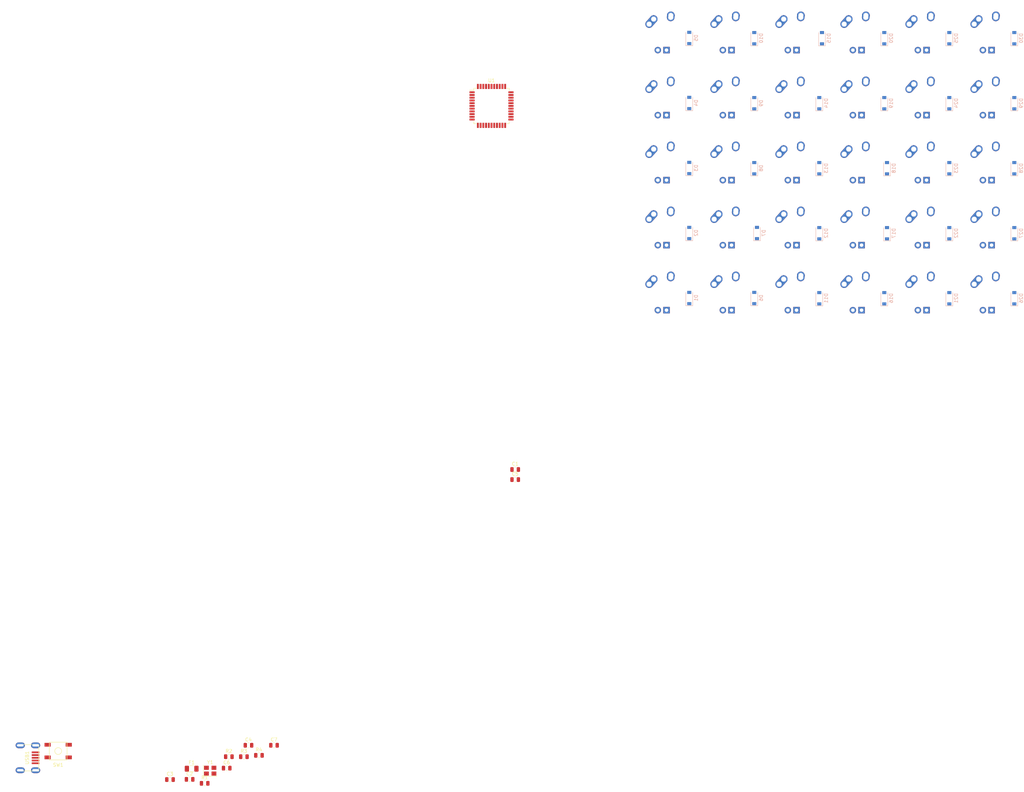
<source format=kicad_pcb>
(kicad_pcb (version 20171130) (host pcbnew "(5.1.4)-1")

  (general
    (thickness 1.6)
    (drawings 0)
    (tracks 0)
    (zones 0)
    (modules 76)
    (nets 71)
  )

  (page A4)
  (layers
    (0 F.Cu signal)
    (31 B.Cu signal)
    (32 B.Adhes user)
    (33 F.Adhes user)
    (34 B.Paste user)
    (35 F.Paste user)
    (36 B.SilkS user)
    (37 F.SilkS user)
    (38 B.Mask user)
    (39 F.Mask user)
    (40 Dwgs.User user)
    (41 Cmts.User user)
    (42 Eco1.User user)
    (43 Eco2.User user)
    (44 Edge.Cuts user)
    (45 Margin user)
    (46 B.CrtYd user)
    (47 F.CrtYd user)
    (48 B.Fab user)
    (49 F.Fab user)
  )

  (setup
    (last_trace_width 0.25)
    (trace_clearance 0.2)
    (zone_clearance 0.508)
    (zone_45_only no)
    (trace_min 0.2)
    (via_size 0.8)
    (via_drill 0.4)
    (via_min_size 0.4)
    (via_min_drill 0.3)
    (uvia_size 0.3)
    (uvia_drill 0.1)
    (uvias_allowed no)
    (uvia_min_size 0.2)
    (uvia_min_drill 0.1)
    (edge_width 0.05)
    (segment_width 0.2)
    (pcb_text_width 0.3)
    (pcb_text_size 1.5 1.5)
    (mod_edge_width 0.12)
    (mod_text_size 1 1)
    (mod_text_width 0.15)
    (pad_size 1.524 1.524)
    (pad_drill 0.762)
    (pad_to_mask_clearance 0.051)
    (solder_mask_min_width 0.25)
    (aux_axis_origin 0 0)
    (visible_elements FFFFFF7F)
    (pcbplotparams
      (layerselection 0x010fc_ffffffff)
      (usegerberextensions false)
      (usegerberattributes false)
      (usegerberadvancedattributes false)
      (creategerberjobfile false)
      (excludeedgelayer true)
      (linewidth 0.100000)
      (plotframeref false)
      (viasonmask false)
      (mode 1)
      (useauxorigin false)
      (hpglpennumber 1)
      (hpglpenspeed 20)
      (hpglpendiameter 15.000000)
      (psnegative false)
      (psa4output false)
      (plotreference true)
      (plotvalue true)
      (plotinvisibletext false)
      (padsonsilk false)
      (subtractmaskfromsilk false)
      (outputformat 1)
      (mirror false)
      (drillshape 1)
      (scaleselection 1)
      (outputdirectory ""))
  )

  (net 0 "")
  (net 1 GND)
  (net 2 +5V)
  (net 3 "Net-(C4-Pad1)")
  (net 4 "Net-(C5-Pad1)")
  (net 5 "Net-(C6-Pad1)")
  (net 6 "Net-(D1-Pad2)")
  (net 7 ROW4)
  (net 8 "Net-(D2-Pad2)")
  (net 9 ROW3)
  (net 10 "Net-(D3-Pad2)")
  (net 11 ROW2)
  (net 12 "Net-(D4-Pad2)")
  (net 13 ROW1)
  (net 14 "Net-(D5-Pad2)")
  (net 15 ROW0)
  (net 16 "Net-(D6-Pad2)")
  (net 17 "Net-(D7-Pad2)")
  (net 18 "Net-(D8-Pad2)")
  (net 19 "Net-(D9-Pad2)")
  (net 20 "Net-(D10-Pad2)")
  (net 21 "Net-(D11-Pad2)")
  (net 22 "Net-(D12-Pad2)")
  (net 23 "Net-(D13-Pad2)")
  (net 24 "Net-(D14-Pad2)")
  (net 25 "Net-(D15-Pad2)")
  (net 26 "Net-(D16-Pad2)")
  (net 27 "Net-(D17-Pad2)")
  (net 28 "Net-(D18-Pad2)")
  (net 29 "Net-(D19-Pad2)")
  (net 30 "Net-(D20-Pad2)")
  (net 31 "Net-(D21-Pad2)")
  (net 32 "Net-(D22-Pad2)")
  (net 33 "Net-(D23-Pad2)")
  (net 34 "Net-(D24-Pad2)")
  (net 35 "Net-(D25-Pad2)")
  (net 36 "Net-(D26-Pad2)")
  (net 37 "Net-(D27-Pad2)")
  (net 38 "Net-(D28-Pad2)")
  (net 39 "Net-(D29-Pad2)")
  (net 40 "Net-(D30-Pad2)")
  (net 41 VCC)
  (net 42 COL0)
  (net 43 COL1)
  (net 44 COL2)
  (net 45 COL3)
  (net 46 COL4)
  (net 47 COL5)
  (net 48 D+)
  (net 49 "Net-(R1-Pad1)")
  (net 50 D-)
  (net 51 "Net-(R2-Pad1)")
  (net 52 "Net-(R3-Pad2)")
  (net 53 "Net-(R4-Pad2)")
  (net 54 "Net-(U1-Pad42)")
  (net 55 "Net-(U1-Pad41)")
  (net 56 "Net-(U1-Pad40)")
  (net 57 "Net-(U1-Pad39)")
  (net 58 "Net-(U1-Pad38)")
  (net 59 "Net-(U1-Pad37)")
  (net 60 "Net-(U1-Pad36)")
  (net 61 "Net-(U1-Pad32)")
  (net 62 "Net-(U1-Pad31)")
  (net 63 "Net-(U1-Pad30)")
  (net 64 "Net-(U1-Pad27)")
  (net 65 "Net-(U1-Pad26)")
  (net 66 "Net-(U1-Pad22)")
  (net 67 "Net-(U1-Pad12)")
  (net 68 "Net-(U1-Pad1)")
  (net 69 "Net-(USB1-Pad6)")
  (net 70 "Net-(USB1-Pad2)")

  (net_class Default "This is the default net class."
    (clearance 0.2)
    (trace_width 0.25)
    (via_dia 0.8)
    (via_drill 0.4)
    (uvia_dia 0.3)
    (uvia_drill 0.1)
    (add_net +5V)
    (add_net COL0)
    (add_net COL1)
    (add_net COL2)
    (add_net COL3)
    (add_net COL4)
    (add_net COL5)
    (add_net D+)
    (add_net D-)
    (add_net GND)
    (add_net "Net-(C4-Pad1)")
    (add_net "Net-(C5-Pad1)")
    (add_net "Net-(C6-Pad1)")
    (add_net "Net-(D1-Pad2)")
    (add_net "Net-(D10-Pad2)")
    (add_net "Net-(D11-Pad2)")
    (add_net "Net-(D12-Pad2)")
    (add_net "Net-(D13-Pad2)")
    (add_net "Net-(D14-Pad2)")
    (add_net "Net-(D15-Pad2)")
    (add_net "Net-(D16-Pad2)")
    (add_net "Net-(D17-Pad2)")
    (add_net "Net-(D18-Pad2)")
    (add_net "Net-(D19-Pad2)")
    (add_net "Net-(D2-Pad2)")
    (add_net "Net-(D20-Pad2)")
    (add_net "Net-(D21-Pad2)")
    (add_net "Net-(D22-Pad2)")
    (add_net "Net-(D23-Pad2)")
    (add_net "Net-(D24-Pad2)")
    (add_net "Net-(D25-Pad2)")
    (add_net "Net-(D26-Pad2)")
    (add_net "Net-(D27-Pad2)")
    (add_net "Net-(D28-Pad2)")
    (add_net "Net-(D29-Pad2)")
    (add_net "Net-(D3-Pad2)")
    (add_net "Net-(D30-Pad2)")
    (add_net "Net-(D4-Pad2)")
    (add_net "Net-(D5-Pad2)")
    (add_net "Net-(D6-Pad2)")
    (add_net "Net-(D7-Pad2)")
    (add_net "Net-(D8-Pad2)")
    (add_net "Net-(D9-Pad2)")
    (add_net "Net-(R1-Pad1)")
    (add_net "Net-(R2-Pad1)")
    (add_net "Net-(R3-Pad2)")
    (add_net "Net-(R4-Pad2)")
    (add_net "Net-(U1-Pad1)")
    (add_net "Net-(U1-Pad12)")
    (add_net "Net-(U1-Pad22)")
    (add_net "Net-(U1-Pad26)")
    (add_net "Net-(U1-Pad27)")
    (add_net "Net-(U1-Pad30)")
    (add_net "Net-(U1-Pad31)")
    (add_net "Net-(U1-Pad32)")
    (add_net "Net-(U1-Pad36)")
    (add_net "Net-(U1-Pad37)")
    (add_net "Net-(U1-Pad38)")
    (add_net "Net-(U1-Pad39)")
    (add_net "Net-(U1-Pad40)")
    (add_net "Net-(U1-Pad41)")
    (add_net "Net-(U1-Pad42)")
    (add_net "Net-(USB1-Pad2)")
    (add_net "Net-(USB1-Pad6)")
    (add_net ROW0)
    (add_net ROW1)
    (add_net ROW2)
    (add_net ROW3)
    (add_net ROW4)
    (add_net VCC)
  )

  (module Crystal:Crystal_SMD_3225-4Pin_3.2x2.5mm (layer F.Cu) (tedit 5A0FD1B2) (tstamp 6089D711)
    (at 115.210001 51.125001)
    (descr "SMD Crystal SERIES SMD3225/4 http://www.txccrystal.com/images/pdf/7m-accuracy.pdf, 3.2x2.5mm^2 package")
    (tags "SMD SMT crystal")
    (path /608AEE60)
    (attr smd)
    (fp_text reference Y1 (at 0 -2.45) (layer F.SilkS)
      (effects (font (size 1 1) (thickness 0.15)))
    )
    (fp_text value 16MHz (at 0 2.45) (layer F.Fab)
      (effects (font (size 1 1) (thickness 0.15)))
    )
    (fp_line (start 2.1 -1.7) (end -2.1 -1.7) (layer F.CrtYd) (width 0.05))
    (fp_line (start 2.1 1.7) (end 2.1 -1.7) (layer F.CrtYd) (width 0.05))
    (fp_line (start -2.1 1.7) (end 2.1 1.7) (layer F.CrtYd) (width 0.05))
    (fp_line (start -2.1 -1.7) (end -2.1 1.7) (layer F.CrtYd) (width 0.05))
    (fp_line (start -2 1.65) (end 2 1.65) (layer F.SilkS) (width 0.12))
    (fp_line (start -2 -1.65) (end -2 1.65) (layer F.SilkS) (width 0.12))
    (fp_line (start -1.6 0.25) (end -0.6 1.25) (layer F.Fab) (width 0.1))
    (fp_line (start 1.6 -1.25) (end -1.6 -1.25) (layer F.Fab) (width 0.1))
    (fp_line (start 1.6 1.25) (end 1.6 -1.25) (layer F.Fab) (width 0.1))
    (fp_line (start -1.6 1.25) (end 1.6 1.25) (layer F.Fab) (width 0.1))
    (fp_line (start -1.6 -1.25) (end -1.6 1.25) (layer F.Fab) (width 0.1))
    (fp_text user %R (at 0 0) (layer F.Fab)
      (effects (font (size 0.7 0.7) (thickness 0.105)))
    )
    (pad 4 smd rect (at -1.1 -0.85) (size 1.4 1.2) (layers F.Cu F.Paste F.Mask)
      (net 1 GND))
    (pad 3 smd rect (at 1.1 -0.85) (size 1.4 1.2) (layers F.Cu F.Paste F.Mask)
      (net 4 "Net-(C5-Pad1)"))
    (pad 2 smd rect (at 1.1 0.85) (size 1.4 1.2) (layers F.Cu F.Paste F.Mask)
      (net 1 GND))
    (pad 1 smd rect (at -1.1 0.85) (size 1.4 1.2) (layers F.Cu F.Paste F.Mask)
      (net 3 "Net-(C4-Pad1)"))
    (model ${KISYS3DMOD}/Crystal.3dshapes/Crystal_SMD_3225-4Pin_3.2x2.5mm.wrl
      (at (xyz 0 0 0))
      (scale (xyz 1 1 1))
      (rotate (xyz 0 0 0))
    )
  )

  (module random-keyboard-parts:Molex-0548190589 (layer F.Cu) (tedit 5C494815) (tstamp 6089D6FD)
    (at 59.550001 47.347001)
    (path /608C0B21)
    (attr smd)
    (fp_text reference USB1 (at 2.032 0 90) (layer F.SilkS)
      (effects (font (size 1 1) (thickness 0.15)))
    )
    (fp_text value Molex-0548190589 (at -5.08 0 90) (layer Dwgs.User)
      (effects (font (size 1 1) (thickness 0.15)))
    )
    (fp_text user %R (at 2 0 90) (layer F.CrtYd)
      (effects (font (size 1 1) (thickness 0.15)))
    )
    (fp_line (start 3.25 -1.25) (end 5.5 -1.25) (layer F.CrtYd) (width 0.15))
    (fp_line (start 5.5 -0.5) (end 3.25 -0.5) (layer F.CrtYd) (width 0.15))
    (fp_line (start 3.25 0.5) (end 5.5 0.5) (layer F.CrtYd) (width 0.15))
    (fp_line (start 5.5 1.25) (end 3.25 1.25) (layer F.CrtYd) (width 0.15))
    (fp_line (start 3.25 2) (end 5.5 2) (layer F.CrtYd) (width 0.15))
    (fp_line (start 3.25 -2) (end 3.25 2) (layer F.CrtYd) (width 0.15))
    (fp_line (start 5.5 -2) (end 3.25 -2) (layer F.CrtYd) (width 0.15))
    (fp_line (start -3.75 3.75) (end -3.75 -3.75) (layer F.CrtYd) (width 0.15))
    (fp_line (start 5.5 3.75) (end -3.75 3.75) (layer F.CrtYd) (width 0.15))
    (fp_line (start 5.5 -3.75) (end 5.5 3.75) (layer F.CrtYd) (width 0.15))
    (fp_line (start -3.75 -3.75) (end 5.5 -3.75) (layer F.CrtYd) (width 0.15))
    (fp_line (start 0 -3.85) (end 5.45 -3.85) (layer F.SilkS) (width 0.15))
    (fp_line (start 0 3.85) (end 5.45 3.85) (layer F.SilkS) (width 0.15))
    (fp_line (start 5.45 -3.85) (end 5.45 3.85) (layer F.SilkS) (width 0.15))
    (fp_line (start -3.75 -3.85) (end 0 -3.85) (layer Dwgs.User) (width 0.15))
    (fp_line (start -3.75 3.85) (end 0 3.85) (layer Dwgs.User) (width 0.15))
    (fp_line (start -1.75 -4.572) (end -1.75 4.572) (layer Dwgs.User) (width 0.15))
    (fp_line (start -3.75 -3.85) (end -3.75 3.85) (layer Dwgs.User) (width 0.15))
    (pad 6 thru_hole oval (at 0 -3.65) (size 2.7 1.7) (drill oval 1.9 0.7) (layers *.Cu *.Mask)
      (net 69 "Net-(USB1-Pad6)"))
    (pad 6 thru_hole oval (at 0 3.65) (size 2.7 1.7) (drill oval 1.9 0.7) (layers *.Cu *.Mask)
      (net 69 "Net-(USB1-Pad6)"))
    (pad 6 thru_hole oval (at 4.5 3.65) (size 2.7 1.7) (drill oval 1.9 0.7) (layers *.Cu *.Mask)
      (net 69 "Net-(USB1-Pad6)"))
    (pad 6 thru_hole oval (at 4.5 -3.65) (size 2.7 1.7) (drill oval 1.9 0.7) (layers *.Cu *.Mask)
      (net 69 "Net-(USB1-Pad6)"))
    (pad 5 smd rect (at 4.5 -1.6) (size 2.25 0.5) (layers F.Cu F.Paste F.Mask)
      (net 41 VCC))
    (pad 4 smd rect (at 4.5 -0.8) (size 2.25 0.5) (layers F.Cu F.Paste F.Mask)
      (net 50 D-))
    (pad 3 smd rect (at 4.5 0) (size 2.25 0.5) (layers F.Cu F.Paste F.Mask)
      (net 48 D+))
    (pad 2 smd rect (at 4.5 0.8) (size 2.25 0.5) (layers F.Cu F.Paste F.Mask)
      (net 70 "Net-(USB1-Pad2)"))
    (pad 1 smd rect (at 4.5 1.6) (size 2.25 0.5) (layers F.Cu F.Paste F.Mask)
      (net 1 GND))
  )

  (module Package_QFP:TQFP-44_10x10mm_P0.8mm (layer F.Cu) (tedit 5A02F146) (tstamp 6089D6DD)
    (at 197.64375 -143.66875)
    (descr "44-Lead Plastic Thin Quad Flatpack (PT) - 10x10x1.0 mm Body [TQFP] (see Microchip Packaging Specification 00000049BS.pdf)")
    (tags "QFP 0.8")
    (path /6088CF57)
    (attr smd)
    (fp_text reference U1 (at 0 -7.45) (layer F.SilkS)
      (effects (font (size 1 1) (thickness 0.15)))
    )
    (fp_text value ATmega32U4-AU (at 0 7.45) (layer F.Fab)
      (effects (font (size 1 1) (thickness 0.15)))
    )
    (fp_line (start -5.175 -4.6) (end -6.45 -4.6) (layer F.SilkS) (width 0.15))
    (fp_line (start 5.175 -5.175) (end 4.5 -5.175) (layer F.SilkS) (width 0.15))
    (fp_line (start 5.175 5.175) (end 4.5 5.175) (layer F.SilkS) (width 0.15))
    (fp_line (start -5.175 5.175) (end -4.5 5.175) (layer F.SilkS) (width 0.15))
    (fp_line (start -5.175 -5.175) (end -4.5 -5.175) (layer F.SilkS) (width 0.15))
    (fp_line (start -5.175 5.175) (end -5.175 4.5) (layer F.SilkS) (width 0.15))
    (fp_line (start 5.175 5.175) (end 5.175 4.5) (layer F.SilkS) (width 0.15))
    (fp_line (start 5.175 -5.175) (end 5.175 -4.5) (layer F.SilkS) (width 0.15))
    (fp_line (start -5.175 -5.175) (end -5.175 -4.6) (layer F.SilkS) (width 0.15))
    (fp_line (start -6.7 6.7) (end 6.7 6.7) (layer F.CrtYd) (width 0.05))
    (fp_line (start -6.7 -6.7) (end 6.7 -6.7) (layer F.CrtYd) (width 0.05))
    (fp_line (start 6.7 -6.7) (end 6.7 6.7) (layer F.CrtYd) (width 0.05))
    (fp_line (start -6.7 -6.7) (end -6.7 6.7) (layer F.CrtYd) (width 0.05))
    (fp_line (start -5 -4) (end -4 -5) (layer F.Fab) (width 0.15))
    (fp_line (start -5 5) (end -5 -4) (layer F.Fab) (width 0.15))
    (fp_line (start 5 5) (end -5 5) (layer F.Fab) (width 0.15))
    (fp_line (start 5 -5) (end 5 5) (layer F.Fab) (width 0.15))
    (fp_line (start -4 -5) (end 5 -5) (layer F.Fab) (width 0.15))
    (fp_text user %R (at 0 0) (layer F.Fab)
      (effects (font (size 1 1) (thickness 0.15)))
    )
    (pad 44 smd rect (at -4 -5.7 90) (size 1.5 0.55) (layers F.Cu F.Paste F.Mask)
      (net 2 +5V))
    (pad 43 smd rect (at -3.2 -5.7 90) (size 1.5 0.55) (layers F.Cu F.Paste F.Mask)
      (net 1 GND))
    (pad 42 smd rect (at -2.4 -5.7 90) (size 1.5 0.55) (layers F.Cu F.Paste F.Mask)
      (net 54 "Net-(U1-Pad42)"))
    (pad 41 smd rect (at -1.6 -5.7 90) (size 1.5 0.55) (layers F.Cu F.Paste F.Mask)
      (net 55 "Net-(U1-Pad41)"))
    (pad 40 smd rect (at -0.8 -5.7 90) (size 1.5 0.55) (layers F.Cu F.Paste F.Mask)
      (net 56 "Net-(U1-Pad40)"))
    (pad 39 smd rect (at 0 -5.7 90) (size 1.5 0.55) (layers F.Cu F.Paste F.Mask)
      (net 57 "Net-(U1-Pad39)"))
    (pad 38 smd rect (at 0.8 -5.7 90) (size 1.5 0.55) (layers F.Cu F.Paste F.Mask)
      (net 58 "Net-(U1-Pad38)"))
    (pad 37 smd rect (at 1.6 -5.7 90) (size 1.5 0.55) (layers F.Cu F.Paste F.Mask)
      (net 59 "Net-(U1-Pad37)"))
    (pad 36 smd rect (at 2.4 -5.7 90) (size 1.5 0.55) (layers F.Cu F.Paste F.Mask)
      (net 60 "Net-(U1-Pad36)"))
    (pad 35 smd rect (at 3.2 -5.7 90) (size 1.5 0.55) (layers F.Cu F.Paste F.Mask)
      (net 1 GND))
    (pad 34 smd rect (at 4 -5.7 90) (size 1.5 0.55) (layers F.Cu F.Paste F.Mask)
      (net 2 +5V))
    (pad 33 smd rect (at 5.7 -4) (size 1.5 0.55) (layers F.Cu F.Paste F.Mask)
      (net 53 "Net-(R4-Pad2)"))
    (pad 32 smd rect (at 5.7 -3.2) (size 1.5 0.55) (layers F.Cu F.Paste F.Mask)
      (net 61 "Net-(U1-Pad32)"))
    (pad 31 smd rect (at 5.7 -2.4) (size 1.5 0.55) (layers F.Cu F.Paste F.Mask)
      (net 62 "Net-(U1-Pad31)"))
    (pad 30 smd rect (at 5.7 -1.6) (size 1.5 0.55) (layers F.Cu F.Paste F.Mask)
      (net 63 "Net-(U1-Pad30)"))
    (pad 29 smd rect (at 5.7 -0.8) (size 1.5 0.55) (layers F.Cu F.Paste F.Mask)
      (net 47 COL5))
    (pad 28 smd rect (at 5.7 0) (size 1.5 0.55) (layers F.Cu F.Paste F.Mask)
      (net 46 COL4))
    (pad 27 smd rect (at 5.7 0.8) (size 1.5 0.55) (layers F.Cu F.Paste F.Mask)
      (net 64 "Net-(U1-Pad27)"))
    (pad 26 smd rect (at 5.7 1.6) (size 1.5 0.55) (layers F.Cu F.Paste F.Mask)
      (net 65 "Net-(U1-Pad26)"))
    (pad 25 smd rect (at 5.7 2.4) (size 1.5 0.55) (layers F.Cu F.Paste F.Mask)
      (net 7 ROW4))
    (pad 24 smd rect (at 5.7 3.2) (size 1.5 0.55) (layers F.Cu F.Paste F.Mask)
      (net 2 +5V))
    (pad 23 smd rect (at 5.7 4) (size 1.5 0.55) (layers F.Cu F.Paste F.Mask)
      (net 1 GND))
    (pad 22 smd rect (at 4 5.7 90) (size 1.5 0.55) (layers F.Cu F.Paste F.Mask)
      (net 66 "Net-(U1-Pad22)"))
    (pad 21 smd rect (at 3.2 5.7 90) (size 1.5 0.55) (layers F.Cu F.Paste F.Mask)
      (net 9 ROW3))
    (pad 20 smd rect (at 2.4 5.7 90) (size 1.5 0.55) (layers F.Cu F.Paste F.Mask)
      (net 11 ROW2))
    (pad 19 smd rect (at 1.6 5.7 90) (size 1.5 0.55) (layers F.Cu F.Paste F.Mask)
      (net 13 ROW1))
    (pad 18 smd rect (at 0.8 5.7 90) (size 1.5 0.55) (layers F.Cu F.Paste F.Mask)
      (net 15 ROW0))
    (pad 17 smd rect (at 0 5.7 90) (size 1.5 0.55) (layers F.Cu F.Paste F.Mask)
      (net 3 "Net-(C4-Pad1)"))
    (pad 16 smd rect (at -0.8 5.7 90) (size 1.5 0.55) (layers F.Cu F.Paste F.Mask)
      (net 4 "Net-(C5-Pad1)"))
    (pad 15 smd rect (at -1.6 5.7 90) (size 1.5 0.55) (layers F.Cu F.Paste F.Mask)
      (net 1 GND))
    (pad 14 smd rect (at -2.4 5.7 90) (size 1.5 0.55) (layers F.Cu F.Paste F.Mask)
      (net 2 +5V))
    (pad 13 smd rect (at -3.2 5.7 90) (size 1.5 0.55) (layers F.Cu F.Paste F.Mask)
      (net 52 "Net-(R3-Pad2)"))
    (pad 12 smd rect (at -4 5.7 90) (size 1.5 0.55) (layers F.Cu F.Paste F.Mask)
      (net 67 "Net-(U1-Pad12)"))
    (pad 11 smd rect (at -5.7 4) (size 1.5 0.55) (layers F.Cu F.Paste F.Mask)
      (net 45 COL3))
    (pad 10 smd rect (at -5.7 3.2) (size 1.5 0.55) (layers F.Cu F.Paste F.Mask)
      (net 44 COL2))
    (pad 9 smd rect (at -5.7 2.4) (size 1.5 0.55) (layers F.Cu F.Paste F.Mask)
      (net 43 COL1))
    (pad 8 smd rect (at -5.7 1.6) (size 1.5 0.55) (layers F.Cu F.Paste F.Mask)
      (net 42 COL0))
    (pad 7 smd rect (at -5.7 0.8) (size 1.5 0.55) (layers F.Cu F.Paste F.Mask)
      (net 2 +5V))
    (pad 6 smd rect (at -5.7 0) (size 1.5 0.55) (layers F.Cu F.Paste F.Mask)
      (net 5 "Net-(C6-Pad1)"))
    (pad 5 smd rect (at -5.7 -0.8) (size 1.5 0.55) (layers F.Cu F.Paste F.Mask)
      (net 1 GND))
    (pad 4 smd rect (at -5.7 -1.6) (size 1.5 0.55) (layers F.Cu F.Paste F.Mask)
      (net 49 "Net-(R1-Pad1)"))
    (pad 3 smd rect (at -5.7 -2.4) (size 1.5 0.55) (layers F.Cu F.Paste F.Mask)
      (net 51 "Net-(R2-Pad1)"))
    (pad 2 smd rect (at -5.7 -3.2) (size 1.5 0.55) (layers F.Cu F.Paste F.Mask)
      (net 2 +5V))
    (pad 1 smd rect (at -5.7 -4) (size 1.5 0.55) (layers F.Cu F.Paste F.Mask)
      (net 68 "Net-(U1-Pad1)"))
    (model ${KISYS3DMOD}/Package_QFP.3dshapes/TQFP-44_10x10mm_P0.8mm.wrl
      (at (xyz 0 0 0))
      (scale (xyz 1 1 1))
      (rotate (xyz 0 0 0))
    )
  )

  (module random-keyboard-parts:SKQG-1155865 (layer F.Cu) (tedit 5E62B398) (tstamp 6089D69A)
    (at 70.670001 45.375001)
    (path /608CAA7D)
    (attr smd)
    (fp_text reference SW1 (at 0 4.064) (layer F.SilkS)
      (effects (font (size 1 1) (thickness 0.15)))
    )
    (fp_text value SW_Push (at 0 -4.064) (layer F.Fab)
      (effects (font (size 1 1) (thickness 0.15)))
    )
    (fp_line (start -2.6 -2.6) (end 2.6 -2.6) (layer F.SilkS) (width 0.15))
    (fp_line (start 2.6 -2.6) (end 2.6 2.6) (layer F.SilkS) (width 0.15))
    (fp_line (start 2.6 2.6) (end -2.6 2.6) (layer F.SilkS) (width 0.15))
    (fp_line (start -2.6 2.6) (end -2.6 -2.6) (layer F.SilkS) (width 0.15))
    (fp_circle (center 0 0) (end 1 0) (layer F.SilkS) (width 0.15))
    (fp_line (start -4.2 -2.6) (end 4.2 -2.6) (layer F.Fab) (width 0.15))
    (fp_line (start 4.2 -2.6) (end 4.2 -1.2) (layer F.Fab) (width 0.15))
    (fp_line (start 4.2 -1.1) (end 2.6 -1.1) (layer F.Fab) (width 0.15))
    (fp_line (start 2.6 -1.1) (end 2.6 1.1) (layer F.Fab) (width 0.15))
    (fp_line (start 2.6 1.1) (end 4.2 1.1) (layer F.Fab) (width 0.15))
    (fp_line (start 4.2 1.1) (end 4.2 2.6) (layer F.Fab) (width 0.15))
    (fp_line (start 4.2 2.6) (end -4.2 2.6) (layer F.Fab) (width 0.15))
    (fp_line (start -4.2 2.6) (end -4.2 1.1) (layer F.Fab) (width 0.15))
    (fp_line (start -4.2 1.1) (end -2.6 1.1) (layer F.Fab) (width 0.15))
    (fp_line (start -2.6 1.1) (end -2.6 -1.1) (layer F.Fab) (width 0.15))
    (fp_line (start -2.6 -1.1) (end -4.2 -1.1) (layer F.Fab) (width 0.15))
    (fp_line (start -4.2 -1.1) (end -4.2 -2.6) (layer F.Fab) (width 0.15))
    (fp_circle (center 0 0) (end 1 0) (layer F.Fab) (width 0.15))
    (fp_line (start -2.6 -1.1) (end -1.1 -2.6) (layer F.Fab) (width 0.15))
    (fp_line (start 2.6 -1.1) (end 1.1 -2.6) (layer F.Fab) (width 0.15))
    (fp_line (start 2.6 1.1) (end 1.1 2.6) (layer F.Fab) (width 0.15))
    (fp_line (start -2.6 1.1) (end -1.1 2.6) (layer F.Fab) (width 0.15))
    (pad 4 smd rect (at -3.1 1.85) (size 1.8 1.1) (layers F.Cu F.Paste F.Mask))
    (pad 3 smd rect (at 3.1 -1.85) (size 1.8 1.1) (layers F.Cu F.Paste F.Mask))
    (pad 2 smd rect (at -3.1 -1.85) (size 1.8 1.1) (layers F.Cu F.Paste F.Mask)
      (net 52 "Net-(R3-Pad2)"))
    (pad 1 smd rect (at 3.1 1.85) (size 1.8 1.1) (layers F.Cu F.Paste F.Mask)
      (net 1 GND))
    (model ${KISYS3DMOD}/Button_Switch_SMD.3dshapes/SW_SPST_TL3342.step
      (at (xyz 0 0 0))
      (scale (xyz 1 1 1))
      (rotate (xyz 0 0 0))
    )
  )

  (module Resistor_SMD:R_0805_2012Metric (layer F.Cu) (tedit 5B36C52B) (tstamp 6089D67C)
    (at 129.500001 46.625001)
    (descr "Resistor SMD 0805 (2012 Metric), square (rectangular) end terminal, IPC_7351 nominal, (Body size source: https://docs.google.com/spreadsheets/d/1BsfQQcO9C6DZCsRaXUlFlo91Tg2WpOkGARC1WS5S8t0/edit?usp=sharing), generated with kicad-footprint-generator")
    (tags resistor)
    (path /6089953B)
    (attr smd)
    (fp_text reference R4 (at 0 -1.65) (layer F.SilkS)
      (effects (font (size 1 1) (thickness 0.15)))
    )
    (fp_text value 10k (at 0 1.65) (layer F.Fab)
      (effects (font (size 1 1) (thickness 0.15)))
    )
    (fp_text user %R (at 0 0) (layer F.Fab)
      (effects (font (size 0.5 0.5) (thickness 0.08)))
    )
    (fp_line (start 1.68 0.95) (end -1.68 0.95) (layer F.CrtYd) (width 0.05))
    (fp_line (start 1.68 -0.95) (end 1.68 0.95) (layer F.CrtYd) (width 0.05))
    (fp_line (start -1.68 -0.95) (end 1.68 -0.95) (layer F.CrtYd) (width 0.05))
    (fp_line (start -1.68 0.95) (end -1.68 -0.95) (layer F.CrtYd) (width 0.05))
    (fp_line (start -0.258578 0.71) (end 0.258578 0.71) (layer F.SilkS) (width 0.12))
    (fp_line (start -0.258578 -0.71) (end 0.258578 -0.71) (layer F.SilkS) (width 0.12))
    (fp_line (start 1 0.6) (end -1 0.6) (layer F.Fab) (width 0.1))
    (fp_line (start 1 -0.6) (end 1 0.6) (layer F.Fab) (width 0.1))
    (fp_line (start -1 -0.6) (end 1 -0.6) (layer F.Fab) (width 0.1))
    (fp_line (start -1 0.6) (end -1 -0.6) (layer F.Fab) (width 0.1))
    (pad 2 smd roundrect (at 0.9375 0) (size 0.975 1.4) (layers F.Cu F.Paste F.Mask) (roundrect_rratio 0.25)
      (net 53 "Net-(R4-Pad2)"))
    (pad 1 smd roundrect (at -0.9375 0) (size 0.975 1.4) (layers F.Cu F.Paste F.Mask) (roundrect_rratio 0.25)
      (net 1 GND))
    (model ${KISYS3DMOD}/Resistor_SMD.3dshapes/R_0805_2012Metric.wrl
      (at (xyz 0 0 0))
      (scale (xyz 1 1 1))
      (rotate (xyz 0 0 0))
    )
  )

  (module Resistor_SMD:R_0805_2012Metric (layer F.Cu) (tedit 5B36C52B) (tstamp 6089D66B)
    (at 125.090001 47.025001)
    (descr "Resistor SMD 0805 (2012 Metric), square (rectangular) end terminal, IPC_7351 nominal, (Body size source: https://docs.google.com/spreadsheets/d/1BsfQQcO9C6DZCsRaXUlFlo91Tg2WpOkGARC1WS5S8t0/edit?usp=sharing), generated with kicad-footprint-generator")
    (tags resistor)
    (path /608CDD66)
    (attr smd)
    (fp_text reference R3 (at 0 -1.65) (layer F.SilkS)
      (effects (font (size 1 1) (thickness 0.15)))
    )
    (fp_text value 10k (at 0 1.65) (layer F.Fab)
      (effects (font (size 1 1) (thickness 0.15)))
    )
    (fp_text user %R (at 0 0) (layer F.Fab)
      (effects (font (size 0.5 0.5) (thickness 0.08)))
    )
    (fp_line (start 1.68 0.95) (end -1.68 0.95) (layer F.CrtYd) (width 0.05))
    (fp_line (start 1.68 -0.95) (end 1.68 0.95) (layer F.CrtYd) (width 0.05))
    (fp_line (start -1.68 -0.95) (end 1.68 -0.95) (layer F.CrtYd) (width 0.05))
    (fp_line (start -1.68 0.95) (end -1.68 -0.95) (layer F.CrtYd) (width 0.05))
    (fp_line (start -0.258578 0.71) (end 0.258578 0.71) (layer F.SilkS) (width 0.12))
    (fp_line (start -0.258578 -0.71) (end 0.258578 -0.71) (layer F.SilkS) (width 0.12))
    (fp_line (start 1 0.6) (end -1 0.6) (layer F.Fab) (width 0.1))
    (fp_line (start 1 -0.6) (end 1 0.6) (layer F.Fab) (width 0.1))
    (fp_line (start -1 -0.6) (end 1 -0.6) (layer F.Fab) (width 0.1))
    (fp_line (start -1 0.6) (end -1 -0.6) (layer F.Fab) (width 0.1))
    (pad 2 smd roundrect (at 0.9375 0) (size 0.975 1.4) (layers F.Cu F.Paste F.Mask) (roundrect_rratio 0.25)
      (net 52 "Net-(R3-Pad2)"))
    (pad 1 smd roundrect (at -0.9375 0) (size 0.975 1.4) (layers F.Cu F.Paste F.Mask) (roundrect_rratio 0.25)
      (net 2 +5V))
    (model ${KISYS3DMOD}/Resistor_SMD.3dshapes/R_0805_2012Metric.wrl
      (at (xyz 0 0 0))
      (scale (xyz 1 1 1))
      (rotate (xyz 0 0 0))
    )
  )

  (module Resistor_SMD:R_0805_2012Metric (layer F.Cu) (tedit 5B36C52B) (tstamp 6089D65A)
    (at 120.680001 47.025001)
    (descr "Resistor SMD 0805 (2012 Metric), square (rectangular) end terminal, IPC_7351 nominal, (Body size source: https://docs.google.com/spreadsheets/d/1BsfQQcO9C6DZCsRaXUlFlo91Tg2WpOkGARC1WS5S8t0/edit?usp=sharing), generated with kicad-footprint-generator")
    (tags resistor)
    (path /6089D120)
    (attr smd)
    (fp_text reference R2 (at 0 -1.65) (layer F.SilkS)
      (effects (font (size 1 1) (thickness 0.15)))
    )
    (fp_text value 22 (at 0 1.65) (layer F.Fab)
      (effects (font (size 1 1) (thickness 0.15)))
    )
    (fp_text user %R (at 0 0) (layer F.Fab)
      (effects (font (size 0.5 0.5) (thickness 0.08)))
    )
    (fp_line (start 1.68 0.95) (end -1.68 0.95) (layer F.CrtYd) (width 0.05))
    (fp_line (start 1.68 -0.95) (end 1.68 0.95) (layer F.CrtYd) (width 0.05))
    (fp_line (start -1.68 -0.95) (end 1.68 -0.95) (layer F.CrtYd) (width 0.05))
    (fp_line (start -1.68 0.95) (end -1.68 -0.95) (layer F.CrtYd) (width 0.05))
    (fp_line (start -0.258578 0.71) (end 0.258578 0.71) (layer F.SilkS) (width 0.12))
    (fp_line (start -0.258578 -0.71) (end 0.258578 -0.71) (layer F.SilkS) (width 0.12))
    (fp_line (start 1 0.6) (end -1 0.6) (layer F.Fab) (width 0.1))
    (fp_line (start 1 -0.6) (end 1 0.6) (layer F.Fab) (width 0.1))
    (fp_line (start -1 -0.6) (end 1 -0.6) (layer F.Fab) (width 0.1))
    (fp_line (start -1 0.6) (end -1 -0.6) (layer F.Fab) (width 0.1))
    (pad 2 smd roundrect (at 0.9375 0) (size 0.975 1.4) (layers F.Cu F.Paste F.Mask) (roundrect_rratio 0.25)
      (net 50 D-))
    (pad 1 smd roundrect (at -0.9375 0) (size 0.975 1.4) (layers F.Cu F.Paste F.Mask) (roundrect_rratio 0.25)
      (net 51 "Net-(R2-Pad1)"))
    (model ${KISYS3DMOD}/Resistor_SMD.3dshapes/R_0805_2012Metric.wrl
      (at (xyz 0 0 0))
      (scale (xyz 1 1 1))
      (rotate (xyz 0 0 0))
    )
  )

  (module Resistor_SMD:R_0805_2012Metric (layer F.Cu) (tedit 5B36C52B) (tstamp 6089D649)
    (at 113.590001 54.825001)
    (descr "Resistor SMD 0805 (2012 Metric), square (rectangular) end terminal, IPC_7351 nominal, (Body size source: https://docs.google.com/spreadsheets/d/1BsfQQcO9C6DZCsRaXUlFlo91Tg2WpOkGARC1WS5S8t0/edit?usp=sharing), generated with kicad-footprint-generator")
    (tags resistor)
    (path /6089BEB1)
    (attr smd)
    (fp_text reference R1 (at 0 -1.65) (layer F.SilkS)
      (effects (font (size 1 1) (thickness 0.15)))
    )
    (fp_text value 22 (at 0 1.65) (layer F.Fab)
      (effects (font (size 1 1) (thickness 0.15)))
    )
    (fp_text user %R (at 0 0) (layer F.Fab)
      (effects (font (size 0.5 0.5) (thickness 0.08)))
    )
    (fp_line (start 1.68 0.95) (end -1.68 0.95) (layer F.CrtYd) (width 0.05))
    (fp_line (start 1.68 -0.95) (end 1.68 0.95) (layer F.CrtYd) (width 0.05))
    (fp_line (start -1.68 -0.95) (end 1.68 -0.95) (layer F.CrtYd) (width 0.05))
    (fp_line (start -1.68 0.95) (end -1.68 -0.95) (layer F.CrtYd) (width 0.05))
    (fp_line (start -0.258578 0.71) (end 0.258578 0.71) (layer F.SilkS) (width 0.12))
    (fp_line (start -0.258578 -0.71) (end 0.258578 -0.71) (layer F.SilkS) (width 0.12))
    (fp_line (start 1 0.6) (end -1 0.6) (layer F.Fab) (width 0.1))
    (fp_line (start 1 -0.6) (end 1 0.6) (layer F.Fab) (width 0.1))
    (fp_line (start -1 -0.6) (end 1 -0.6) (layer F.Fab) (width 0.1))
    (fp_line (start -1 0.6) (end -1 -0.6) (layer F.Fab) (width 0.1))
    (pad 2 smd roundrect (at 0.9375 0) (size 0.975 1.4) (layers F.Cu F.Paste F.Mask) (roundrect_rratio 0.25)
      (net 48 D+))
    (pad 1 smd roundrect (at -0.9375 0) (size 0.975 1.4) (layers F.Cu F.Paste F.Mask) (roundrect_rratio 0.25)
      (net 49 "Net-(R1-Pad1)"))
    (model ${KISYS3DMOD}/Resistor_SMD.3dshapes/R_0805_2012Metric.wrl
      (at (xyz 0 0 0))
      (scale (xyz 1 1 1))
      (rotate (xyz 0 0 0))
    )
  )

  (module MX_Alps_Hybrid_Included:MX-1U (layer F.Cu) (tedit 5A9F3A9A) (tstamp 6089D638)
    (at 342.9 -165.1)
    (path /60961CBA)
    (fp_text reference MX30 (at 0 3.175) (layer Dwgs.User)
      (effects (font (size 1 1) (thickness 0.15)))
    )
    (fp_text value MX-NoLED (at 0 -7.9375) (layer Dwgs.User)
      (effects (font (size 1 1) (thickness 0.15)))
    )
    (fp_line (start -9.525 9.525) (end -9.525 -9.525) (layer Dwgs.User) (width 0.15))
    (fp_line (start 9.525 9.525) (end -9.525 9.525) (layer Dwgs.User) (width 0.15))
    (fp_line (start 9.525 -9.525) (end 9.525 9.525) (layer Dwgs.User) (width 0.15))
    (fp_line (start -9.525 -9.525) (end 9.525 -9.525) (layer Dwgs.User) (width 0.15))
    (fp_line (start -7 -7) (end -7 -5) (layer Dwgs.User) (width 0.15))
    (fp_line (start -5 -7) (end -7 -7) (layer Dwgs.User) (width 0.15))
    (fp_line (start -7 7) (end -5 7) (layer Dwgs.User) (width 0.15))
    (fp_line (start -7 5) (end -7 7) (layer Dwgs.User) (width 0.15))
    (fp_line (start 7 7) (end 7 5) (layer Dwgs.User) (width 0.15))
    (fp_line (start 5 7) (end 7 7) (layer Dwgs.User) (width 0.15))
    (fp_line (start 7 -7) (end 7 -5) (layer Dwgs.User) (width 0.15))
    (fp_line (start 5 -7) (end 7 -7) (layer Dwgs.User) (width 0.15))
    (pad "" np_thru_hole circle (at 5.08 0 48.0996) (size 1.75 1.75) (drill 1.75) (layers *.Cu *.Mask))
    (pad "" np_thru_hole circle (at -5.08 0 48.0996) (size 1.75 1.75) (drill 1.75) (layers *.Cu *.Mask))
    (pad 4 thru_hole rect (at 1.27 5.08) (size 1.905 1.905) (drill 1.04) (layers *.Cu B.Mask))
    (pad 3 thru_hole circle (at -1.27 5.08) (size 1.905 1.905) (drill 1.04) (layers *.Cu B.Mask))
    (pad 1 thru_hole circle (at -2.5 -4) (size 2.25 2.25) (drill 1.47) (layers *.Cu B.Mask)
      (net 47 COL5))
    (pad "" np_thru_hole circle (at 0 0) (size 3.9878 3.9878) (drill 3.9878) (layers *.Cu *.Mask))
    (pad 1 thru_hole oval (at -3.81 -2.54 48.0996) (size 4.211556 2.25) (drill 1.47 (offset 0.980778 0)) (layers *.Cu B.Mask)
      (net 47 COL5))
    (pad 2 thru_hole circle (at 2.54 -5.08) (size 2.25 2.25) (drill 1.47) (layers *.Cu B.Mask)
      (net 40 "Net-(D30-Pad2)"))
    (pad 2 thru_hole oval (at 2.5 -4.5 86.0548) (size 2.831378 2.25) (drill 1.47 (offset 0.290689 0)) (layers *.Cu B.Mask)
      (net 40 "Net-(D30-Pad2)"))
  )

  (module MX_Alps_Hybrid_Included:MX-1U (layer F.Cu) (tedit 5A9F3A9A) (tstamp 6089D61F)
    (at 342.9 -146.05)
    (path /60961CC7)
    (fp_text reference MX29 (at 0 3.175) (layer Dwgs.User)
      (effects (font (size 1 1) (thickness 0.15)))
    )
    (fp_text value MX-NoLED (at 0 -7.9375) (layer Dwgs.User)
      (effects (font (size 1 1) (thickness 0.15)))
    )
    (fp_line (start -9.525 9.525) (end -9.525 -9.525) (layer Dwgs.User) (width 0.15))
    (fp_line (start 9.525 9.525) (end -9.525 9.525) (layer Dwgs.User) (width 0.15))
    (fp_line (start 9.525 -9.525) (end 9.525 9.525) (layer Dwgs.User) (width 0.15))
    (fp_line (start -9.525 -9.525) (end 9.525 -9.525) (layer Dwgs.User) (width 0.15))
    (fp_line (start -7 -7) (end -7 -5) (layer Dwgs.User) (width 0.15))
    (fp_line (start -5 -7) (end -7 -7) (layer Dwgs.User) (width 0.15))
    (fp_line (start -7 7) (end -5 7) (layer Dwgs.User) (width 0.15))
    (fp_line (start -7 5) (end -7 7) (layer Dwgs.User) (width 0.15))
    (fp_line (start 7 7) (end 7 5) (layer Dwgs.User) (width 0.15))
    (fp_line (start 5 7) (end 7 7) (layer Dwgs.User) (width 0.15))
    (fp_line (start 7 -7) (end 7 -5) (layer Dwgs.User) (width 0.15))
    (fp_line (start 5 -7) (end 7 -7) (layer Dwgs.User) (width 0.15))
    (pad "" np_thru_hole circle (at 5.08 0 48.0996) (size 1.75 1.75) (drill 1.75) (layers *.Cu *.Mask))
    (pad "" np_thru_hole circle (at -5.08 0 48.0996) (size 1.75 1.75) (drill 1.75) (layers *.Cu *.Mask))
    (pad 4 thru_hole rect (at 1.27 5.08) (size 1.905 1.905) (drill 1.04) (layers *.Cu B.Mask))
    (pad 3 thru_hole circle (at -1.27 5.08) (size 1.905 1.905) (drill 1.04) (layers *.Cu B.Mask))
    (pad 1 thru_hole circle (at -2.5 -4) (size 2.25 2.25) (drill 1.47) (layers *.Cu B.Mask)
      (net 47 COL5))
    (pad "" np_thru_hole circle (at 0 0) (size 3.9878 3.9878) (drill 3.9878) (layers *.Cu *.Mask))
    (pad 1 thru_hole oval (at -3.81 -2.54 48.0996) (size 4.211556 2.25) (drill 1.47 (offset 0.980778 0)) (layers *.Cu B.Mask)
      (net 47 COL5))
    (pad 2 thru_hole circle (at 2.54 -5.08) (size 2.25 2.25) (drill 1.47) (layers *.Cu B.Mask)
      (net 39 "Net-(D29-Pad2)"))
    (pad 2 thru_hole oval (at 2.5 -4.5 86.0548) (size 2.831378 2.25) (drill 1.47 (offset 0.290689 0)) (layers *.Cu B.Mask)
      (net 39 "Net-(D29-Pad2)"))
  )

  (module MX_Alps_Hybrid_Included:MX-1U (layer F.Cu) (tedit 5A9F3A9A) (tstamp 6089D606)
    (at 342.9 -127)
    (path /60961CD4)
    (fp_text reference MX28 (at 0 3.175) (layer Dwgs.User)
      (effects (font (size 1 1) (thickness 0.15)))
    )
    (fp_text value MX-NoLED (at 0 -7.9375) (layer Dwgs.User)
      (effects (font (size 1 1) (thickness 0.15)))
    )
    (fp_line (start -9.525 9.525) (end -9.525 -9.525) (layer Dwgs.User) (width 0.15))
    (fp_line (start 9.525 9.525) (end -9.525 9.525) (layer Dwgs.User) (width 0.15))
    (fp_line (start 9.525 -9.525) (end 9.525 9.525) (layer Dwgs.User) (width 0.15))
    (fp_line (start -9.525 -9.525) (end 9.525 -9.525) (layer Dwgs.User) (width 0.15))
    (fp_line (start -7 -7) (end -7 -5) (layer Dwgs.User) (width 0.15))
    (fp_line (start -5 -7) (end -7 -7) (layer Dwgs.User) (width 0.15))
    (fp_line (start -7 7) (end -5 7) (layer Dwgs.User) (width 0.15))
    (fp_line (start -7 5) (end -7 7) (layer Dwgs.User) (width 0.15))
    (fp_line (start 7 7) (end 7 5) (layer Dwgs.User) (width 0.15))
    (fp_line (start 5 7) (end 7 7) (layer Dwgs.User) (width 0.15))
    (fp_line (start 7 -7) (end 7 -5) (layer Dwgs.User) (width 0.15))
    (fp_line (start 5 -7) (end 7 -7) (layer Dwgs.User) (width 0.15))
    (pad "" np_thru_hole circle (at 5.08 0 48.0996) (size 1.75 1.75) (drill 1.75) (layers *.Cu *.Mask))
    (pad "" np_thru_hole circle (at -5.08 0 48.0996) (size 1.75 1.75) (drill 1.75) (layers *.Cu *.Mask))
    (pad 4 thru_hole rect (at 1.27 5.08) (size 1.905 1.905) (drill 1.04) (layers *.Cu B.Mask))
    (pad 3 thru_hole circle (at -1.27 5.08) (size 1.905 1.905) (drill 1.04) (layers *.Cu B.Mask))
    (pad 1 thru_hole circle (at -2.5 -4) (size 2.25 2.25) (drill 1.47) (layers *.Cu B.Mask)
      (net 47 COL5))
    (pad "" np_thru_hole circle (at 0 0) (size 3.9878 3.9878) (drill 3.9878) (layers *.Cu *.Mask))
    (pad 1 thru_hole oval (at -3.81 -2.54 48.0996) (size 4.211556 2.25) (drill 1.47 (offset 0.980778 0)) (layers *.Cu B.Mask)
      (net 47 COL5))
    (pad 2 thru_hole circle (at 2.54 -5.08) (size 2.25 2.25) (drill 1.47) (layers *.Cu B.Mask)
      (net 38 "Net-(D28-Pad2)"))
    (pad 2 thru_hole oval (at 2.5 -4.5 86.0548) (size 2.831378 2.25) (drill 1.47 (offset 0.290689 0)) (layers *.Cu B.Mask)
      (net 38 "Net-(D28-Pad2)"))
  )

  (module MX_Alps_Hybrid_Included:MX-1U (layer F.Cu) (tedit 5A9F3A9A) (tstamp 6089D5ED)
    (at 342.9 -107.95)
    (path /60961CE1)
    (fp_text reference MX27 (at 0 3.175) (layer Dwgs.User)
      (effects (font (size 1 1) (thickness 0.15)))
    )
    (fp_text value MX-NoLED (at 0 -7.9375) (layer Dwgs.User)
      (effects (font (size 1 1) (thickness 0.15)))
    )
    (fp_line (start -9.525 9.525) (end -9.525 -9.525) (layer Dwgs.User) (width 0.15))
    (fp_line (start 9.525 9.525) (end -9.525 9.525) (layer Dwgs.User) (width 0.15))
    (fp_line (start 9.525 -9.525) (end 9.525 9.525) (layer Dwgs.User) (width 0.15))
    (fp_line (start -9.525 -9.525) (end 9.525 -9.525) (layer Dwgs.User) (width 0.15))
    (fp_line (start -7 -7) (end -7 -5) (layer Dwgs.User) (width 0.15))
    (fp_line (start -5 -7) (end -7 -7) (layer Dwgs.User) (width 0.15))
    (fp_line (start -7 7) (end -5 7) (layer Dwgs.User) (width 0.15))
    (fp_line (start -7 5) (end -7 7) (layer Dwgs.User) (width 0.15))
    (fp_line (start 7 7) (end 7 5) (layer Dwgs.User) (width 0.15))
    (fp_line (start 5 7) (end 7 7) (layer Dwgs.User) (width 0.15))
    (fp_line (start 7 -7) (end 7 -5) (layer Dwgs.User) (width 0.15))
    (fp_line (start 5 -7) (end 7 -7) (layer Dwgs.User) (width 0.15))
    (pad "" np_thru_hole circle (at 5.08 0 48.0996) (size 1.75 1.75) (drill 1.75) (layers *.Cu *.Mask))
    (pad "" np_thru_hole circle (at -5.08 0 48.0996) (size 1.75 1.75) (drill 1.75) (layers *.Cu *.Mask))
    (pad 4 thru_hole rect (at 1.27 5.08) (size 1.905 1.905) (drill 1.04) (layers *.Cu B.Mask))
    (pad 3 thru_hole circle (at -1.27 5.08) (size 1.905 1.905) (drill 1.04) (layers *.Cu B.Mask))
    (pad 1 thru_hole circle (at -2.5 -4) (size 2.25 2.25) (drill 1.47) (layers *.Cu B.Mask)
      (net 47 COL5))
    (pad "" np_thru_hole circle (at 0 0) (size 3.9878 3.9878) (drill 3.9878) (layers *.Cu *.Mask))
    (pad 1 thru_hole oval (at -3.81 -2.54 48.0996) (size 4.211556 2.25) (drill 1.47 (offset 0.980778 0)) (layers *.Cu B.Mask)
      (net 47 COL5))
    (pad 2 thru_hole circle (at 2.54 -5.08) (size 2.25 2.25) (drill 1.47) (layers *.Cu B.Mask)
      (net 37 "Net-(D27-Pad2)"))
    (pad 2 thru_hole oval (at 2.5 -4.5 86.0548) (size 2.831378 2.25) (drill 1.47 (offset 0.290689 0)) (layers *.Cu B.Mask)
      (net 37 "Net-(D27-Pad2)"))
  )

  (module MX_Alps_Hybrid_Included:MX-1U (layer F.Cu) (tedit 5A9F3A9A) (tstamp 6089D5D4)
    (at 342.9 -88.9)
    (path /60961CEE)
    (fp_text reference MX26 (at 0 3.175) (layer Dwgs.User)
      (effects (font (size 1 1) (thickness 0.15)))
    )
    (fp_text value MX-NoLED (at 0 -7.9375) (layer Dwgs.User)
      (effects (font (size 1 1) (thickness 0.15)))
    )
    (fp_line (start -9.525 9.525) (end -9.525 -9.525) (layer Dwgs.User) (width 0.15))
    (fp_line (start 9.525 9.525) (end -9.525 9.525) (layer Dwgs.User) (width 0.15))
    (fp_line (start 9.525 -9.525) (end 9.525 9.525) (layer Dwgs.User) (width 0.15))
    (fp_line (start -9.525 -9.525) (end 9.525 -9.525) (layer Dwgs.User) (width 0.15))
    (fp_line (start -7 -7) (end -7 -5) (layer Dwgs.User) (width 0.15))
    (fp_line (start -5 -7) (end -7 -7) (layer Dwgs.User) (width 0.15))
    (fp_line (start -7 7) (end -5 7) (layer Dwgs.User) (width 0.15))
    (fp_line (start -7 5) (end -7 7) (layer Dwgs.User) (width 0.15))
    (fp_line (start 7 7) (end 7 5) (layer Dwgs.User) (width 0.15))
    (fp_line (start 5 7) (end 7 7) (layer Dwgs.User) (width 0.15))
    (fp_line (start 7 -7) (end 7 -5) (layer Dwgs.User) (width 0.15))
    (fp_line (start 5 -7) (end 7 -7) (layer Dwgs.User) (width 0.15))
    (pad "" np_thru_hole circle (at 5.08 0 48.0996) (size 1.75 1.75) (drill 1.75) (layers *.Cu *.Mask))
    (pad "" np_thru_hole circle (at -5.08 0 48.0996) (size 1.75 1.75) (drill 1.75) (layers *.Cu *.Mask))
    (pad 4 thru_hole rect (at 1.27 5.08) (size 1.905 1.905) (drill 1.04) (layers *.Cu B.Mask))
    (pad 3 thru_hole circle (at -1.27 5.08) (size 1.905 1.905) (drill 1.04) (layers *.Cu B.Mask))
    (pad 1 thru_hole circle (at -2.5 -4) (size 2.25 2.25) (drill 1.47) (layers *.Cu B.Mask)
      (net 47 COL5))
    (pad "" np_thru_hole circle (at 0 0) (size 3.9878 3.9878) (drill 3.9878) (layers *.Cu *.Mask))
    (pad 1 thru_hole oval (at -3.81 -2.54 48.0996) (size 4.211556 2.25) (drill 1.47 (offset 0.980778 0)) (layers *.Cu B.Mask)
      (net 47 COL5))
    (pad 2 thru_hole circle (at 2.54 -5.08) (size 2.25 2.25) (drill 1.47) (layers *.Cu B.Mask)
      (net 36 "Net-(D26-Pad2)"))
    (pad 2 thru_hole oval (at 2.5 -4.5 86.0548) (size 2.831378 2.25) (drill 1.47 (offset 0.290689 0)) (layers *.Cu B.Mask)
      (net 36 "Net-(D26-Pad2)"))
  )

  (module MX_Alps_Hybrid_Included:MX-1U (layer F.Cu) (tedit 5A9F3A9A) (tstamp 6089D5BB)
    (at 323.85 -165.1)
    (path /6095AA1E)
    (fp_text reference MX25 (at 0 3.175) (layer Dwgs.User)
      (effects (font (size 1 1) (thickness 0.15)))
    )
    (fp_text value MX-NoLED (at 0 -7.9375) (layer Dwgs.User)
      (effects (font (size 1 1) (thickness 0.15)))
    )
    (fp_line (start -9.525 9.525) (end -9.525 -9.525) (layer Dwgs.User) (width 0.15))
    (fp_line (start 9.525 9.525) (end -9.525 9.525) (layer Dwgs.User) (width 0.15))
    (fp_line (start 9.525 -9.525) (end 9.525 9.525) (layer Dwgs.User) (width 0.15))
    (fp_line (start -9.525 -9.525) (end 9.525 -9.525) (layer Dwgs.User) (width 0.15))
    (fp_line (start -7 -7) (end -7 -5) (layer Dwgs.User) (width 0.15))
    (fp_line (start -5 -7) (end -7 -7) (layer Dwgs.User) (width 0.15))
    (fp_line (start -7 7) (end -5 7) (layer Dwgs.User) (width 0.15))
    (fp_line (start -7 5) (end -7 7) (layer Dwgs.User) (width 0.15))
    (fp_line (start 7 7) (end 7 5) (layer Dwgs.User) (width 0.15))
    (fp_line (start 5 7) (end 7 7) (layer Dwgs.User) (width 0.15))
    (fp_line (start 7 -7) (end 7 -5) (layer Dwgs.User) (width 0.15))
    (fp_line (start 5 -7) (end 7 -7) (layer Dwgs.User) (width 0.15))
    (pad "" np_thru_hole circle (at 5.08 0 48.0996) (size 1.75 1.75) (drill 1.75) (layers *.Cu *.Mask))
    (pad "" np_thru_hole circle (at -5.08 0 48.0996) (size 1.75 1.75) (drill 1.75) (layers *.Cu *.Mask))
    (pad 4 thru_hole rect (at 1.27 5.08) (size 1.905 1.905) (drill 1.04) (layers *.Cu B.Mask))
    (pad 3 thru_hole circle (at -1.27 5.08) (size 1.905 1.905) (drill 1.04) (layers *.Cu B.Mask))
    (pad 1 thru_hole circle (at -2.5 -4) (size 2.25 2.25) (drill 1.47) (layers *.Cu B.Mask)
      (net 46 COL4))
    (pad "" np_thru_hole circle (at 0 0) (size 3.9878 3.9878) (drill 3.9878) (layers *.Cu *.Mask))
    (pad 1 thru_hole oval (at -3.81 -2.54 48.0996) (size 4.211556 2.25) (drill 1.47 (offset 0.980778 0)) (layers *.Cu B.Mask)
      (net 46 COL4))
    (pad 2 thru_hole circle (at 2.54 -5.08) (size 2.25 2.25) (drill 1.47) (layers *.Cu B.Mask)
      (net 35 "Net-(D25-Pad2)"))
    (pad 2 thru_hole oval (at 2.5 -4.5 86.0548) (size 2.831378 2.25) (drill 1.47 (offset 0.290689 0)) (layers *.Cu B.Mask)
      (net 35 "Net-(D25-Pad2)"))
  )

  (module MX_Alps_Hybrid_Included:MX-1U (layer F.Cu) (tedit 5A9F3A9A) (tstamp 6089D5A2)
    (at 323.85 -146.05)
    (path /6095AA2B)
    (fp_text reference MX24 (at 0 3.175) (layer Dwgs.User)
      (effects (font (size 1 1) (thickness 0.15)))
    )
    (fp_text value MX-NoLED (at 0 -7.9375) (layer Dwgs.User)
      (effects (font (size 1 1) (thickness 0.15)))
    )
    (fp_line (start -9.525 9.525) (end -9.525 -9.525) (layer Dwgs.User) (width 0.15))
    (fp_line (start 9.525 9.525) (end -9.525 9.525) (layer Dwgs.User) (width 0.15))
    (fp_line (start 9.525 -9.525) (end 9.525 9.525) (layer Dwgs.User) (width 0.15))
    (fp_line (start -9.525 -9.525) (end 9.525 -9.525) (layer Dwgs.User) (width 0.15))
    (fp_line (start -7 -7) (end -7 -5) (layer Dwgs.User) (width 0.15))
    (fp_line (start -5 -7) (end -7 -7) (layer Dwgs.User) (width 0.15))
    (fp_line (start -7 7) (end -5 7) (layer Dwgs.User) (width 0.15))
    (fp_line (start -7 5) (end -7 7) (layer Dwgs.User) (width 0.15))
    (fp_line (start 7 7) (end 7 5) (layer Dwgs.User) (width 0.15))
    (fp_line (start 5 7) (end 7 7) (layer Dwgs.User) (width 0.15))
    (fp_line (start 7 -7) (end 7 -5) (layer Dwgs.User) (width 0.15))
    (fp_line (start 5 -7) (end 7 -7) (layer Dwgs.User) (width 0.15))
    (pad "" np_thru_hole circle (at 5.08 0 48.0996) (size 1.75 1.75) (drill 1.75) (layers *.Cu *.Mask))
    (pad "" np_thru_hole circle (at -5.08 0 48.0996) (size 1.75 1.75) (drill 1.75) (layers *.Cu *.Mask))
    (pad 4 thru_hole rect (at 1.27 5.08) (size 1.905 1.905) (drill 1.04) (layers *.Cu B.Mask))
    (pad 3 thru_hole circle (at -1.27 5.08) (size 1.905 1.905) (drill 1.04) (layers *.Cu B.Mask))
    (pad 1 thru_hole circle (at -2.5 -4) (size 2.25 2.25) (drill 1.47) (layers *.Cu B.Mask)
      (net 46 COL4))
    (pad "" np_thru_hole circle (at 0 0) (size 3.9878 3.9878) (drill 3.9878) (layers *.Cu *.Mask))
    (pad 1 thru_hole oval (at -3.81 -2.54 48.0996) (size 4.211556 2.25) (drill 1.47 (offset 0.980778 0)) (layers *.Cu B.Mask)
      (net 46 COL4))
    (pad 2 thru_hole circle (at 2.54 -5.08) (size 2.25 2.25) (drill 1.47) (layers *.Cu B.Mask)
      (net 34 "Net-(D24-Pad2)"))
    (pad 2 thru_hole oval (at 2.5 -4.5 86.0548) (size 2.831378 2.25) (drill 1.47 (offset 0.290689 0)) (layers *.Cu B.Mask)
      (net 34 "Net-(D24-Pad2)"))
  )

  (module MX_Alps_Hybrid_Included:MX-1U (layer F.Cu) (tedit 5A9F3A9A) (tstamp 6089D589)
    (at 323.85 -127)
    (path /6095AA38)
    (fp_text reference MX23 (at 0 3.175) (layer Dwgs.User)
      (effects (font (size 1 1) (thickness 0.15)))
    )
    (fp_text value MX-NoLED (at 0 -7.9375) (layer Dwgs.User)
      (effects (font (size 1 1) (thickness 0.15)))
    )
    (fp_line (start -9.525 9.525) (end -9.525 -9.525) (layer Dwgs.User) (width 0.15))
    (fp_line (start 9.525 9.525) (end -9.525 9.525) (layer Dwgs.User) (width 0.15))
    (fp_line (start 9.525 -9.525) (end 9.525 9.525) (layer Dwgs.User) (width 0.15))
    (fp_line (start -9.525 -9.525) (end 9.525 -9.525) (layer Dwgs.User) (width 0.15))
    (fp_line (start -7 -7) (end -7 -5) (layer Dwgs.User) (width 0.15))
    (fp_line (start -5 -7) (end -7 -7) (layer Dwgs.User) (width 0.15))
    (fp_line (start -7 7) (end -5 7) (layer Dwgs.User) (width 0.15))
    (fp_line (start -7 5) (end -7 7) (layer Dwgs.User) (width 0.15))
    (fp_line (start 7 7) (end 7 5) (layer Dwgs.User) (width 0.15))
    (fp_line (start 5 7) (end 7 7) (layer Dwgs.User) (width 0.15))
    (fp_line (start 7 -7) (end 7 -5) (layer Dwgs.User) (width 0.15))
    (fp_line (start 5 -7) (end 7 -7) (layer Dwgs.User) (width 0.15))
    (pad "" np_thru_hole circle (at 5.08 0 48.0996) (size 1.75 1.75) (drill 1.75) (layers *.Cu *.Mask))
    (pad "" np_thru_hole circle (at -5.08 0 48.0996) (size 1.75 1.75) (drill 1.75) (layers *.Cu *.Mask))
    (pad 4 thru_hole rect (at 1.27 5.08) (size 1.905 1.905) (drill 1.04) (layers *.Cu B.Mask))
    (pad 3 thru_hole circle (at -1.27 5.08) (size 1.905 1.905) (drill 1.04) (layers *.Cu B.Mask))
    (pad 1 thru_hole circle (at -2.5 -4) (size 2.25 2.25) (drill 1.47) (layers *.Cu B.Mask)
      (net 46 COL4))
    (pad "" np_thru_hole circle (at 0 0) (size 3.9878 3.9878) (drill 3.9878) (layers *.Cu *.Mask))
    (pad 1 thru_hole oval (at -3.81 -2.54 48.0996) (size 4.211556 2.25) (drill 1.47 (offset 0.980778 0)) (layers *.Cu B.Mask)
      (net 46 COL4))
    (pad 2 thru_hole circle (at 2.54 -5.08) (size 2.25 2.25) (drill 1.47) (layers *.Cu B.Mask)
      (net 33 "Net-(D23-Pad2)"))
    (pad 2 thru_hole oval (at 2.5 -4.5 86.0548) (size 2.831378 2.25) (drill 1.47 (offset 0.290689 0)) (layers *.Cu B.Mask)
      (net 33 "Net-(D23-Pad2)"))
  )

  (module MX_Alps_Hybrid_Included:MX-1U (layer F.Cu) (tedit 5A9F3A9A) (tstamp 6089D570)
    (at 323.85 -107.95)
    (path /6095AA45)
    (fp_text reference MX22 (at 0 3.175) (layer Dwgs.User)
      (effects (font (size 1 1) (thickness 0.15)))
    )
    (fp_text value MX-NoLED (at 0 -7.9375) (layer Dwgs.User)
      (effects (font (size 1 1) (thickness 0.15)))
    )
    (fp_line (start -9.525 9.525) (end -9.525 -9.525) (layer Dwgs.User) (width 0.15))
    (fp_line (start 9.525 9.525) (end -9.525 9.525) (layer Dwgs.User) (width 0.15))
    (fp_line (start 9.525 -9.525) (end 9.525 9.525) (layer Dwgs.User) (width 0.15))
    (fp_line (start -9.525 -9.525) (end 9.525 -9.525) (layer Dwgs.User) (width 0.15))
    (fp_line (start -7 -7) (end -7 -5) (layer Dwgs.User) (width 0.15))
    (fp_line (start -5 -7) (end -7 -7) (layer Dwgs.User) (width 0.15))
    (fp_line (start -7 7) (end -5 7) (layer Dwgs.User) (width 0.15))
    (fp_line (start -7 5) (end -7 7) (layer Dwgs.User) (width 0.15))
    (fp_line (start 7 7) (end 7 5) (layer Dwgs.User) (width 0.15))
    (fp_line (start 5 7) (end 7 7) (layer Dwgs.User) (width 0.15))
    (fp_line (start 7 -7) (end 7 -5) (layer Dwgs.User) (width 0.15))
    (fp_line (start 5 -7) (end 7 -7) (layer Dwgs.User) (width 0.15))
    (pad "" np_thru_hole circle (at 5.08 0 48.0996) (size 1.75 1.75) (drill 1.75) (layers *.Cu *.Mask))
    (pad "" np_thru_hole circle (at -5.08 0 48.0996) (size 1.75 1.75) (drill 1.75) (layers *.Cu *.Mask))
    (pad 4 thru_hole rect (at 1.27 5.08) (size 1.905 1.905) (drill 1.04) (layers *.Cu B.Mask))
    (pad 3 thru_hole circle (at -1.27 5.08) (size 1.905 1.905) (drill 1.04) (layers *.Cu B.Mask))
    (pad 1 thru_hole circle (at -2.5 -4) (size 2.25 2.25) (drill 1.47) (layers *.Cu B.Mask)
      (net 46 COL4))
    (pad "" np_thru_hole circle (at 0 0) (size 3.9878 3.9878) (drill 3.9878) (layers *.Cu *.Mask))
    (pad 1 thru_hole oval (at -3.81 -2.54 48.0996) (size 4.211556 2.25) (drill 1.47 (offset 0.980778 0)) (layers *.Cu B.Mask)
      (net 46 COL4))
    (pad 2 thru_hole circle (at 2.54 -5.08) (size 2.25 2.25) (drill 1.47) (layers *.Cu B.Mask)
      (net 32 "Net-(D22-Pad2)"))
    (pad 2 thru_hole oval (at 2.5 -4.5 86.0548) (size 2.831378 2.25) (drill 1.47 (offset 0.290689 0)) (layers *.Cu B.Mask)
      (net 32 "Net-(D22-Pad2)"))
  )

  (module MX_Alps_Hybrid_Included:MX-1U (layer F.Cu) (tedit 5A9F3A9A) (tstamp 6089D557)
    (at 323.85 -88.9)
    (path /6095AA52)
    (fp_text reference MX21 (at 0 3.175) (layer Dwgs.User)
      (effects (font (size 1 1) (thickness 0.15)))
    )
    (fp_text value MX-NoLED (at 0 -7.9375) (layer Dwgs.User)
      (effects (font (size 1 1) (thickness 0.15)))
    )
    (fp_line (start -9.525 9.525) (end -9.525 -9.525) (layer Dwgs.User) (width 0.15))
    (fp_line (start 9.525 9.525) (end -9.525 9.525) (layer Dwgs.User) (width 0.15))
    (fp_line (start 9.525 -9.525) (end 9.525 9.525) (layer Dwgs.User) (width 0.15))
    (fp_line (start -9.525 -9.525) (end 9.525 -9.525) (layer Dwgs.User) (width 0.15))
    (fp_line (start -7 -7) (end -7 -5) (layer Dwgs.User) (width 0.15))
    (fp_line (start -5 -7) (end -7 -7) (layer Dwgs.User) (width 0.15))
    (fp_line (start -7 7) (end -5 7) (layer Dwgs.User) (width 0.15))
    (fp_line (start -7 5) (end -7 7) (layer Dwgs.User) (width 0.15))
    (fp_line (start 7 7) (end 7 5) (layer Dwgs.User) (width 0.15))
    (fp_line (start 5 7) (end 7 7) (layer Dwgs.User) (width 0.15))
    (fp_line (start 7 -7) (end 7 -5) (layer Dwgs.User) (width 0.15))
    (fp_line (start 5 -7) (end 7 -7) (layer Dwgs.User) (width 0.15))
    (pad "" np_thru_hole circle (at 5.08 0 48.0996) (size 1.75 1.75) (drill 1.75) (layers *.Cu *.Mask))
    (pad "" np_thru_hole circle (at -5.08 0 48.0996) (size 1.75 1.75) (drill 1.75) (layers *.Cu *.Mask))
    (pad 4 thru_hole rect (at 1.27 5.08) (size 1.905 1.905) (drill 1.04) (layers *.Cu B.Mask))
    (pad 3 thru_hole circle (at -1.27 5.08) (size 1.905 1.905) (drill 1.04) (layers *.Cu B.Mask))
    (pad 1 thru_hole circle (at -2.5 -4) (size 2.25 2.25) (drill 1.47) (layers *.Cu B.Mask)
      (net 46 COL4))
    (pad "" np_thru_hole circle (at 0 0) (size 3.9878 3.9878) (drill 3.9878) (layers *.Cu *.Mask))
    (pad 1 thru_hole oval (at -3.81 -2.54 48.0996) (size 4.211556 2.25) (drill 1.47 (offset 0.980778 0)) (layers *.Cu B.Mask)
      (net 46 COL4))
    (pad 2 thru_hole circle (at 2.54 -5.08) (size 2.25 2.25) (drill 1.47) (layers *.Cu B.Mask)
      (net 31 "Net-(D21-Pad2)"))
    (pad 2 thru_hole oval (at 2.5 -4.5 86.0548) (size 2.831378 2.25) (drill 1.47 (offset 0.290689 0)) (layers *.Cu B.Mask)
      (net 31 "Net-(D21-Pad2)"))
  )

  (module MX_Alps_Hybrid_Included:MX-1U (layer F.Cu) (tedit 5A9F3A9A) (tstamp 6089D53E)
    (at 304.8 -165.1)
    (path /609544D2)
    (fp_text reference MX20 (at 0 3.175) (layer Dwgs.User)
      (effects (font (size 1 1) (thickness 0.15)))
    )
    (fp_text value MX-NoLED (at 0 -7.9375) (layer Dwgs.User)
      (effects (font (size 1 1) (thickness 0.15)))
    )
    (fp_line (start -9.525 9.525) (end -9.525 -9.525) (layer Dwgs.User) (width 0.15))
    (fp_line (start 9.525 9.525) (end -9.525 9.525) (layer Dwgs.User) (width 0.15))
    (fp_line (start 9.525 -9.525) (end 9.525 9.525) (layer Dwgs.User) (width 0.15))
    (fp_line (start -9.525 -9.525) (end 9.525 -9.525) (layer Dwgs.User) (width 0.15))
    (fp_line (start -7 -7) (end -7 -5) (layer Dwgs.User) (width 0.15))
    (fp_line (start -5 -7) (end -7 -7) (layer Dwgs.User) (width 0.15))
    (fp_line (start -7 7) (end -5 7) (layer Dwgs.User) (width 0.15))
    (fp_line (start -7 5) (end -7 7) (layer Dwgs.User) (width 0.15))
    (fp_line (start 7 7) (end 7 5) (layer Dwgs.User) (width 0.15))
    (fp_line (start 5 7) (end 7 7) (layer Dwgs.User) (width 0.15))
    (fp_line (start 7 -7) (end 7 -5) (layer Dwgs.User) (width 0.15))
    (fp_line (start 5 -7) (end 7 -7) (layer Dwgs.User) (width 0.15))
    (pad "" np_thru_hole circle (at 5.08 0 48.0996) (size 1.75 1.75) (drill 1.75) (layers *.Cu *.Mask))
    (pad "" np_thru_hole circle (at -5.08 0 48.0996) (size 1.75 1.75) (drill 1.75) (layers *.Cu *.Mask))
    (pad 4 thru_hole rect (at 1.27 5.08) (size 1.905 1.905) (drill 1.04) (layers *.Cu B.Mask))
    (pad 3 thru_hole circle (at -1.27 5.08) (size 1.905 1.905) (drill 1.04) (layers *.Cu B.Mask))
    (pad 1 thru_hole circle (at -2.5 -4) (size 2.25 2.25) (drill 1.47) (layers *.Cu B.Mask)
      (net 45 COL3))
    (pad "" np_thru_hole circle (at 0 0) (size 3.9878 3.9878) (drill 3.9878) (layers *.Cu *.Mask))
    (pad 1 thru_hole oval (at -3.81 -2.54 48.0996) (size 4.211556 2.25) (drill 1.47 (offset 0.980778 0)) (layers *.Cu B.Mask)
      (net 45 COL3))
    (pad 2 thru_hole circle (at 2.54 -5.08) (size 2.25 2.25) (drill 1.47) (layers *.Cu B.Mask)
      (net 30 "Net-(D20-Pad2)"))
    (pad 2 thru_hole oval (at 2.5 -4.5 86.0548) (size 2.831378 2.25) (drill 1.47 (offset 0.290689 0)) (layers *.Cu B.Mask)
      (net 30 "Net-(D20-Pad2)"))
  )

  (module MX_Alps_Hybrid_Included:MX-1U (layer F.Cu) (tedit 5A9F3A9A) (tstamp 6089D525)
    (at 304.8 -146.05)
    (path /609544DF)
    (fp_text reference MX19 (at 0 3.175) (layer Dwgs.User)
      (effects (font (size 1 1) (thickness 0.15)))
    )
    (fp_text value MX-NoLED (at 0 -7.9375) (layer Dwgs.User)
      (effects (font (size 1 1) (thickness 0.15)))
    )
    (fp_line (start -9.525 9.525) (end -9.525 -9.525) (layer Dwgs.User) (width 0.15))
    (fp_line (start 9.525 9.525) (end -9.525 9.525) (layer Dwgs.User) (width 0.15))
    (fp_line (start 9.525 -9.525) (end 9.525 9.525) (layer Dwgs.User) (width 0.15))
    (fp_line (start -9.525 -9.525) (end 9.525 -9.525) (layer Dwgs.User) (width 0.15))
    (fp_line (start -7 -7) (end -7 -5) (layer Dwgs.User) (width 0.15))
    (fp_line (start -5 -7) (end -7 -7) (layer Dwgs.User) (width 0.15))
    (fp_line (start -7 7) (end -5 7) (layer Dwgs.User) (width 0.15))
    (fp_line (start -7 5) (end -7 7) (layer Dwgs.User) (width 0.15))
    (fp_line (start 7 7) (end 7 5) (layer Dwgs.User) (width 0.15))
    (fp_line (start 5 7) (end 7 7) (layer Dwgs.User) (width 0.15))
    (fp_line (start 7 -7) (end 7 -5) (layer Dwgs.User) (width 0.15))
    (fp_line (start 5 -7) (end 7 -7) (layer Dwgs.User) (width 0.15))
    (pad "" np_thru_hole circle (at 5.08 0 48.0996) (size 1.75 1.75) (drill 1.75) (layers *.Cu *.Mask))
    (pad "" np_thru_hole circle (at -5.08 0 48.0996) (size 1.75 1.75) (drill 1.75) (layers *.Cu *.Mask))
    (pad 4 thru_hole rect (at 1.27 5.08) (size 1.905 1.905) (drill 1.04) (layers *.Cu B.Mask))
    (pad 3 thru_hole circle (at -1.27 5.08) (size 1.905 1.905) (drill 1.04) (layers *.Cu B.Mask))
    (pad 1 thru_hole circle (at -2.5 -4) (size 2.25 2.25) (drill 1.47) (layers *.Cu B.Mask)
      (net 45 COL3))
    (pad "" np_thru_hole circle (at 0 0) (size 3.9878 3.9878) (drill 3.9878) (layers *.Cu *.Mask))
    (pad 1 thru_hole oval (at -3.81 -2.54 48.0996) (size 4.211556 2.25) (drill 1.47 (offset 0.980778 0)) (layers *.Cu B.Mask)
      (net 45 COL3))
    (pad 2 thru_hole circle (at 2.54 -5.08) (size 2.25 2.25) (drill 1.47) (layers *.Cu B.Mask)
      (net 29 "Net-(D19-Pad2)"))
    (pad 2 thru_hole oval (at 2.5 -4.5 86.0548) (size 2.831378 2.25) (drill 1.47 (offset 0.290689 0)) (layers *.Cu B.Mask)
      (net 29 "Net-(D19-Pad2)"))
  )

  (module MX_Alps_Hybrid_Included:MX-1U (layer F.Cu) (tedit 5A9F3A9A) (tstamp 6089D50C)
    (at 304.8 -127)
    (path /609544EC)
    (fp_text reference MX18 (at 0 3.175) (layer Dwgs.User)
      (effects (font (size 1 1) (thickness 0.15)))
    )
    (fp_text value MX-NoLED (at 0 -7.9375) (layer Dwgs.User)
      (effects (font (size 1 1) (thickness 0.15)))
    )
    (fp_line (start -9.525 9.525) (end -9.525 -9.525) (layer Dwgs.User) (width 0.15))
    (fp_line (start 9.525 9.525) (end -9.525 9.525) (layer Dwgs.User) (width 0.15))
    (fp_line (start 9.525 -9.525) (end 9.525 9.525) (layer Dwgs.User) (width 0.15))
    (fp_line (start -9.525 -9.525) (end 9.525 -9.525) (layer Dwgs.User) (width 0.15))
    (fp_line (start -7 -7) (end -7 -5) (layer Dwgs.User) (width 0.15))
    (fp_line (start -5 -7) (end -7 -7) (layer Dwgs.User) (width 0.15))
    (fp_line (start -7 7) (end -5 7) (layer Dwgs.User) (width 0.15))
    (fp_line (start -7 5) (end -7 7) (layer Dwgs.User) (width 0.15))
    (fp_line (start 7 7) (end 7 5) (layer Dwgs.User) (width 0.15))
    (fp_line (start 5 7) (end 7 7) (layer Dwgs.User) (width 0.15))
    (fp_line (start 7 -7) (end 7 -5) (layer Dwgs.User) (width 0.15))
    (fp_line (start 5 -7) (end 7 -7) (layer Dwgs.User) (width 0.15))
    (pad "" np_thru_hole circle (at 5.08 0 48.0996) (size 1.75 1.75) (drill 1.75) (layers *.Cu *.Mask))
    (pad "" np_thru_hole circle (at -5.08 0 48.0996) (size 1.75 1.75) (drill 1.75) (layers *.Cu *.Mask))
    (pad 4 thru_hole rect (at 1.27 5.08) (size 1.905 1.905) (drill 1.04) (layers *.Cu B.Mask))
    (pad 3 thru_hole circle (at -1.27 5.08) (size 1.905 1.905) (drill 1.04) (layers *.Cu B.Mask))
    (pad 1 thru_hole circle (at -2.5 -4) (size 2.25 2.25) (drill 1.47) (layers *.Cu B.Mask)
      (net 45 COL3))
    (pad "" np_thru_hole circle (at 0 0) (size 3.9878 3.9878) (drill 3.9878) (layers *.Cu *.Mask))
    (pad 1 thru_hole oval (at -3.81 -2.54 48.0996) (size 4.211556 2.25) (drill 1.47 (offset 0.980778 0)) (layers *.Cu B.Mask)
      (net 45 COL3))
    (pad 2 thru_hole circle (at 2.54 -5.08) (size 2.25 2.25) (drill 1.47) (layers *.Cu B.Mask)
      (net 28 "Net-(D18-Pad2)"))
    (pad 2 thru_hole oval (at 2.5 -4.5 86.0548) (size 2.831378 2.25) (drill 1.47 (offset 0.290689 0)) (layers *.Cu B.Mask)
      (net 28 "Net-(D18-Pad2)"))
  )

  (module MX_Alps_Hybrid_Included:MX-1U (layer F.Cu) (tedit 5A9F3A9A) (tstamp 6089D4F3)
    (at 304.8 -107.95)
    (path /609544F9)
    (fp_text reference MX17 (at 0 3.175) (layer Dwgs.User)
      (effects (font (size 1 1) (thickness 0.15)))
    )
    (fp_text value MX-NoLED (at 0 -7.9375) (layer Dwgs.User)
      (effects (font (size 1 1) (thickness 0.15)))
    )
    (fp_line (start -9.525 9.525) (end -9.525 -9.525) (layer Dwgs.User) (width 0.15))
    (fp_line (start 9.525 9.525) (end -9.525 9.525) (layer Dwgs.User) (width 0.15))
    (fp_line (start 9.525 -9.525) (end 9.525 9.525) (layer Dwgs.User) (width 0.15))
    (fp_line (start -9.525 -9.525) (end 9.525 -9.525) (layer Dwgs.User) (width 0.15))
    (fp_line (start -7 -7) (end -7 -5) (layer Dwgs.User) (width 0.15))
    (fp_line (start -5 -7) (end -7 -7) (layer Dwgs.User) (width 0.15))
    (fp_line (start -7 7) (end -5 7) (layer Dwgs.User) (width 0.15))
    (fp_line (start -7 5) (end -7 7) (layer Dwgs.User) (width 0.15))
    (fp_line (start 7 7) (end 7 5) (layer Dwgs.User) (width 0.15))
    (fp_line (start 5 7) (end 7 7) (layer Dwgs.User) (width 0.15))
    (fp_line (start 7 -7) (end 7 -5) (layer Dwgs.User) (width 0.15))
    (fp_line (start 5 -7) (end 7 -7) (layer Dwgs.User) (width 0.15))
    (pad "" np_thru_hole circle (at 5.08 0 48.0996) (size 1.75 1.75) (drill 1.75) (layers *.Cu *.Mask))
    (pad "" np_thru_hole circle (at -5.08 0 48.0996) (size 1.75 1.75) (drill 1.75) (layers *.Cu *.Mask))
    (pad 4 thru_hole rect (at 1.27 5.08) (size 1.905 1.905) (drill 1.04) (layers *.Cu B.Mask))
    (pad 3 thru_hole circle (at -1.27 5.08) (size 1.905 1.905) (drill 1.04) (layers *.Cu B.Mask))
    (pad 1 thru_hole circle (at -2.5 -4) (size 2.25 2.25) (drill 1.47) (layers *.Cu B.Mask)
      (net 45 COL3))
    (pad "" np_thru_hole circle (at 0 0) (size 3.9878 3.9878) (drill 3.9878) (layers *.Cu *.Mask))
    (pad 1 thru_hole oval (at -3.81 -2.54 48.0996) (size 4.211556 2.25) (drill 1.47 (offset 0.980778 0)) (layers *.Cu B.Mask)
      (net 45 COL3))
    (pad 2 thru_hole circle (at 2.54 -5.08) (size 2.25 2.25) (drill 1.47) (layers *.Cu B.Mask)
      (net 27 "Net-(D17-Pad2)"))
    (pad 2 thru_hole oval (at 2.5 -4.5 86.0548) (size 2.831378 2.25) (drill 1.47 (offset 0.290689 0)) (layers *.Cu B.Mask)
      (net 27 "Net-(D17-Pad2)"))
  )

  (module MX_Alps_Hybrid_Included:MX-1U (layer F.Cu) (tedit 5A9F3A9A) (tstamp 6089D4DA)
    (at 304.8 -88.9)
    (path /60954506)
    (fp_text reference MX16 (at 0 3.175) (layer Dwgs.User)
      (effects (font (size 1 1) (thickness 0.15)))
    )
    (fp_text value MX-NoLED (at 0 -7.9375) (layer Dwgs.User)
      (effects (font (size 1 1) (thickness 0.15)))
    )
    (fp_line (start -9.525 9.525) (end -9.525 -9.525) (layer Dwgs.User) (width 0.15))
    (fp_line (start 9.525 9.525) (end -9.525 9.525) (layer Dwgs.User) (width 0.15))
    (fp_line (start 9.525 -9.525) (end 9.525 9.525) (layer Dwgs.User) (width 0.15))
    (fp_line (start -9.525 -9.525) (end 9.525 -9.525) (layer Dwgs.User) (width 0.15))
    (fp_line (start -7 -7) (end -7 -5) (layer Dwgs.User) (width 0.15))
    (fp_line (start -5 -7) (end -7 -7) (layer Dwgs.User) (width 0.15))
    (fp_line (start -7 7) (end -5 7) (layer Dwgs.User) (width 0.15))
    (fp_line (start -7 5) (end -7 7) (layer Dwgs.User) (width 0.15))
    (fp_line (start 7 7) (end 7 5) (layer Dwgs.User) (width 0.15))
    (fp_line (start 5 7) (end 7 7) (layer Dwgs.User) (width 0.15))
    (fp_line (start 7 -7) (end 7 -5) (layer Dwgs.User) (width 0.15))
    (fp_line (start 5 -7) (end 7 -7) (layer Dwgs.User) (width 0.15))
    (pad "" np_thru_hole circle (at 5.08 0 48.0996) (size 1.75 1.75) (drill 1.75) (layers *.Cu *.Mask))
    (pad "" np_thru_hole circle (at -5.08 0 48.0996) (size 1.75 1.75) (drill 1.75) (layers *.Cu *.Mask))
    (pad 4 thru_hole rect (at 1.27 5.08) (size 1.905 1.905) (drill 1.04) (layers *.Cu B.Mask))
    (pad 3 thru_hole circle (at -1.27 5.08) (size 1.905 1.905) (drill 1.04) (layers *.Cu B.Mask))
    (pad 1 thru_hole circle (at -2.5 -4) (size 2.25 2.25) (drill 1.47) (layers *.Cu B.Mask)
      (net 45 COL3))
    (pad "" np_thru_hole circle (at 0 0) (size 3.9878 3.9878) (drill 3.9878) (layers *.Cu *.Mask))
    (pad 1 thru_hole oval (at -3.81 -2.54 48.0996) (size 4.211556 2.25) (drill 1.47 (offset 0.980778 0)) (layers *.Cu B.Mask)
      (net 45 COL3))
    (pad 2 thru_hole circle (at 2.54 -5.08) (size 2.25 2.25) (drill 1.47) (layers *.Cu B.Mask)
      (net 26 "Net-(D16-Pad2)"))
    (pad 2 thru_hole oval (at 2.5 -4.5 86.0548) (size 2.831378 2.25) (drill 1.47 (offset 0.290689 0)) (layers *.Cu B.Mask)
      (net 26 "Net-(D16-Pad2)"))
  )

  (module MX_Alps_Hybrid_Included:MX-1U (layer F.Cu) (tedit 5A9F3A9A) (tstamp 6089D4C1)
    (at 285.75 -165.1)
    (path /6094F299)
    (fp_text reference MX15 (at 0 3.175) (layer Dwgs.User)
      (effects (font (size 1 1) (thickness 0.15)))
    )
    (fp_text value MX-NoLED (at 0 -7.9375) (layer Dwgs.User)
      (effects (font (size 1 1) (thickness 0.15)))
    )
    (fp_line (start -9.525 9.525) (end -9.525 -9.525) (layer Dwgs.User) (width 0.15))
    (fp_line (start 9.525 9.525) (end -9.525 9.525) (layer Dwgs.User) (width 0.15))
    (fp_line (start 9.525 -9.525) (end 9.525 9.525) (layer Dwgs.User) (width 0.15))
    (fp_line (start -9.525 -9.525) (end 9.525 -9.525) (layer Dwgs.User) (width 0.15))
    (fp_line (start -7 -7) (end -7 -5) (layer Dwgs.User) (width 0.15))
    (fp_line (start -5 -7) (end -7 -7) (layer Dwgs.User) (width 0.15))
    (fp_line (start -7 7) (end -5 7) (layer Dwgs.User) (width 0.15))
    (fp_line (start -7 5) (end -7 7) (layer Dwgs.User) (width 0.15))
    (fp_line (start 7 7) (end 7 5) (layer Dwgs.User) (width 0.15))
    (fp_line (start 5 7) (end 7 7) (layer Dwgs.User) (width 0.15))
    (fp_line (start 7 -7) (end 7 -5) (layer Dwgs.User) (width 0.15))
    (fp_line (start 5 -7) (end 7 -7) (layer Dwgs.User) (width 0.15))
    (pad "" np_thru_hole circle (at 5.08 0 48.0996) (size 1.75 1.75) (drill 1.75) (layers *.Cu *.Mask))
    (pad "" np_thru_hole circle (at -5.08 0 48.0996) (size 1.75 1.75) (drill 1.75) (layers *.Cu *.Mask))
    (pad 4 thru_hole rect (at 1.27 5.08) (size 1.905 1.905) (drill 1.04) (layers *.Cu B.Mask))
    (pad 3 thru_hole circle (at -1.27 5.08) (size 1.905 1.905) (drill 1.04) (layers *.Cu B.Mask))
    (pad 1 thru_hole circle (at -2.5 -4) (size 2.25 2.25) (drill 1.47) (layers *.Cu B.Mask)
      (net 44 COL2))
    (pad "" np_thru_hole circle (at 0 0) (size 3.9878 3.9878) (drill 3.9878) (layers *.Cu *.Mask))
    (pad 1 thru_hole oval (at -3.81 -2.54 48.0996) (size 4.211556 2.25) (drill 1.47 (offset 0.980778 0)) (layers *.Cu B.Mask)
      (net 44 COL2))
    (pad 2 thru_hole circle (at 2.54 -5.08) (size 2.25 2.25) (drill 1.47) (layers *.Cu B.Mask)
      (net 25 "Net-(D15-Pad2)"))
    (pad 2 thru_hole oval (at 2.5 -4.5 86.0548) (size 2.831378 2.25) (drill 1.47 (offset 0.290689 0)) (layers *.Cu B.Mask)
      (net 25 "Net-(D15-Pad2)"))
  )

  (module MX_Alps_Hybrid_Included:MX-1U (layer F.Cu) (tedit 5A9F3A9A) (tstamp 6089D4A8)
    (at 285.75 -146.05)
    (path /6094F2A6)
    (fp_text reference MX14 (at 0 3.175) (layer Dwgs.User)
      (effects (font (size 1 1) (thickness 0.15)))
    )
    (fp_text value MX-NoLED (at 0 -7.9375) (layer Dwgs.User)
      (effects (font (size 1 1) (thickness 0.15)))
    )
    (fp_line (start -9.525 9.525) (end -9.525 -9.525) (layer Dwgs.User) (width 0.15))
    (fp_line (start 9.525 9.525) (end -9.525 9.525) (layer Dwgs.User) (width 0.15))
    (fp_line (start 9.525 -9.525) (end 9.525 9.525) (layer Dwgs.User) (width 0.15))
    (fp_line (start -9.525 -9.525) (end 9.525 -9.525) (layer Dwgs.User) (width 0.15))
    (fp_line (start -7 -7) (end -7 -5) (layer Dwgs.User) (width 0.15))
    (fp_line (start -5 -7) (end -7 -7) (layer Dwgs.User) (width 0.15))
    (fp_line (start -7 7) (end -5 7) (layer Dwgs.User) (width 0.15))
    (fp_line (start -7 5) (end -7 7) (layer Dwgs.User) (width 0.15))
    (fp_line (start 7 7) (end 7 5) (layer Dwgs.User) (width 0.15))
    (fp_line (start 5 7) (end 7 7) (layer Dwgs.User) (width 0.15))
    (fp_line (start 7 -7) (end 7 -5) (layer Dwgs.User) (width 0.15))
    (fp_line (start 5 -7) (end 7 -7) (layer Dwgs.User) (width 0.15))
    (pad "" np_thru_hole circle (at 5.08 0 48.0996) (size 1.75 1.75) (drill 1.75) (layers *.Cu *.Mask))
    (pad "" np_thru_hole circle (at -5.08 0 48.0996) (size 1.75 1.75) (drill 1.75) (layers *.Cu *.Mask))
    (pad 4 thru_hole rect (at 1.27 5.08) (size 1.905 1.905) (drill 1.04) (layers *.Cu B.Mask))
    (pad 3 thru_hole circle (at -1.27 5.08) (size 1.905 1.905) (drill 1.04) (layers *.Cu B.Mask))
    (pad 1 thru_hole circle (at -2.5 -4) (size 2.25 2.25) (drill 1.47) (layers *.Cu B.Mask)
      (net 44 COL2))
    (pad "" np_thru_hole circle (at 0 0) (size 3.9878 3.9878) (drill 3.9878) (layers *.Cu *.Mask))
    (pad 1 thru_hole oval (at -3.81 -2.54 48.0996) (size 4.211556 2.25) (drill 1.47 (offset 0.980778 0)) (layers *.Cu B.Mask)
      (net 44 COL2))
    (pad 2 thru_hole circle (at 2.54 -5.08) (size 2.25 2.25) (drill 1.47) (layers *.Cu B.Mask)
      (net 24 "Net-(D14-Pad2)"))
    (pad 2 thru_hole oval (at 2.5 -4.5 86.0548) (size 2.831378 2.25) (drill 1.47 (offset 0.290689 0)) (layers *.Cu B.Mask)
      (net 24 "Net-(D14-Pad2)"))
  )

  (module MX_Alps_Hybrid_Included:MX-1U (layer F.Cu) (tedit 5A9F3A9A) (tstamp 6089D48F)
    (at 285.75 -127)
    (path /6094F2B3)
    (fp_text reference MX13 (at 0 3.175) (layer Dwgs.User)
      (effects (font (size 1 1) (thickness 0.15)))
    )
    (fp_text value MX-NoLED (at 0 -7.9375) (layer Dwgs.User)
      (effects (font (size 1 1) (thickness 0.15)))
    )
    (fp_line (start -9.525 9.525) (end -9.525 -9.525) (layer Dwgs.User) (width 0.15))
    (fp_line (start 9.525 9.525) (end -9.525 9.525) (layer Dwgs.User) (width 0.15))
    (fp_line (start 9.525 -9.525) (end 9.525 9.525) (layer Dwgs.User) (width 0.15))
    (fp_line (start -9.525 -9.525) (end 9.525 -9.525) (layer Dwgs.User) (width 0.15))
    (fp_line (start -7 -7) (end -7 -5) (layer Dwgs.User) (width 0.15))
    (fp_line (start -5 -7) (end -7 -7) (layer Dwgs.User) (width 0.15))
    (fp_line (start -7 7) (end -5 7) (layer Dwgs.User) (width 0.15))
    (fp_line (start -7 5) (end -7 7) (layer Dwgs.User) (width 0.15))
    (fp_line (start 7 7) (end 7 5) (layer Dwgs.User) (width 0.15))
    (fp_line (start 5 7) (end 7 7) (layer Dwgs.User) (width 0.15))
    (fp_line (start 7 -7) (end 7 -5) (layer Dwgs.User) (width 0.15))
    (fp_line (start 5 -7) (end 7 -7) (layer Dwgs.User) (width 0.15))
    (pad "" np_thru_hole circle (at 5.08 0 48.0996) (size 1.75 1.75) (drill 1.75) (layers *.Cu *.Mask))
    (pad "" np_thru_hole circle (at -5.08 0 48.0996) (size 1.75 1.75) (drill 1.75) (layers *.Cu *.Mask))
    (pad 4 thru_hole rect (at 1.27 5.08) (size 1.905 1.905) (drill 1.04) (layers *.Cu B.Mask))
    (pad 3 thru_hole circle (at -1.27 5.08) (size 1.905 1.905) (drill 1.04) (layers *.Cu B.Mask))
    (pad 1 thru_hole circle (at -2.5 -4) (size 2.25 2.25) (drill 1.47) (layers *.Cu B.Mask)
      (net 44 COL2))
    (pad "" np_thru_hole circle (at 0 0) (size 3.9878 3.9878) (drill 3.9878) (layers *.Cu *.Mask))
    (pad 1 thru_hole oval (at -3.81 -2.54 48.0996) (size 4.211556 2.25) (drill 1.47 (offset 0.980778 0)) (layers *.Cu B.Mask)
      (net 44 COL2))
    (pad 2 thru_hole circle (at 2.54 -5.08) (size 2.25 2.25) (drill 1.47) (layers *.Cu B.Mask)
      (net 23 "Net-(D13-Pad2)"))
    (pad 2 thru_hole oval (at 2.5 -4.5 86.0548) (size 2.831378 2.25) (drill 1.47 (offset 0.290689 0)) (layers *.Cu B.Mask)
      (net 23 "Net-(D13-Pad2)"))
  )

  (module MX_Alps_Hybrid_Included:MX-1U (layer F.Cu) (tedit 5A9F3A9A) (tstamp 6089D476)
    (at 285.75 -107.95)
    (path /6094F2C0)
    (fp_text reference MX12 (at 0 3.175) (layer Dwgs.User)
      (effects (font (size 1 1) (thickness 0.15)))
    )
    (fp_text value MX-NoLED (at 0 -7.9375) (layer Dwgs.User)
      (effects (font (size 1 1) (thickness 0.15)))
    )
    (fp_line (start -9.525 9.525) (end -9.525 -9.525) (layer Dwgs.User) (width 0.15))
    (fp_line (start 9.525 9.525) (end -9.525 9.525) (layer Dwgs.User) (width 0.15))
    (fp_line (start 9.525 -9.525) (end 9.525 9.525) (layer Dwgs.User) (width 0.15))
    (fp_line (start -9.525 -9.525) (end 9.525 -9.525) (layer Dwgs.User) (width 0.15))
    (fp_line (start -7 -7) (end -7 -5) (layer Dwgs.User) (width 0.15))
    (fp_line (start -5 -7) (end -7 -7) (layer Dwgs.User) (width 0.15))
    (fp_line (start -7 7) (end -5 7) (layer Dwgs.User) (width 0.15))
    (fp_line (start -7 5) (end -7 7) (layer Dwgs.User) (width 0.15))
    (fp_line (start 7 7) (end 7 5) (layer Dwgs.User) (width 0.15))
    (fp_line (start 5 7) (end 7 7) (layer Dwgs.User) (width 0.15))
    (fp_line (start 7 -7) (end 7 -5) (layer Dwgs.User) (width 0.15))
    (fp_line (start 5 -7) (end 7 -7) (layer Dwgs.User) (width 0.15))
    (pad "" np_thru_hole circle (at 5.08 0 48.0996) (size 1.75 1.75) (drill 1.75) (layers *.Cu *.Mask))
    (pad "" np_thru_hole circle (at -5.08 0 48.0996) (size 1.75 1.75) (drill 1.75) (layers *.Cu *.Mask))
    (pad 4 thru_hole rect (at 1.27 5.08) (size 1.905 1.905) (drill 1.04) (layers *.Cu B.Mask))
    (pad 3 thru_hole circle (at -1.27 5.08) (size 1.905 1.905) (drill 1.04) (layers *.Cu B.Mask))
    (pad 1 thru_hole circle (at -2.5 -4) (size 2.25 2.25) (drill 1.47) (layers *.Cu B.Mask)
      (net 44 COL2))
    (pad "" np_thru_hole circle (at 0 0) (size 3.9878 3.9878) (drill 3.9878) (layers *.Cu *.Mask))
    (pad 1 thru_hole oval (at -3.81 -2.54 48.0996) (size 4.211556 2.25) (drill 1.47 (offset 0.980778 0)) (layers *.Cu B.Mask)
      (net 44 COL2))
    (pad 2 thru_hole circle (at 2.54 -5.08) (size 2.25 2.25) (drill 1.47) (layers *.Cu B.Mask)
      (net 22 "Net-(D12-Pad2)"))
    (pad 2 thru_hole oval (at 2.5 -4.5 86.0548) (size 2.831378 2.25) (drill 1.47 (offset 0.290689 0)) (layers *.Cu B.Mask)
      (net 22 "Net-(D12-Pad2)"))
  )

  (module MX_Alps_Hybrid_Included:MX-1U (layer F.Cu) (tedit 5A9F3A9A) (tstamp 6089D45D)
    (at 285.75 -88.9)
    (path /6094F2CD)
    (fp_text reference MX11 (at 0 3.175) (layer Dwgs.User)
      (effects (font (size 1 1) (thickness 0.15)))
    )
    (fp_text value MX-NoLED (at 0 -7.9375) (layer Dwgs.User)
      (effects (font (size 1 1) (thickness 0.15)))
    )
    (fp_line (start -9.525 9.525) (end -9.525 -9.525) (layer Dwgs.User) (width 0.15))
    (fp_line (start 9.525 9.525) (end -9.525 9.525) (layer Dwgs.User) (width 0.15))
    (fp_line (start 9.525 -9.525) (end 9.525 9.525) (layer Dwgs.User) (width 0.15))
    (fp_line (start -9.525 -9.525) (end 9.525 -9.525) (layer Dwgs.User) (width 0.15))
    (fp_line (start -7 -7) (end -7 -5) (layer Dwgs.User) (width 0.15))
    (fp_line (start -5 -7) (end -7 -7) (layer Dwgs.User) (width 0.15))
    (fp_line (start -7 7) (end -5 7) (layer Dwgs.User) (width 0.15))
    (fp_line (start -7 5) (end -7 7) (layer Dwgs.User) (width 0.15))
    (fp_line (start 7 7) (end 7 5) (layer Dwgs.User) (width 0.15))
    (fp_line (start 5 7) (end 7 7) (layer Dwgs.User) (width 0.15))
    (fp_line (start 7 -7) (end 7 -5) (layer Dwgs.User) (width 0.15))
    (fp_line (start 5 -7) (end 7 -7) (layer Dwgs.User) (width 0.15))
    (pad "" np_thru_hole circle (at 5.08 0 48.0996) (size 1.75 1.75) (drill 1.75) (layers *.Cu *.Mask))
    (pad "" np_thru_hole circle (at -5.08 0 48.0996) (size 1.75 1.75) (drill 1.75) (layers *.Cu *.Mask))
    (pad 4 thru_hole rect (at 1.27 5.08) (size 1.905 1.905) (drill 1.04) (layers *.Cu B.Mask))
    (pad 3 thru_hole circle (at -1.27 5.08) (size 1.905 1.905) (drill 1.04) (layers *.Cu B.Mask))
    (pad 1 thru_hole circle (at -2.5 -4) (size 2.25 2.25) (drill 1.47) (layers *.Cu B.Mask)
      (net 44 COL2))
    (pad "" np_thru_hole circle (at 0 0) (size 3.9878 3.9878) (drill 3.9878) (layers *.Cu *.Mask))
    (pad 1 thru_hole oval (at -3.81 -2.54 48.0996) (size 4.211556 2.25) (drill 1.47 (offset 0.980778 0)) (layers *.Cu B.Mask)
      (net 44 COL2))
    (pad 2 thru_hole circle (at 2.54 -5.08) (size 2.25 2.25) (drill 1.47) (layers *.Cu B.Mask)
      (net 21 "Net-(D11-Pad2)"))
    (pad 2 thru_hole oval (at 2.5 -4.5 86.0548) (size 2.831378 2.25) (drill 1.47 (offset 0.290689 0)) (layers *.Cu B.Mask)
      (net 21 "Net-(D11-Pad2)"))
  )

  (module MX_Alps_Hybrid_Included:MX-1U (layer F.Cu) (tedit 5A9F3A9A) (tstamp 6089D444)
    (at 266.7 -165.1)
    (path /6094A145)
    (fp_text reference MX10 (at 0 3.175) (layer Dwgs.User)
      (effects (font (size 1 1) (thickness 0.15)))
    )
    (fp_text value MX-NoLED (at 0 -7.9375) (layer Dwgs.User)
      (effects (font (size 1 1) (thickness 0.15)))
    )
    (fp_line (start -9.525 9.525) (end -9.525 -9.525) (layer Dwgs.User) (width 0.15))
    (fp_line (start 9.525 9.525) (end -9.525 9.525) (layer Dwgs.User) (width 0.15))
    (fp_line (start 9.525 -9.525) (end 9.525 9.525) (layer Dwgs.User) (width 0.15))
    (fp_line (start -9.525 -9.525) (end 9.525 -9.525) (layer Dwgs.User) (width 0.15))
    (fp_line (start -7 -7) (end -7 -5) (layer Dwgs.User) (width 0.15))
    (fp_line (start -5 -7) (end -7 -7) (layer Dwgs.User) (width 0.15))
    (fp_line (start -7 7) (end -5 7) (layer Dwgs.User) (width 0.15))
    (fp_line (start -7 5) (end -7 7) (layer Dwgs.User) (width 0.15))
    (fp_line (start 7 7) (end 7 5) (layer Dwgs.User) (width 0.15))
    (fp_line (start 5 7) (end 7 7) (layer Dwgs.User) (width 0.15))
    (fp_line (start 7 -7) (end 7 -5) (layer Dwgs.User) (width 0.15))
    (fp_line (start 5 -7) (end 7 -7) (layer Dwgs.User) (width 0.15))
    (pad "" np_thru_hole circle (at 5.08 0 48.0996) (size 1.75 1.75) (drill 1.75) (layers *.Cu *.Mask))
    (pad "" np_thru_hole circle (at -5.08 0 48.0996) (size 1.75 1.75) (drill 1.75) (layers *.Cu *.Mask))
    (pad 4 thru_hole rect (at 1.27 5.08) (size 1.905 1.905) (drill 1.04) (layers *.Cu B.Mask))
    (pad 3 thru_hole circle (at -1.27 5.08) (size 1.905 1.905) (drill 1.04) (layers *.Cu B.Mask))
    (pad 1 thru_hole circle (at -2.5 -4) (size 2.25 2.25) (drill 1.47) (layers *.Cu B.Mask)
      (net 43 COL1))
    (pad "" np_thru_hole circle (at 0 0) (size 3.9878 3.9878) (drill 3.9878) (layers *.Cu *.Mask))
    (pad 1 thru_hole oval (at -3.81 -2.54 48.0996) (size 4.211556 2.25) (drill 1.47 (offset 0.980778 0)) (layers *.Cu B.Mask)
      (net 43 COL1))
    (pad 2 thru_hole circle (at 2.54 -5.08) (size 2.25 2.25) (drill 1.47) (layers *.Cu B.Mask)
      (net 20 "Net-(D10-Pad2)"))
    (pad 2 thru_hole oval (at 2.5 -4.5 86.0548) (size 2.831378 2.25) (drill 1.47 (offset 0.290689 0)) (layers *.Cu B.Mask)
      (net 20 "Net-(D10-Pad2)"))
  )

  (module MX_Alps_Hybrid_Included:MX-1U (layer F.Cu) (tedit 5A9F3A9A) (tstamp 6089D42B)
    (at 266.7 -146.05)
    (path /6094A152)
    (fp_text reference MX9 (at 0 3.175) (layer Dwgs.User)
      (effects (font (size 1 1) (thickness 0.15)))
    )
    (fp_text value MX-NoLED (at 0 -7.9375) (layer Dwgs.User)
      (effects (font (size 1 1) (thickness 0.15)))
    )
    (fp_line (start -9.525 9.525) (end -9.525 -9.525) (layer Dwgs.User) (width 0.15))
    (fp_line (start 9.525 9.525) (end -9.525 9.525) (layer Dwgs.User) (width 0.15))
    (fp_line (start 9.525 -9.525) (end 9.525 9.525) (layer Dwgs.User) (width 0.15))
    (fp_line (start -9.525 -9.525) (end 9.525 -9.525) (layer Dwgs.User) (width 0.15))
    (fp_line (start -7 -7) (end -7 -5) (layer Dwgs.User) (width 0.15))
    (fp_line (start -5 -7) (end -7 -7) (layer Dwgs.User) (width 0.15))
    (fp_line (start -7 7) (end -5 7) (layer Dwgs.User) (width 0.15))
    (fp_line (start -7 5) (end -7 7) (layer Dwgs.User) (width 0.15))
    (fp_line (start 7 7) (end 7 5) (layer Dwgs.User) (width 0.15))
    (fp_line (start 5 7) (end 7 7) (layer Dwgs.User) (width 0.15))
    (fp_line (start 7 -7) (end 7 -5) (layer Dwgs.User) (width 0.15))
    (fp_line (start 5 -7) (end 7 -7) (layer Dwgs.User) (width 0.15))
    (pad "" np_thru_hole circle (at 5.08 0 48.0996) (size 1.75 1.75) (drill 1.75) (layers *.Cu *.Mask))
    (pad "" np_thru_hole circle (at -5.08 0 48.0996) (size 1.75 1.75) (drill 1.75) (layers *.Cu *.Mask))
    (pad 4 thru_hole rect (at 1.27 5.08) (size 1.905 1.905) (drill 1.04) (layers *.Cu B.Mask))
    (pad 3 thru_hole circle (at -1.27 5.08) (size 1.905 1.905) (drill 1.04) (layers *.Cu B.Mask))
    (pad 1 thru_hole circle (at -2.5 -4) (size 2.25 2.25) (drill 1.47) (layers *.Cu B.Mask)
      (net 43 COL1))
    (pad "" np_thru_hole circle (at 0 0) (size 3.9878 3.9878) (drill 3.9878) (layers *.Cu *.Mask))
    (pad 1 thru_hole oval (at -3.81 -2.54 48.0996) (size 4.211556 2.25) (drill 1.47 (offset 0.980778 0)) (layers *.Cu B.Mask)
      (net 43 COL1))
    (pad 2 thru_hole circle (at 2.54 -5.08) (size 2.25 2.25) (drill 1.47) (layers *.Cu B.Mask)
      (net 19 "Net-(D9-Pad2)"))
    (pad 2 thru_hole oval (at 2.5 -4.5 86.0548) (size 2.831378 2.25) (drill 1.47 (offset 0.290689 0)) (layers *.Cu B.Mask)
      (net 19 "Net-(D9-Pad2)"))
  )

  (module MX_Alps_Hybrid_Included:MX-1U (layer F.Cu) (tedit 5A9F3A9A) (tstamp 6089D412)
    (at 266.7 -127)
    (path /6094A15F)
    (fp_text reference MX8 (at 0 3.175) (layer Dwgs.User)
      (effects (font (size 1 1) (thickness 0.15)))
    )
    (fp_text value MX-NoLED (at 0 -7.9375) (layer Dwgs.User)
      (effects (font (size 1 1) (thickness 0.15)))
    )
    (fp_line (start -9.525 9.525) (end -9.525 -9.525) (layer Dwgs.User) (width 0.15))
    (fp_line (start 9.525 9.525) (end -9.525 9.525) (layer Dwgs.User) (width 0.15))
    (fp_line (start 9.525 -9.525) (end 9.525 9.525) (layer Dwgs.User) (width 0.15))
    (fp_line (start -9.525 -9.525) (end 9.525 -9.525) (layer Dwgs.User) (width 0.15))
    (fp_line (start -7 -7) (end -7 -5) (layer Dwgs.User) (width 0.15))
    (fp_line (start -5 -7) (end -7 -7) (layer Dwgs.User) (width 0.15))
    (fp_line (start -7 7) (end -5 7) (layer Dwgs.User) (width 0.15))
    (fp_line (start -7 5) (end -7 7) (layer Dwgs.User) (width 0.15))
    (fp_line (start 7 7) (end 7 5) (layer Dwgs.User) (width 0.15))
    (fp_line (start 5 7) (end 7 7) (layer Dwgs.User) (width 0.15))
    (fp_line (start 7 -7) (end 7 -5) (layer Dwgs.User) (width 0.15))
    (fp_line (start 5 -7) (end 7 -7) (layer Dwgs.User) (width 0.15))
    (pad "" np_thru_hole circle (at 5.08 0 48.0996) (size 1.75 1.75) (drill 1.75) (layers *.Cu *.Mask))
    (pad "" np_thru_hole circle (at -5.08 0 48.0996) (size 1.75 1.75) (drill 1.75) (layers *.Cu *.Mask))
    (pad 4 thru_hole rect (at 1.27 5.08) (size 1.905 1.905) (drill 1.04) (layers *.Cu B.Mask))
    (pad 3 thru_hole circle (at -1.27 5.08) (size 1.905 1.905) (drill 1.04) (layers *.Cu B.Mask))
    (pad 1 thru_hole circle (at -2.5 -4) (size 2.25 2.25) (drill 1.47) (layers *.Cu B.Mask)
      (net 43 COL1))
    (pad "" np_thru_hole circle (at 0 0) (size 3.9878 3.9878) (drill 3.9878) (layers *.Cu *.Mask))
    (pad 1 thru_hole oval (at -3.81 -2.54 48.0996) (size 4.211556 2.25) (drill 1.47 (offset 0.980778 0)) (layers *.Cu B.Mask)
      (net 43 COL1))
    (pad 2 thru_hole circle (at 2.54 -5.08) (size 2.25 2.25) (drill 1.47) (layers *.Cu B.Mask)
      (net 18 "Net-(D8-Pad2)"))
    (pad 2 thru_hole oval (at 2.5 -4.5 86.0548) (size 2.831378 2.25) (drill 1.47 (offset 0.290689 0)) (layers *.Cu B.Mask)
      (net 18 "Net-(D8-Pad2)"))
  )

  (module MX_Alps_Hybrid_Included:MX-1U (layer F.Cu) (tedit 5A9F3A9A) (tstamp 6089D3F9)
    (at 266.7 -107.95)
    (path /6094A16C)
    (fp_text reference MX7 (at 0 3.175) (layer Dwgs.User)
      (effects (font (size 1 1) (thickness 0.15)))
    )
    (fp_text value MX-NoLED (at 0 -7.9375) (layer Dwgs.User)
      (effects (font (size 1 1) (thickness 0.15)))
    )
    (fp_line (start -9.525 9.525) (end -9.525 -9.525) (layer Dwgs.User) (width 0.15))
    (fp_line (start 9.525 9.525) (end -9.525 9.525) (layer Dwgs.User) (width 0.15))
    (fp_line (start 9.525 -9.525) (end 9.525 9.525) (layer Dwgs.User) (width 0.15))
    (fp_line (start -9.525 -9.525) (end 9.525 -9.525) (layer Dwgs.User) (width 0.15))
    (fp_line (start -7 -7) (end -7 -5) (layer Dwgs.User) (width 0.15))
    (fp_line (start -5 -7) (end -7 -7) (layer Dwgs.User) (width 0.15))
    (fp_line (start -7 7) (end -5 7) (layer Dwgs.User) (width 0.15))
    (fp_line (start -7 5) (end -7 7) (layer Dwgs.User) (width 0.15))
    (fp_line (start 7 7) (end 7 5) (layer Dwgs.User) (width 0.15))
    (fp_line (start 5 7) (end 7 7) (layer Dwgs.User) (width 0.15))
    (fp_line (start 7 -7) (end 7 -5) (layer Dwgs.User) (width 0.15))
    (fp_line (start 5 -7) (end 7 -7) (layer Dwgs.User) (width 0.15))
    (pad "" np_thru_hole circle (at 5.08 0 48.0996) (size 1.75 1.75) (drill 1.75) (layers *.Cu *.Mask))
    (pad "" np_thru_hole circle (at -5.08 0 48.0996) (size 1.75 1.75) (drill 1.75) (layers *.Cu *.Mask))
    (pad 4 thru_hole rect (at 1.27 5.08) (size 1.905 1.905) (drill 1.04) (layers *.Cu B.Mask))
    (pad 3 thru_hole circle (at -1.27 5.08) (size 1.905 1.905) (drill 1.04) (layers *.Cu B.Mask))
    (pad 1 thru_hole circle (at -2.5 -4) (size 2.25 2.25) (drill 1.47) (layers *.Cu B.Mask)
      (net 43 COL1))
    (pad "" np_thru_hole circle (at 0 0) (size 3.9878 3.9878) (drill 3.9878) (layers *.Cu *.Mask))
    (pad 1 thru_hole oval (at -3.81 -2.54 48.0996) (size 4.211556 2.25) (drill 1.47 (offset 0.980778 0)) (layers *.Cu B.Mask)
      (net 43 COL1))
    (pad 2 thru_hole circle (at 2.54 -5.08) (size 2.25 2.25) (drill 1.47) (layers *.Cu B.Mask)
      (net 17 "Net-(D7-Pad2)"))
    (pad 2 thru_hole oval (at 2.5 -4.5 86.0548) (size 2.831378 2.25) (drill 1.47 (offset 0.290689 0)) (layers *.Cu B.Mask)
      (net 17 "Net-(D7-Pad2)"))
  )

  (module MX_Alps_Hybrid_Included:MX-1U (layer F.Cu) (tedit 5A9F3A9A) (tstamp 6089D3E0)
    (at 266.7 -88.9)
    (path /6094A179)
    (fp_text reference MX6 (at 0 3.175) (layer Dwgs.User)
      (effects (font (size 1 1) (thickness 0.15)))
    )
    (fp_text value MX-NoLED (at 0 -7.9375) (layer Dwgs.User)
      (effects (font (size 1 1) (thickness 0.15)))
    )
    (fp_line (start -9.525 9.525) (end -9.525 -9.525) (layer Dwgs.User) (width 0.15))
    (fp_line (start 9.525 9.525) (end -9.525 9.525) (layer Dwgs.User) (width 0.15))
    (fp_line (start 9.525 -9.525) (end 9.525 9.525) (layer Dwgs.User) (width 0.15))
    (fp_line (start -9.525 -9.525) (end 9.525 -9.525) (layer Dwgs.User) (width 0.15))
    (fp_line (start -7 -7) (end -7 -5) (layer Dwgs.User) (width 0.15))
    (fp_line (start -5 -7) (end -7 -7) (layer Dwgs.User) (width 0.15))
    (fp_line (start -7 7) (end -5 7) (layer Dwgs.User) (width 0.15))
    (fp_line (start -7 5) (end -7 7) (layer Dwgs.User) (width 0.15))
    (fp_line (start 7 7) (end 7 5) (layer Dwgs.User) (width 0.15))
    (fp_line (start 5 7) (end 7 7) (layer Dwgs.User) (width 0.15))
    (fp_line (start 7 -7) (end 7 -5) (layer Dwgs.User) (width 0.15))
    (fp_line (start 5 -7) (end 7 -7) (layer Dwgs.User) (width 0.15))
    (pad "" np_thru_hole circle (at 5.08 0 48.0996) (size 1.75 1.75) (drill 1.75) (layers *.Cu *.Mask))
    (pad "" np_thru_hole circle (at -5.08 0 48.0996) (size 1.75 1.75) (drill 1.75) (layers *.Cu *.Mask))
    (pad 4 thru_hole rect (at 1.27 5.08) (size 1.905 1.905) (drill 1.04) (layers *.Cu B.Mask))
    (pad 3 thru_hole circle (at -1.27 5.08) (size 1.905 1.905) (drill 1.04) (layers *.Cu B.Mask))
    (pad 1 thru_hole circle (at -2.5 -4) (size 2.25 2.25) (drill 1.47) (layers *.Cu B.Mask)
      (net 43 COL1))
    (pad "" np_thru_hole circle (at 0 0) (size 3.9878 3.9878) (drill 3.9878) (layers *.Cu *.Mask))
    (pad 1 thru_hole oval (at -3.81 -2.54 48.0996) (size 4.211556 2.25) (drill 1.47 (offset 0.980778 0)) (layers *.Cu B.Mask)
      (net 43 COL1))
    (pad 2 thru_hole circle (at 2.54 -5.08) (size 2.25 2.25) (drill 1.47) (layers *.Cu B.Mask)
      (net 16 "Net-(D6-Pad2)"))
    (pad 2 thru_hole oval (at 2.5 -4.5 86.0548) (size 2.831378 2.25) (drill 1.47 (offset 0.290689 0)) (layers *.Cu B.Mask)
      (net 16 "Net-(D6-Pad2)"))
  )

  (module MX_Alps_Hybrid_Included:MX-1U (layer F.Cu) (tedit 5A9F3A9A) (tstamp 6089D3C7)
    (at 247.65 -165.1)
    (path /608DFAFD)
    (fp_text reference MX5 (at 0 3.175) (layer Dwgs.User)
      (effects (font (size 1 1) (thickness 0.15)))
    )
    (fp_text value MX-NoLED (at 0 -7.9375) (layer Dwgs.User)
      (effects (font (size 1 1) (thickness 0.15)))
    )
    (fp_line (start -9.525 9.525) (end -9.525 -9.525) (layer Dwgs.User) (width 0.15))
    (fp_line (start 9.525 9.525) (end -9.525 9.525) (layer Dwgs.User) (width 0.15))
    (fp_line (start 9.525 -9.525) (end 9.525 9.525) (layer Dwgs.User) (width 0.15))
    (fp_line (start -9.525 -9.525) (end 9.525 -9.525) (layer Dwgs.User) (width 0.15))
    (fp_line (start -7 -7) (end -7 -5) (layer Dwgs.User) (width 0.15))
    (fp_line (start -5 -7) (end -7 -7) (layer Dwgs.User) (width 0.15))
    (fp_line (start -7 7) (end -5 7) (layer Dwgs.User) (width 0.15))
    (fp_line (start -7 5) (end -7 7) (layer Dwgs.User) (width 0.15))
    (fp_line (start 7 7) (end 7 5) (layer Dwgs.User) (width 0.15))
    (fp_line (start 5 7) (end 7 7) (layer Dwgs.User) (width 0.15))
    (fp_line (start 7 -7) (end 7 -5) (layer Dwgs.User) (width 0.15))
    (fp_line (start 5 -7) (end 7 -7) (layer Dwgs.User) (width 0.15))
    (pad "" np_thru_hole circle (at 5.08 0 48.0996) (size 1.75 1.75) (drill 1.75) (layers *.Cu *.Mask))
    (pad "" np_thru_hole circle (at -5.08 0 48.0996) (size 1.75 1.75) (drill 1.75) (layers *.Cu *.Mask))
    (pad 4 thru_hole rect (at 1.27 5.08) (size 1.905 1.905) (drill 1.04) (layers *.Cu B.Mask))
    (pad 3 thru_hole circle (at -1.27 5.08) (size 1.905 1.905) (drill 1.04) (layers *.Cu B.Mask))
    (pad 1 thru_hole circle (at -2.5 -4) (size 2.25 2.25) (drill 1.47) (layers *.Cu B.Mask)
      (net 42 COL0))
    (pad "" np_thru_hole circle (at 0 0) (size 3.9878 3.9878) (drill 3.9878) (layers *.Cu *.Mask))
    (pad 1 thru_hole oval (at -3.81 -2.54 48.0996) (size 4.211556 2.25) (drill 1.47 (offset 0.980778 0)) (layers *.Cu B.Mask)
      (net 42 COL0))
    (pad 2 thru_hole circle (at 2.54 -5.08) (size 2.25 2.25) (drill 1.47) (layers *.Cu B.Mask)
      (net 14 "Net-(D5-Pad2)"))
    (pad 2 thru_hole oval (at 2.5 -4.5 86.0548) (size 2.831378 2.25) (drill 1.47 (offset 0.290689 0)) (layers *.Cu B.Mask)
      (net 14 "Net-(D5-Pad2)"))
  )

  (module MX_Alps_Hybrid_Included:MX-1U (layer F.Cu) (tedit 5A9F3A9A) (tstamp 6089D3AE)
    (at 247.65 -146.05)
    (path /6090F685)
    (fp_text reference MX4 (at 0 3.175) (layer Dwgs.User)
      (effects (font (size 1 1) (thickness 0.15)))
    )
    (fp_text value MX-NoLED (at 0 -7.9375) (layer Dwgs.User)
      (effects (font (size 1 1) (thickness 0.15)))
    )
    (fp_line (start -9.525 9.525) (end -9.525 -9.525) (layer Dwgs.User) (width 0.15))
    (fp_line (start 9.525 9.525) (end -9.525 9.525) (layer Dwgs.User) (width 0.15))
    (fp_line (start 9.525 -9.525) (end 9.525 9.525) (layer Dwgs.User) (width 0.15))
    (fp_line (start -9.525 -9.525) (end 9.525 -9.525) (layer Dwgs.User) (width 0.15))
    (fp_line (start -7 -7) (end -7 -5) (layer Dwgs.User) (width 0.15))
    (fp_line (start -5 -7) (end -7 -7) (layer Dwgs.User) (width 0.15))
    (fp_line (start -7 7) (end -5 7) (layer Dwgs.User) (width 0.15))
    (fp_line (start -7 5) (end -7 7) (layer Dwgs.User) (width 0.15))
    (fp_line (start 7 7) (end 7 5) (layer Dwgs.User) (width 0.15))
    (fp_line (start 5 7) (end 7 7) (layer Dwgs.User) (width 0.15))
    (fp_line (start 7 -7) (end 7 -5) (layer Dwgs.User) (width 0.15))
    (fp_line (start 5 -7) (end 7 -7) (layer Dwgs.User) (width 0.15))
    (pad "" np_thru_hole circle (at 5.08 0 48.0996) (size 1.75 1.75) (drill 1.75) (layers *.Cu *.Mask))
    (pad "" np_thru_hole circle (at -5.08 0 48.0996) (size 1.75 1.75) (drill 1.75) (layers *.Cu *.Mask))
    (pad 4 thru_hole rect (at 1.27 5.08) (size 1.905 1.905) (drill 1.04) (layers *.Cu B.Mask))
    (pad 3 thru_hole circle (at -1.27 5.08) (size 1.905 1.905) (drill 1.04) (layers *.Cu B.Mask))
    (pad 1 thru_hole circle (at -2.5 -4) (size 2.25 2.25) (drill 1.47) (layers *.Cu B.Mask)
      (net 42 COL0))
    (pad "" np_thru_hole circle (at 0 0) (size 3.9878 3.9878) (drill 3.9878) (layers *.Cu *.Mask))
    (pad 1 thru_hole oval (at -3.81 -2.54 48.0996) (size 4.211556 2.25) (drill 1.47 (offset 0.980778 0)) (layers *.Cu B.Mask)
      (net 42 COL0))
    (pad 2 thru_hole circle (at 2.54 -5.08) (size 2.25 2.25) (drill 1.47) (layers *.Cu B.Mask)
      (net 12 "Net-(D4-Pad2)"))
    (pad 2 thru_hole oval (at 2.5 -4.5 86.0548) (size 2.831378 2.25) (drill 1.47 (offset 0.290689 0)) (layers *.Cu B.Mask)
      (net 12 "Net-(D4-Pad2)"))
  )

  (module MX_Alps_Hybrid_Included:MX-1U (layer F.Cu) (tedit 5A9F3A9A) (tstamp 6089D395)
    (at 247.65 -127)
    (path /609136F3)
    (fp_text reference MX3 (at 0 3.175) (layer Dwgs.User)
      (effects (font (size 1 1) (thickness 0.15)))
    )
    (fp_text value MX-NoLED (at 0 -7.9375) (layer Dwgs.User)
      (effects (font (size 1 1) (thickness 0.15)))
    )
    (fp_line (start -9.525 9.525) (end -9.525 -9.525) (layer Dwgs.User) (width 0.15))
    (fp_line (start 9.525 9.525) (end -9.525 9.525) (layer Dwgs.User) (width 0.15))
    (fp_line (start 9.525 -9.525) (end 9.525 9.525) (layer Dwgs.User) (width 0.15))
    (fp_line (start -9.525 -9.525) (end 9.525 -9.525) (layer Dwgs.User) (width 0.15))
    (fp_line (start -7 -7) (end -7 -5) (layer Dwgs.User) (width 0.15))
    (fp_line (start -5 -7) (end -7 -7) (layer Dwgs.User) (width 0.15))
    (fp_line (start -7 7) (end -5 7) (layer Dwgs.User) (width 0.15))
    (fp_line (start -7 5) (end -7 7) (layer Dwgs.User) (width 0.15))
    (fp_line (start 7 7) (end 7 5) (layer Dwgs.User) (width 0.15))
    (fp_line (start 5 7) (end 7 7) (layer Dwgs.User) (width 0.15))
    (fp_line (start 7 -7) (end 7 -5) (layer Dwgs.User) (width 0.15))
    (fp_line (start 5 -7) (end 7 -7) (layer Dwgs.User) (width 0.15))
    (pad "" np_thru_hole circle (at 5.08 0 48.0996) (size 1.75 1.75) (drill 1.75) (layers *.Cu *.Mask))
    (pad "" np_thru_hole circle (at -5.08 0 48.0996) (size 1.75 1.75) (drill 1.75) (layers *.Cu *.Mask))
    (pad 4 thru_hole rect (at 1.27 5.08) (size 1.905 1.905) (drill 1.04) (layers *.Cu B.Mask))
    (pad 3 thru_hole circle (at -1.27 5.08) (size 1.905 1.905) (drill 1.04) (layers *.Cu B.Mask))
    (pad 1 thru_hole circle (at -2.5 -4) (size 2.25 2.25) (drill 1.47) (layers *.Cu B.Mask)
      (net 42 COL0))
    (pad "" np_thru_hole circle (at 0 0) (size 3.9878 3.9878) (drill 3.9878) (layers *.Cu *.Mask))
    (pad 1 thru_hole oval (at -3.81 -2.54 48.0996) (size 4.211556 2.25) (drill 1.47 (offset 0.980778 0)) (layers *.Cu B.Mask)
      (net 42 COL0))
    (pad 2 thru_hole circle (at 2.54 -5.08) (size 2.25 2.25) (drill 1.47) (layers *.Cu B.Mask)
      (net 10 "Net-(D3-Pad2)"))
    (pad 2 thru_hole oval (at 2.5 -4.5 86.0548) (size 2.831378 2.25) (drill 1.47 (offset 0.290689 0)) (layers *.Cu B.Mask)
      (net 10 "Net-(D3-Pad2)"))
  )

  (module MX_Alps_Hybrid_Included:MX-1U (layer F.Cu) (tedit 5A9F3A9A) (tstamp 6089D37C)
    (at 247.65 -107.95)
    (path /60918D8A)
    (fp_text reference MX2 (at 0 3.175) (layer Dwgs.User)
      (effects (font (size 1 1) (thickness 0.15)))
    )
    (fp_text value MX-NoLED (at 0 -7.9375) (layer Dwgs.User)
      (effects (font (size 1 1) (thickness 0.15)))
    )
    (fp_line (start -9.525 9.525) (end -9.525 -9.525) (layer Dwgs.User) (width 0.15))
    (fp_line (start 9.525 9.525) (end -9.525 9.525) (layer Dwgs.User) (width 0.15))
    (fp_line (start 9.525 -9.525) (end 9.525 9.525) (layer Dwgs.User) (width 0.15))
    (fp_line (start -9.525 -9.525) (end 9.525 -9.525) (layer Dwgs.User) (width 0.15))
    (fp_line (start -7 -7) (end -7 -5) (layer Dwgs.User) (width 0.15))
    (fp_line (start -5 -7) (end -7 -7) (layer Dwgs.User) (width 0.15))
    (fp_line (start -7 7) (end -5 7) (layer Dwgs.User) (width 0.15))
    (fp_line (start -7 5) (end -7 7) (layer Dwgs.User) (width 0.15))
    (fp_line (start 7 7) (end 7 5) (layer Dwgs.User) (width 0.15))
    (fp_line (start 5 7) (end 7 7) (layer Dwgs.User) (width 0.15))
    (fp_line (start 7 -7) (end 7 -5) (layer Dwgs.User) (width 0.15))
    (fp_line (start 5 -7) (end 7 -7) (layer Dwgs.User) (width 0.15))
    (pad "" np_thru_hole circle (at 5.08 0 48.0996) (size 1.75 1.75) (drill 1.75) (layers *.Cu *.Mask))
    (pad "" np_thru_hole circle (at -5.08 0 48.0996) (size 1.75 1.75) (drill 1.75) (layers *.Cu *.Mask))
    (pad 4 thru_hole rect (at 1.27 5.08) (size 1.905 1.905) (drill 1.04) (layers *.Cu B.Mask))
    (pad 3 thru_hole circle (at -1.27 5.08) (size 1.905 1.905) (drill 1.04) (layers *.Cu B.Mask))
    (pad 1 thru_hole circle (at -2.5 -4) (size 2.25 2.25) (drill 1.47) (layers *.Cu B.Mask)
      (net 42 COL0))
    (pad "" np_thru_hole circle (at 0 0) (size 3.9878 3.9878) (drill 3.9878) (layers *.Cu *.Mask))
    (pad 1 thru_hole oval (at -3.81 -2.54 48.0996) (size 4.211556 2.25) (drill 1.47 (offset 0.980778 0)) (layers *.Cu B.Mask)
      (net 42 COL0))
    (pad 2 thru_hole circle (at 2.54 -5.08) (size 2.25 2.25) (drill 1.47) (layers *.Cu B.Mask)
      (net 8 "Net-(D2-Pad2)"))
    (pad 2 thru_hole oval (at 2.5 -4.5 86.0548) (size 2.831378 2.25) (drill 1.47 (offset 0.290689 0)) (layers *.Cu B.Mask)
      (net 8 "Net-(D2-Pad2)"))
  )

  (module MX_Alps_Hybrid_Included:MX-1U (layer F.Cu) (tedit 5A9F3A9A) (tstamp 6089D363)
    (at 247.65 -88.9)
    (path /6091C381)
    (fp_text reference MX1 (at 0 3.175) (layer Dwgs.User)
      (effects (font (size 1 1) (thickness 0.15)))
    )
    (fp_text value MX-NoLED (at 0 -7.9375) (layer Dwgs.User)
      (effects (font (size 1 1) (thickness 0.15)))
    )
    (fp_line (start -9.525 9.525) (end -9.525 -9.525) (layer Dwgs.User) (width 0.15))
    (fp_line (start 9.525 9.525) (end -9.525 9.525) (layer Dwgs.User) (width 0.15))
    (fp_line (start 9.525 -9.525) (end 9.525 9.525) (layer Dwgs.User) (width 0.15))
    (fp_line (start -9.525 -9.525) (end 9.525 -9.525) (layer Dwgs.User) (width 0.15))
    (fp_line (start -7 -7) (end -7 -5) (layer Dwgs.User) (width 0.15))
    (fp_line (start -5 -7) (end -7 -7) (layer Dwgs.User) (width 0.15))
    (fp_line (start -7 7) (end -5 7) (layer Dwgs.User) (width 0.15))
    (fp_line (start -7 5) (end -7 7) (layer Dwgs.User) (width 0.15))
    (fp_line (start 7 7) (end 7 5) (layer Dwgs.User) (width 0.15))
    (fp_line (start 5 7) (end 7 7) (layer Dwgs.User) (width 0.15))
    (fp_line (start 7 -7) (end 7 -5) (layer Dwgs.User) (width 0.15))
    (fp_line (start 5 -7) (end 7 -7) (layer Dwgs.User) (width 0.15))
    (pad "" np_thru_hole circle (at 5.08 0 48.0996) (size 1.75 1.75) (drill 1.75) (layers *.Cu *.Mask))
    (pad "" np_thru_hole circle (at -5.08 0 48.0996) (size 1.75 1.75) (drill 1.75) (layers *.Cu *.Mask))
    (pad 4 thru_hole rect (at 1.27 5.08) (size 1.905 1.905) (drill 1.04) (layers *.Cu B.Mask))
    (pad 3 thru_hole circle (at -1.27 5.08) (size 1.905 1.905) (drill 1.04) (layers *.Cu B.Mask))
    (pad 1 thru_hole circle (at -2.5 -4) (size 2.25 2.25) (drill 1.47) (layers *.Cu B.Mask)
      (net 42 COL0))
    (pad "" np_thru_hole circle (at 0 0) (size 3.9878 3.9878) (drill 3.9878) (layers *.Cu *.Mask))
    (pad 1 thru_hole oval (at -3.81 -2.54 48.0996) (size 4.211556 2.25) (drill 1.47 (offset 0.980778 0)) (layers *.Cu B.Mask)
      (net 42 COL0))
    (pad 2 thru_hole circle (at 2.54 -5.08) (size 2.25 2.25) (drill 1.47) (layers *.Cu B.Mask)
      (net 6 "Net-(D1-Pad2)"))
    (pad 2 thru_hole oval (at 2.5 -4.5 86.0548) (size 2.831378 2.25) (drill 1.47 (offset 0.290689 0)) (layers *.Cu B.Mask)
      (net 6 "Net-(D1-Pad2)"))
  )

  (module Fuse:Fuse_1206_3216Metric (layer F.Cu) (tedit 5B301BBE) (tstamp 6089D34A)
    (at 109.780001 50.545001)
    (descr "Fuse SMD 1206 (3216 Metric), square (rectangular) end terminal, IPC_7351 nominal, (Body size source: http://www.tortai-tech.com/upload/download/2011102023233369053.pdf), generated with kicad-footprint-generator")
    (tags resistor)
    (path /608C5411)
    (attr smd)
    (fp_text reference F1 (at 0 -1.82) (layer F.SilkS)
      (effects (font (size 1 1) (thickness 0.15)))
    )
    (fp_text value 500mA (at 0 1.82) (layer F.Fab)
      (effects (font (size 1 1) (thickness 0.15)))
    )
    (fp_text user %R (at 0 0) (layer F.Fab)
      (effects (font (size 0.8 0.8) (thickness 0.12)))
    )
    (fp_line (start 2.28 1.12) (end -2.28 1.12) (layer F.CrtYd) (width 0.05))
    (fp_line (start 2.28 -1.12) (end 2.28 1.12) (layer F.CrtYd) (width 0.05))
    (fp_line (start -2.28 -1.12) (end 2.28 -1.12) (layer F.CrtYd) (width 0.05))
    (fp_line (start -2.28 1.12) (end -2.28 -1.12) (layer F.CrtYd) (width 0.05))
    (fp_line (start -0.602064 0.91) (end 0.602064 0.91) (layer F.SilkS) (width 0.12))
    (fp_line (start -0.602064 -0.91) (end 0.602064 -0.91) (layer F.SilkS) (width 0.12))
    (fp_line (start 1.6 0.8) (end -1.6 0.8) (layer F.Fab) (width 0.1))
    (fp_line (start 1.6 -0.8) (end 1.6 0.8) (layer F.Fab) (width 0.1))
    (fp_line (start -1.6 -0.8) (end 1.6 -0.8) (layer F.Fab) (width 0.1))
    (fp_line (start -1.6 0.8) (end -1.6 -0.8) (layer F.Fab) (width 0.1))
    (pad 2 smd roundrect (at 1.4 0) (size 1.25 1.75) (layers F.Cu F.Paste F.Mask) (roundrect_rratio 0.2)
      (net 41 VCC))
    (pad 1 smd roundrect (at -1.4 0) (size 1.25 1.75) (layers F.Cu F.Paste F.Mask) (roundrect_rratio 0.2)
      (net 2 +5V))
    (model ${KISYS3DMOD}/Fuse.3dshapes/Fuse_1206_3216Metric.wrl
      (at (xyz 0 0 0))
      (scale (xyz 1 1 1))
      (rotate (xyz 0 0 0))
    )
  )

  (module Diode_SMD:D_SOD-123 (layer B.Cu) (tedit 58645DC7) (tstamp 6089D339)
    (at 350.8375 -163.5125 90)
    (descr SOD-123)
    (tags SOD-123)
    (path /60961CC0)
    (attr smd)
    (fp_text reference D30 (at 0 2 -90) (layer B.SilkS)
      (effects (font (size 1 1) (thickness 0.15)) (justify mirror))
    )
    (fp_text value D_Small (at 0 -2.1 -90) (layer B.Fab)
      (effects (font (size 1 1) (thickness 0.15)) (justify mirror))
    )
    (fp_line (start -2.25 1) (end 1.65 1) (layer B.SilkS) (width 0.12))
    (fp_line (start -2.25 -1) (end 1.65 -1) (layer B.SilkS) (width 0.12))
    (fp_line (start -2.35 1.15) (end -2.35 -1.15) (layer B.CrtYd) (width 0.05))
    (fp_line (start 2.35 -1.15) (end -2.35 -1.15) (layer B.CrtYd) (width 0.05))
    (fp_line (start 2.35 1.15) (end 2.35 -1.15) (layer B.CrtYd) (width 0.05))
    (fp_line (start -2.35 1.15) (end 2.35 1.15) (layer B.CrtYd) (width 0.05))
    (fp_line (start -1.4 0.9) (end 1.4 0.9) (layer B.Fab) (width 0.1))
    (fp_line (start 1.4 0.9) (end 1.4 -0.9) (layer B.Fab) (width 0.1))
    (fp_line (start 1.4 -0.9) (end -1.4 -0.9) (layer B.Fab) (width 0.1))
    (fp_line (start -1.4 -0.9) (end -1.4 0.9) (layer B.Fab) (width 0.1))
    (fp_line (start -0.75 0) (end -0.35 0) (layer B.Fab) (width 0.1))
    (fp_line (start -0.35 0) (end -0.35 0.55) (layer B.Fab) (width 0.1))
    (fp_line (start -0.35 0) (end -0.35 -0.55) (layer B.Fab) (width 0.1))
    (fp_line (start -0.35 0) (end 0.25 0.4) (layer B.Fab) (width 0.1))
    (fp_line (start 0.25 0.4) (end 0.25 -0.4) (layer B.Fab) (width 0.1))
    (fp_line (start 0.25 -0.4) (end -0.35 0) (layer B.Fab) (width 0.1))
    (fp_line (start 0.25 0) (end 0.75 0) (layer B.Fab) (width 0.1))
    (fp_line (start -2.25 1) (end -2.25 -1) (layer B.SilkS) (width 0.12))
    (fp_text user %R (at 0 2 -90) (layer B.Fab)
      (effects (font (size 1 1) (thickness 0.15)) (justify mirror))
    )
    (pad 2 smd rect (at 1.65 0 90) (size 0.9 1.2) (layers B.Cu B.Paste B.Mask)
      (net 40 "Net-(D30-Pad2)"))
    (pad 1 smd rect (at -1.65 0 90) (size 0.9 1.2) (layers B.Cu B.Paste B.Mask)
      (net 15 ROW0))
    (model ${KISYS3DMOD}/Diode_SMD.3dshapes/D_SOD-123.wrl
      (at (xyz 0 0 0))
      (scale (xyz 1 1 1))
      (rotate (xyz 0 0 0))
    )
  )

  (module Diode_SMD:D_SOD-123 (layer B.Cu) (tedit 58645DC7) (tstamp 6089D320)
    (at 350.8375 -144.4625 90)
    (descr SOD-123)
    (tags SOD-123)
    (path /60961CCD)
    (attr smd)
    (fp_text reference D29 (at 0 2 -90) (layer B.SilkS)
      (effects (font (size 1 1) (thickness 0.15)) (justify mirror))
    )
    (fp_text value D_Small (at 0 -2.1 -90) (layer B.Fab)
      (effects (font (size 1 1) (thickness 0.15)) (justify mirror))
    )
    (fp_line (start -2.25 1) (end 1.65 1) (layer B.SilkS) (width 0.12))
    (fp_line (start -2.25 -1) (end 1.65 -1) (layer B.SilkS) (width 0.12))
    (fp_line (start -2.35 1.15) (end -2.35 -1.15) (layer B.CrtYd) (width 0.05))
    (fp_line (start 2.35 -1.15) (end -2.35 -1.15) (layer B.CrtYd) (width 0.05))
    (fp_line (start 2.35 1.15) (end 2.35 -1.15) (layer B.CrtYd) (width 0.05))
    (fp_line (start -2.35 1.15) (end 2.35 1.15) (layer B.CrtYd) (width 0.05))
    (fp_line (start -1.4 0.9) (end 1.4 0.9) (layer B.Fab) (width 0.1))
    (fp_line (start 1.4 0.9) (end 1.4 -0.9) (layer B.Fab) (width 0.1))
    (fp_line (start 1.4 -0.9) (end -1.4 -0.9) (layer B.Fab) (width 0.1))
    (fp_line (start -1.4 -0.9) (end -1.4 0.9) (layer B.Fab) (width 0.1))
    (fp_line (start -0.75 0) (end -0.35 0) (layer B.Fab) (width 0.1))
    (fp_line (start -0.35 0) (end -0.35 0.55) (layer B.Fab) (width 0.1))
    (fp_line (start -0.35 0) (end -0.35 -0.55) (layer B.Fab) (width 0.1))
    (fp_line (start -0.35 0) (end 0.25 0.4) (layer B.Fab) (width 0.1))
    (fp_line (start 0.25 0.4) (end 0.25 -0.4) (layer B.Fab) (width 0.1))
    (fp_line (start 0.25 -0.4) (end -0.35 0) (layer B.Fab) (width 0.1))
    (fp_line (start 0.25 0) (end 0.75 0) (layer B.Fab) (width 0.1))
    (fp_line (start -2.25 1) (end -2.25 -1) (layer B.SilkS) (width 0.12))
    (fp_text user %R (at 0 2 -90) (layer B.Fab)
      (effects (font (size 1 1) (thickness 0.15)) (justify mirror))
    )
    (pad 2 smd rect (at 1.65 0 90) (size 0.9 1.2) (layers B.Cu B.Paste B.Mask)
      (net 39 "Net-(D29-Pad2)"))
    (pad 1 smd rect (at -1.65 0 90) (size 0.9 1.2) (layers B.Cu B.Paste B.Mask)
      (net 13 ROW1))
    (model ${KISYS3DMOD}/Diode_SMD.3dshapes/D_SOD-123.wrl
      (at (xyz 0 0 0))
      (scale (xyz 1 1 1))
      (rotate (xyz 0 0 0))
    )
  )

  (module Diode_SMD:D_SOD-123 (layer B.Cu) (tedit 58645DC7) (tstamp 6089D307)
    (at 350.8375 -125.4125 90)
    (descr SOD-123)
    (tags SOD-123)
    (path /60961CDA)
    (attr smd)
    (fp_text reference D28 (at 0 2 -90) (layer B.SilkS)
      (effects (font (size 1 1) (thickness 0.15)) (justify mirror))
    )
    (fp_text value D_Small (at 0 -2.1 -90) (layer B.Fab)
      (effects (font (size 1 1) (thickness 0.15)) (justify mirror))
    )
    (fp_line (start -2.25 1) (end 1.65 1) (layer B.SilkS) (width 0.12))
    (fp_line (start -2.25 -1) (end 1.65 -1) (layer B.SilkS) (width 0.12))
    (fp_line (start -2.35 1.15) (end -2.35 -1.15) (layer B.CrtYd) (width 0.05))
    (fp_line (start 2.35 -1.15) (end -2.35 -1.15) (layer B.CrtYd) (width 0.05))
    (fp_line (start 2.35 1.15) (end 2.35 -1.15) (layer B.CrtYd) (width 0.05))
    (fp_line (start -2.35 1.15) (end 2.35 1.15) (layer B.CrtYd) (width 0.05))
    (fp_line (start -1.4 0.9) (end 1.4 0.9) (layer B.Fab) (width 0.1))
    (fp_line (start 1.4 0.9) (end 1.4 -0.9) (layer B.Fab) (width 0.1))
    (fp_line (start 1.4 -0.9) (end -1.4 -0.9) (layer B.Fab) (width 0.1))
    (fp_line (start -1.4 -0.9) (end -1.4 0.9) (layer B.Fab) (width 0.1))
    (fp_line (start -0.75 0) (end -0.35 0) (layer B.Fab) (width 0.1))
    (fp_line (start -0.35 0) (end -0.35 0.55) (layer B.Fab) (width 0.1))
    (fp_line (start -0.35 0) (end -0.35 -0.55) (layer B.Fab) (width 0.1))
    (fp_line (start -0.35 0) (end 0.25 0.4) (layer B.Fab) (width 0.1))
    (fp_line (start 0.25 0.4) (end 0.25 -0.4) (layer B.Fab) (width 0.1))
    (fp_line (start 0.25 -0.4) (end -0.35 0) (layer B.Fab) (width 0.1))
    (fp_line (start 0.25 0) (end 0.75 0) (layer B.Fab) (width 0.1))
    (fp_line (start -2.25 1) (end -2.25 -1) (layer B.SilkS) (width 0.12))
    (fp_text user %R (at 0 2 -90) (layer B.Fab)
      (effects (font (size 1 1) (thickness 0.15)) (justify mirror))
    )
    (pad 2 smd rect (at 1.65 0 90) (size 0.9 1.2) (layers B.Cu B.Paste B.Mask)
      (net 38 "Net-(D28-Pad2)"))
    (pad 1 smd rect (at -1.65 0 90) (size 0.9 1.2) (layers B.Cu B.Paste B.Mask)
      (net 11 ROW2))
    (model ${KISYS3DMOD}/Diode_SMD.3dshapes/D_SOD-123.wrl
      (at (xyz 0 0 0))
      (scale (xyz 1 1 1))
      (rotate (xyz 0 0 0))
    )
  )

  (module Diode_SMD:D_SOD-123 (layer B.Cu) (tedit 58645DC7) (tstamp 6089D2EE)
    (at 350.8375 -106.3625 90)
    (descr SOD-123)
    (tags SOD-123)
    (path /60961CE7)
    (attr smd)
    (fp_text reference D27 (at 0 2 -90) (layer B.SilkS)
      (effects (font (size 1 1) (thickness 0.15)) (justify mirror))
    )
    (fp_text value D_Small (at 0 -2.1 -90) (layer B.Fab)
      (effects (font (size 1 1) (thickness 0.15)) (justify mirror))
    )
    (fp_line (start -2.25 1) (end 1.65 1) (layer B.SilkS) (width 0.12))
    (fp_line (start -2.25 -1) (end 1.65 -1) (layer B.SilkS) (width 0.12))
    (fp_line (start -2.35 1.15) (end -2.35 -1.15) (layer B.CrtYd) (width 0.05))
    (fp_line (start 2.35 -1.15) (end -2.35 -1.15) (layer B.CrtYd) (width 0.05))
    (fp_line (start 2.35 1.15) (end 2.35 -1.15) (layer B.CrtYd) (width 0.05))
    (fp_line (start -2.35 1.15) (end 2.35 1.15) (layer B.CrtYd) (width 0.05))
    (fp_line (start -1.4 0.9) (end 1.4 0.9) (layer B.Fab) (width 0.1))
    (fp_line (start 1.4 0.9) (end 1.4 -0.9) (layer B.Fab) (width 0.1))
    (fp_line (start 1.4 -0.9) (end -1.4 -0.9) (layer B.Fab) (width 0.1))
    (fp_line (start -1.4 -0.9) (end -1.4 0.9) (layer B.Fab) (width 0.1))
    (fp_line (start -0.75 0) (end -0.35 0) (layer B.Fab) (width 0.1))
    (fp_line (start -0.35 0) (end -0.35 0.55) (layer B.Fab) (width 0.1))
    (fp_line (start -0.35 0) (end -0.35 -0.55) (layer B.Fab) (width 0.1))
    (fp_line (start -0.35 0) (end 0.25 0.4) (layer B.Fab) (width 0.1))
    (fp_line (start 0.25 0.4) (end 0.25 -0.4) (layer B.Fab) (width 0.1))
    (fp_line (start 0.25 -0.4) (end -0.35 0) (layer B.Fab) (width 0.1))
    (fp_line (start 0.25 0) (end 0.75 0) (layer B.Fab) (width 0.1))
    (fp_line (start -2.25 1) (end -2.25 -1) (layer B.SilkS) (width 0.12))
    (fp_text user %R (at 0 2 -90) (layer B.Fab)
      (effects (font (size 1 1) (thickness 0.15)) (justify mirror))
    )
    (pad 2 smd rect (at 1.65 0 90) (size 0.9 1.2) (layers B.Cu B.Paste B.Mask)
      (net 37 "Net-(D27-Pad2)"))
    (pad 1 smd rect (at -1.65 0 90) (size 0.9 1.2) (layers B.Cu B.Paste B.Mask)
      (net 9 ROW3))
    (model ${KISYS3DMOD}/Diode_SMD.3dshapes/D_SOD-123.wrl
      (at (xyz 0 0 0))
      (scale (xyz 1 1 1))
      (rotate (xyz 0 0 0))
    )
  )

  (module Diode_SMD:D_SOD-123 (layer B.Cu) (tedit 58645DC7) (tstamp 6089D2D5)
    (at 350.8375 -87.3125 90)
    (descr SOD-123)
    (tags SOD-123)
    (path /60961CF4)
    (attr smd)
    (fp_text reference D26 (at 0 2 -90) (layer B.SilkS)
      (effects (font (size 1 1) (thickness 0.15)) (justify mirror))
    )
    (fp_text value D_Small (at 0 -2.1 -90) (layer B.Fab)
      (effects (font (size 1 1) (thickness 0.15)) (justify mirror))
    )
    (fp_line (start -2.25 1) (end 1.65 1) (layer B.SilkS) (width 0.12))
    (fp_line (start -2.25 -1) (end 1.65 -1) (layer B.SilkS) (width 0.12))
    (fp_line (start -2.35 1.15) (end -2.35 -1.15) (layer B.CrtYd) (width 0.05))
    (fp_line (start 2.35 -1.15) (end -2.35 -1.15) (layer B.CrtYd) (width 0.05))
    (fp_line (start 2.35 1.15) (end 2.35 -1.15) (layer B.CrtYd) (width 0.05))
    (fp_line (start -2.35 1.15) (end 2.35 1.15) (layer B.CrtYd) (width 0.05))
    (fp_line (start -1.4 0.9) (end 1.4 0.9) (layer B.Fab) (width 0.1))
    (fp_line (start 1.4 0.9) (end 1.4 -0.9) (layer B.Fab) (width 0.1))
    (fp_line (start 1.4 -0.9) (end -1.4 -0.9) (layer B.Fab) (width 0.1))
    (fp_line (start -1.4 -0.9) (end -1.4 0.9) (layer B.Fab) (width 0.1))
    (fp_line (start -0.75 0) (end -0.35 0) (layer B.Fab) (width 0.1))
    (fp_line (start -0.35 0) (end -0.35 0.55) (layer B.Fab) (width 0.1))
    (fp_line (start -0.35 0) (end -0.35 -0.55) (layer B.Fab) (width 0.1))
    (fp_line (start -0.35 0) (end 0.25 0.4) (layer B.Fab) (width 0.1))
    (fp_line (start 0.25 0.4) (end 0.25 -0.4) (layer B.Fab) (width 0.1))
    (fp_line (start 0.25 -0.4) (end -0.35 0) (layer B.Fab) (width 0.1))
    (fp_line (start 0.25 0) (end 0.75 0) (layer B.Fab) (width 0.1))
    (fp_line (start -2.25 1) (end -2.25 -1) (layer B.SilkS) (width 0.12))
    (fp_text user %R (at 0 2 -90) (layer B.Fab)
      (effects (font (size 1 1) (thickness 0.15)) (justify mirror))
    )
    (pad 2 smd rect (at 1.65 0 90) (size 0.9 1.2) (layers B.Cu B.Paste B.Mask)
      (net 36 "Net-(D26-Pad2)"))
    (pad 1 smd rect (at -1.65 0 90) (size 0.9 1.2) (layers B.Cu B.Paste B.Mask)
      (net 7 ROW4))
    (model ${KISYS3DMOD}/Diode_SMD.3dshapes/D_SOD-123.wrl
      (at (xyz 0 0 0))
      (scale (xyz 1 1 1))
      (rotate (xyz 0 0 0))
    )
  )

  (module Diode_SMD:D_SOD-123 (layer B.Cu) (tedit 58645DC7) (tstamp 6089D2BC)
    (at 331.7875 -163.5125 90)
    (descr SOD-123)
    (tags SOD-123)
    (path /6095AA24)
    (attr smd)
    (fp_text reference D25 (at 0 2 -90) (layer B.SilkS)
      (effects (font (size 1 1) (thickness 0.15)) (justify mirror))
    )
    (fp_text value D_Small (at 0 -2.1 -90) (layer B.Fab)
      (effects (font (size 1 1) (thickness 0.15)) (justify mirror))
    )
    (fp_line (start -2.25 1) (end 1.65 1) (layer B.SilkS) (width 0.12))
    (fp_line (start -2.25 -1) (end 1.65 -1) (layer B.SilkS) (width 0.12))
    (fp_line (start -2.35 1.15) (end -2.35 -1.15) (layer B.CrtYd) (width 0.05))
    (fp_line (start 2.35 -1.15) (end -2.35 -1.15) (layer B.CrtYd) (width 0.05))
    (fp_line (start 2.35 1.15) (end 2.35 -1.15) (layer B.CrtYd) (width 0.05))
    (fp_line (start -2.35 1.15) (end 2.35 1.15) (layer B.CrtYd) (width 0.05))
    (fp_line (start -1.4 0.9) (end 1.4 0.9) (layer B.Fab) (width 0.1))
    (fp_line (start 1.4 0.9) (end 1.4 -0.9) (layer B.Fab) (width 0.1))
    (fp_line (start 1.4 -0.9) (end -1.4 -0.9) (layer B.Fab) (width 0.1))
    (fp_line (start -1.4 -0.9) (end -1.4 0.9) (layer B.Fab) (width 0.1))
    (fp_line (start -0.75 0) (end -0.35 0) (layer B.Fab) (width 0.1))
    (fp_line (start -0.35 0) (end -0.35 0.55) (layer B.Fab) (width 0.1))
    (fp_line (start -0.35 0) (end -0.35 -0.55) (layer B.Fab) (width 0.1))
    (fp_line (start -0.35 0) (end 0.25 0.4) (layer B.Fab) (width 0.1))
    (fp_line (start 0.25 0.4) (end 0.25 -0.4) (layer B.Fab) (width 0.1))
    (fp_line (start 0.25 -0.4) (end -0.35 0) (layer B.Fab) (width 0.1))
    (fp_line (start 0.25 0) (end 0.75 0) (layer B.Fab) (width 0.1))
    (fp_line (start -2.25 1) (end -2.25 -1) (layer B.SilkS) (width 0.12))
    (fp_text user %R (at 0 2 -90) (layer B.Fab)
      (effects (font (size 1 1) (thickness 0.15)) (justify mirror))
    )
    (pad 2 smd rect (at 1.65 0 90) (size 0.9 1.2) (layers B.Cu B.Paste B.Mask)
      (net 35 "Net-(D25-Pad2)"))
    (pad 1 smd rect (at -1.65 0 90) (size 0.9 1.2) (layers B.Cu B.Paste B.Mask)
      (net 15 ROW0))
    (model ${KISYS3DMOD}/Diode_SMD.3dshapes/D_SOD-123.wrl
      (at (xyz 0 0 0))
      (scale (xyz 1 1 1))
      (rotate (xyz 0 0 0))
    )
  )

  (module Diode_SMD:D_SOD-123 (layer B.Cu) (tedit 58645DC7) (tstamp 6089D2A3)
    (at 331.7875 -144.4625 90)
    (descr SOD-123)
    (tags SOD-123)
    (path /6095AA31)
    (attr smd)
    (fp_text reference D24 (at 0 2 -90) (layer B.SilkS)
      (effects (font (size 1 1) (thickness 0.15)) (justify mirror))
    )
    (fp_text value D_Small (at 0 -2.1 -90) (layer B.Fab)
      (effects (font (size 1 1) (thickness 0.15)) (justify mirror))
    )
    (fp_line (start -2.25 1) (end 1.65 1) (layer B.SilkS) (width 0.12))
    (fp_line (start -2.25 -1) (end 1.65 -1) (layer B.SilkS) (width 0.12))
    (fp_line (start -2.35 1.15) (end -2.35 -1.15) (layer B.CrtYd) (width 0.05))
    (fp_line (start 2.35 -1.15) (end -2.35 -1.15) (layer B.CrtYd) (width 0.05))
    (fp_line (start 2.35 1.15) (end 2.35 -1.15) (layer B.CrtYd) (width 0.05))
    (fp_line (start -2.35 1.15) (end 2.35 1.15) (layer B.CrtYd) (width 0.05))
    (fp_line (start -1.4 0.9) (end 1.4 0.9) (layer B.Fab) (width 0.1))
    (fp_line (start 1.4 0.9) (end 1.4 -0.9) (layer B.Fab) (width 0.1))
    (fp_line (start 1.4 -0.9) (end -1.4 -0.9) (layer B.Fab) (width 0.1))
    (fp_line (start -1.4 -0.9) (end -1.4 0.9) (layer B.Fab) (width 0.1))
    (fp_line (start -0.75 0) (end -0.35 0) (layer B.Fab) (width 0.1))
    (fp_line (start -0.35 0) (end -0.35 0.55) (layer B.Fab) (width 0.1))
    (fp_line (start -0.35 0) (end -0.35 -0.55) (layer B.Fab) (width 0.1))
    (fp_line (start -0.35 0) (end 0.25 0.4) (layer B.Fab) (width 0.1))
    (fp_line (start 0.25 0.4) (end 0.25 -0.4) (layer B.Fab) (width 0.1))
    (fp_line (start 0.25 -0.4) (end -0.35 0) (layer B.Fab) (width 0.1))
    (fp_line (start 0.25 0) (end 0.75 0) (layer B.Fab) (width 0.1))
    (fp_line (start -2.25 1) (end -2.25 -1) (layer B.SilkS) (width 0.12))
    (fp_text user %R (at 0 2 -90) (layer B.Fab)
      (effects (font (size 1 1) (thickness 0.15)) (justify mirror))
    )
    (pad 2 smd rect (at 1.65 0 90) (size 0.9 1.2) (layers B.Cu B.Paste B.Mask)
      (net 34 "Net-(D24-Pad2)"))
    (pad 1 smd rect (at -1.65 0 90) (size 0.9 1.2) (layers B.Cu B.Paste B.Mask)
      (net 13 ROW1))
    (model ${KISYS3DMOD}/Diode_SMD.3dshapes/D_SOD-123.wrl
      (at (xyz 0 0 0))
      (scale (xyz 1 1 1))
      (rotate (xyz 0 0 0))
    )
  )

  (module Diode_SMD:D_SOD-123 (layer B.Cu) (tedit 58645DC7) (tstamp 6089D28A)
    (at 331.7875 -125.4125 90)
    (descr SOD-123)
    (tags SOD-123)
    (path /6095AA3E)
    (attr smd)
    (fp_text reference D23 (at 0 2 -90) (layer B.SilkS)
      (effects (font (size 1 1) (thickness 0.15)) (justify mirror))
    )
    (fp_text value D_Small (at 0 -2.1 -90) (layer B.Fab)
      (effects (font (size 1 1) (thickness 0.15)) (justify mirror))
    )
    (fp_line (start -2.25 1) (end 1.65 1) (layer B.SilkS) (width 0.12))
    (fp_line (start -2.25 -1) (end 1.65 -1) (layer B.SilkS) (width 0.12))
    (fp_line (start -2.35 1.15) (end -2.35 -1.15) (layer B.CrtYd) (width 0.05))
    (fp_line (start 2.35 -1.15) (end -2.35 -1.15) (layer B.CrtYd) (width 0.05))
    (fp_line (start 2.35 1.15) (end 2.35 -1.15) (layer B.CrtYd) (width 0.05))
    (fp_line (start -2.35 1.15) (end 2.35 1.15) (layer B.CrtYd) (width 0.05))
    (fp_line (start -1.4 0.9) (end 1.4 0.9) (layer B.Fab) (width 0.1))
    (fp_line (start 1.4 0.9) (end 1.4 -0.9) (layer B.Fab) (width 0.1))
    (fp_line (start 1.4 -0.9) (end -1.4 -0.9) (layer B.Fab) (width 0.1))
    (fp_line (start -1.4 -0.9) (end -1.4 0.9) (layer B.Fab) (width 0.1))
    (fp_line (start -0.75 0) (end -0.35 0) (layer B.Fab) (width 0.1))
    (fp_line (start -0.35 0) (end -0.35 0.55) (layer B.Fab) (width 0.1))
    (fp_line (start -0.35 0) (end -0.35 -0.55) (layer B.Fab) (width 0.1))
    (fp_line (start -0.35 0) (end 0.25 0.4) (layer B.Fab) (width 0.1))
    (fp_line (start 0.25 0.4) (end 0.25 -0.4) (layer B.Fab) (width 0.1))
    (fp_line (start 0.25 -0.4) (end -0.35 0) (layer B.Fab) (width 0.1))
    (fp_line (start 0.25 0) (end 0.75 0) (layer B.Fab) (width 0.1))
    (fp_line (start -2.25 1) (end -2.25 -1) (layer B.SilkS) (width 0.12))
    (fp_text user %R (at 0 2 -90) (layer B.Fab)
      (effects (font (size 1 1) (thickness 0.15)) (justify mirror))
    )
    (pad 2 smd rect (at 1.65 0 90) (size 0.9 1.2) (layers B.Cu B.Paste B.Mask)
      (net 33 "Net-(D23-Pad2)"))
    (pad 1 smd rect (at -1.65 0 90) (size 0.9 1.2) (layers B.Cu B.Paste B.Mask)
      (net 11 ROW2))
    (model ${KISYS3DMOD}/Diode_SMD.3dshapes/D_SOD-123.wrl
      (at (xyz 0 0 0))
      (scale (xyz 1 1 1))
      (rotate (xyz 0 0 0))
    )
  )

  (module Diode_SMD:D_SOD-123 (layer B.Cu) (tedit 58645DC7) (tstamp 6089FAB8)
    (at 331.7875 -106.3625 90)
    (descr SOD-123)
    (tags SOD-123)
    (path /6095AA4B)
    (attr smd)
    (fp_text reference D22 (at 0 2 -90) (layer B.SilkS)
      (effects (font (size 1 1) (thickness 0.15)) (justify mirror))
    )
    (fp_text value D_Small (at 0 -2.1 -90) (layer B.Fab)
      (effects (font (size 1 1) (thickness 0.15)) (justify mirror))
    )
    (fp_line (start -2.25 1) (end 1.65 1) (layer B.SilkS) (width 0.12))
    (fp_line (start -2.25 -1) (end 1.65 -1) (layer B.SilkS) (width 0.12))
    (fp_line (start -2.35 1.15) (end -2.35 -1.15) (layer B.CrtYd) (width 0.05))
    (fp_line (start 2.35 -1.15) (end -2.35 -1.15) (layer B.CrtYd) (width 0.05))
    (fp_line (start 2.35 1.15) (end 2.35 -1.15) (layer B.CrtYd) (width 0.05))
    (fp_line (start -2.35 1.15) (end 2.35 1.15) (layer B.CrtYd) (width 0.05))
    (fp_line (start -1.4 0.9) (end 1.4 0.9) (layer B.Fab) (width 0.1))
    (fp_line (start 1.4 0.9) (end 1.4 -0.9) (layer B.Fab) (width 0.1))
    (fp_line (start 1.4 -0.9) (end -1.4 -0.9) (layer B.Fab) (width 0.1))
    (fp_line (start -1.4 -0.9) (end -1.4 0.9) (layer B.Fab) (width 0.1))
    (fp_line (start -0.75 0) (end -0.35 0) (layer B.Fab) (width 0.1))
    (fp_line (start -0.35 0) (end -0.35 0.55) (layer B.Fab) (width 0.1))
    (fp_line (start -0.35 0) (end -0.35 -0.55) (layer B.Fab) (width 0.1))
    (fp_line (start -0.35 0) (end 0.25 0.4) (layer B.Fab) (width 0.1))
    (fp_line (start 0.25 0.4) (end 0.25 -0.4) (layer B.Fab) (width 0.1))
    (fp_line (start 0.25 -0.4) (end -0.35 0) (layer B.Fab) (width 0.1))
    (fp_line (start 0.25 0) (end 0.75 0) (layer B.Fab) (width 0.1))
    (fp_line (start -2.25 1) (end -2.25 -1) (layer B.SilkS) (width 0.12))
    (fp_text user %R (at 0 2 -90) (layer B.Fab)
      (effects (font (size 1 1) (thickness 0.15)) (justify mirror))
    )
    (pad 2 smd rect (at 1.65 0 90) (size 0.9 1.2) (layers B.Cu B.Paste B.Mask)
      (net 32 "Net-(D22-Pad2)"))
    (pad 1 smd rect (at -1.65 0 90) (size 0.9 1.2) (layers B.Cu B.Paste B.Mask)
      (net 9 ROW3))
    (model ${KISYS3DMOD}/Diode_SMD.3dshapes/D_SOD-123.wrl
      (at (xyz 0 0 0))
      (scale (xyz 1 1 1))
      (rotate (xyz 0 0 0))
    )
  )

  (module Diode_SMD:D_SOD-123 (layer B.Cu) (tedit 58645DC7) (tstamp 6089D258)
    (at 331.7875 -87.3125 90)
    (descr SOD-123)
    (tags SOD-123)
    (path /6095AA58)
    (attr smd)
    (fp_text reference D21 (at 0 2 -90) (layer B.SilkS)
      (effects (font (size 1 1) (thickness 0.15)) (justify mirror))
    )
    (fp_text value D_Small (at 0 -2.1 -90) (layer B.Fab)
      (effects (font (size 1 1) (thickness 0.15)) (justify mirror))
    )
    (fp_line (start -2.25 1) (end 1.65 1) (layer B.SilkS) (width 0.12))
    (fp_line (start -2.25 -1) (end 1.65 -1) (layer B.SilkS) (width 0.12))
    (fp_line (start -2.35 1.15) (end -2.35 -1.15) (layer B.CrtYd) (width 0.05))
    (fp_line (start 2.35 -1.15) (end -2.35 -1.15) (layer B.CrtYd) (width 0.05))
    (fp_line (start 2.35 1.15) (end 2.35 -1.15) (layer B.CrtYd) (width 0.05))
    (fp_line (start -2.35 1.15) (end 2.35 1.15) (layer B.CrtYd) (width 0.05))
    (fp_line (start -1.4 0.9) (end 1.4 0.9) (layer B.Fab) (width 0.1))
    (fp_line (start 1.4 0.9) (end 1.4 -0.9) (layer B.Fab) (width 0.1))
    (fp_line (start 1.4 -0.9) (end -1.4 -0.9) (layer B.Fab) (width 0.1))
    (fp_line (start -1.4 -0.9) (end -1.4 0.9) (layer B.Fab) (width 0.1))
    (fp_line (start -0.75 0) (end -0.35 0) (layer B.Fab) (width 0.1))
    (fp_line (start -0.35 0) (end -0.35 0.55) (layer B.Fab) (width 0.1))
    (fp_line (start -0.35 0) (end -0.35 -0.55) (layer B.Fab) (width 0.1))
    (fp_line (start -0.35 0) (end 0.25 0.4) (layer B.Fab) (width 0.1))
    (fp_line (start 0.25 0.4) (end 0.25 -0.4) (layer B.Fab) (width 0.1))
    (fp_line (start 0.25 -0.4) (end -0.35 0) (layer B.Fab) (width 0.1))
    (fp_line (start 0.25 0) (end 0.75 0) (layer B.Fab) (width 0.1))
    (fp_line (start -2.25 1) (end -2.25 -1) (layer B.SilkS) (width 0.12))
    (fp_text user %R (at 0 2 -90) (layer B.Fab)
      (effects (font (size 1 1) (thickness 0.15)) (justify mirror))
    )
    (pad 2 smd rect (at 1.65 0 90) (size 0.9 1.2) (layers B.Cu B.Paste B.Mask)
      (net 31 "Net-(D21-Pad2)"))
    (pad 1 smd rect (at -1.65 0 90) (size 0.9 1.2) (layers B.Cu B.Paste B.Mask)
      (net 7 ROW4))
    (model ${KISYS3DMOD}/Diode_SMD.3dshapes/D_SOD-123.wrl
      (at (xyz 0 0 0))
      (scale (xyz 1 1 1))
      (rotate (xyz 0 0 0))
    )
  )

  (module Diode_SMD:D_SOD-123 (layer B.Cu) (tedit 58645DC7) (tstamp 6089D23F)
    (at 312.7375 -163.5125 90)
    (descr SOD-123)
    (tags SOD-123)
    (path /609544D8)
    (attr smd)
    (fp_text reference D20 (at 0 2 -90) (layer B.SilkS)
      (effects (font (size 1 1) (thickness 0.15)) (justify mirror))
    )
    (fp_text value D_Small (at 0 -2.1 -90) (layer B.Fab)
      (effects (font (size 1 1) (thickness 0.15)) (justify mirror))
    )
    (fp_line (start -2.25 1) (end 1.65 1) (layer B.SilkS) (width 0.12))
    (fp_line (start -2.25 -1) (end 1.65 -1) (layer B.SilkS) (width 0.12))
    (fp_line (start -2.35 1.15) (end -2.35 -1.15) (layer B.CrtYd) (width 0.05))
    (fp_line (start 2.35 -1.15) (end -2.35 -1.15) (layer B.CrtYd) (width 0.05))
    (fp_line (start 2.35 1.15) (end 2.35 -1.15) (layer B.CrtYd) (width 0.05))
    (fp_line (start -2.35 1.15) (end 2.35 1.15) (layer B.CrtYd) (width 0.05))
    (fp_line (start -1.4 0.9) (end 1.4 0.9) (layer B.Fab) (width 0.1))
    (fp_line (start 1.4 0.9) (end 1.4 -0.9) (layer B.Fab) (width 0.1))
    (fp_line (start 1.4 -0.9) (end -1.4 -0.9) (layer B.Fab) (width 0.1))
    (fp_line (start -1.4 -0.9) (end -1.4 0.9) (layer B.Fab) (width 0.1))
    (fp_line (start -0.75 0) (end -0.35 0) (layer B.Fab) (width 0.1))
    (fp_line (start -0.35 0) (end -0.35 0.55) (layer B.Fab) (width 0.1))
    (fp_line (start -0.35 0) (end -0.35 -0.55) (layer B.Fab) (width 0.1))
    (fp_line (start -0.35 0) (end 0.25 0.4) (layer B.Fab) (width 0.1))
    (fp_line (start 0.25 0.4) (end 0.25 -0.4) (layer B.Fab) (width 0.1))
    (fp_line (start 0.25 -0.4) (end -0.35 0) (layer B.Fab) (width 0.1))
    (fp_line (start 0.25 0) (end 0.75 0) (layer B.Fab) (width 0.1))
    (fp_line (start -2.25 1) (end -2.25 -1) (layer B.SilkS) (width 0.12))
    (fp_text user %R (at 0 2 -90) (layer B.Fab)
      (effects (font (size 1 1) (thickness 0.15)) (justify mirror))
    )
    (pad 2 smd rect (at 1.65 0 90) (size 0.9 1.2) (layers B.Cu B.Paste B.Mask)
      (net 30 "Net-(D20-Pad2)"))
    (pad 1 smd rect (at -1.65 0 90) (size 0.9 1.2) (layers B.Cu B.Paste B.Mask)
      (net 15 ROW0))
    (model ${KISYS3DMOD}/Diode_SMD.3dshapes/D_SOD-123.wrl
      (at (xyz 0 0 0))
      (scale (xyz 1 1 1))
      (rotate (xyz 0 0 0))
    )
  )

  (module Diode_SMD:D_SOD-123 (layer B.Cu) (tedit 58645DC7) (tstamp 6089D226)
    (at 312.7375 -144.4625 90)
    (descr SOD-123)
    (tags SOD-123)
    (path /609544E5)
    (attr smd)
    (fp_text reference D19 (at 0 2 -90) (layer B.SilkS)
      (effects (font (size 1 1) (thickness 0.15)) (justify mirror))
    )
    (fp_text value D_Small (at 0 -2.1 -90) (layer B.Fab)
      (effects (font (size 1 1) (thickness 0.15)) (justify mirror))
    )
    (fp_line (start -2.25 1) (end 1.65 1) (layer B.SilkS) (width 0.12))
    (fp_line (start -2.25 -1) (end 1.65 -1) (layer B.SilkS) (width 0.12))
    (fp_line (start -2.35 1.15) (end -2.35 -1.15) (layer B.CrtYd) (width 0.05))
    (fp_line (start 2.35 -1.15) (end -2.35 -1.15) (layer B.CrtYd) (width 0.05))
    (fp_line (start 2.35 1.15) (end 2.35 -1.15) (layer B.CrtYd) (width 0.05))
    (fp_line (start -2.35 1.15) (end 2.35 1.15) (layer B.CrtYd) (width 0.05))
    (fp_line (start -1.4 0.9) (end 1.4 0.9) (layer B.Fab) (width 0.1))
    (fp_line (start 1.4 0.9) (end 1.4 -0.9) (layer B.Fab) (width 0.1))
    (fp_line (start 1.4 -0.9) (end -1.4 -0.9) (layer B.Fab) (width 0.1))
    (fp_line (start -1.4 -0.9) (end -1.4 0.9) (layer B.Fab) (width 0.1))
    (fp_line (start -0.75 0) (end -0.35 0) (layer B.Fab) (width 0.1))
    (fp_line (start -0.35 0) (end -0.35 0.55) (layer B.Fab) (width 0.1))
    (fp_line (start -0.35 0) (end -0.35 -0.55) (layer B.Fab) (width 0.1))
    (fp_line (start -0.35 0) (end 0.25 0.4) (layer B.Fab) (width 0.1))
    (fp_line (start 0.25 0.4) (end 0.25 -0.4) (layer B.Fab) (width 0.1))
    (fp_line (start 0.25 -0.4) (end -0.35 0) (layer B.Fab) (width 0.1))
    (fp_line (start 0.25 0) (end 0.75 0) (layer B.Fab) (width 0.1))
    (fp_line (start -2.25 1) (end -2.25 -1) (layer B.SilkS) (width 0.12))
    (fp_text user %R (at 0 2 -90) (layer B.Fab)
      (effects (font (size 1 1) (thickness 0.15)) (justify mirror))
    )
    (pad 2 smd rect (at 1.65 0 90) (size 0.9 1.2) (layers B.Cu B.Paste B.Mask)
      (net 29 "Net-(D19-Pad2)"))
    (pad 1 smd rect (at -1.65 0 90) (size 0.9 1.2) (layers B.Cu B.Paste B.Mask)
      (net 13 ROW1))
    (model ${KISYS3DMOD}/Diode_SMD.3dshapes/D_SOD-123.wrl
      (at (xyz 0 0 0))
      (scale (xyz 1 1 1))
      (rotate (xyz 0 0 0))
    )
  )

  (module Diode_SMD:D_SOD-123 (layer B.Cu) (tedit 58645DC7) (tstamp 6089D20D)
    (at 313.53125 -125.4125 90)
    (descr SOD-123)
    (tags SOD-123)
    (path /609544F2)
    (attr smd)
    (fp_text reference D18 (at 0 2 -90) (layer B.SilkS)
      (effects (font (size 1 1) (thickness 0.15)) (justify mirror))
    )
    (fp_text value D_Small (at 0 -2.1 -90) (layer B.Fab)
      (effects (font (size 1 1) (thickness 0.15)) (justify mirror))
    )
    (fp_line (start -2.25 1) (end 1.65 1) (layer B.SilkS) (width 0.12))
    (fp_line (start -2.25 -1) (end 1.65 -1) (layer B.SilkS) (width 0.12))
    (fp_line (start -2.35 1.15) (end -2.35 -1.15) (layer B.CrtYd) (width 0.05))
    (fp_line (start 2.35 -1.15) (end -2.35 -1.15) (layer B.CrtYd) (width 0.05))
    (fp_line (start 2.35 1.15) (end 2.35 -1.15) (layer B.CrtYd) (width 0.05))
    (fp_line (start -2.35 1.15) (end 2.35 1.15) (layer B.CrtYd) (width 0.05))
    (fp_line (start -1.4 0.9) (end 1.4 0.9) (layer B.Fab) (width 0.1))
    (fp_line (start 1.4 0.9) (end 1.4 -0.9) (layer B.Fab) (width 0.1))
    (fp_line (start 1.4 -0.9) (end -1.4 -0.9) (layer B.Fab) (width 0.1))
    (fp_line (start -1.4 -0.9) (end -1.4 0.9) (layer B.Fab) (width 0.1))
    (fp_line (start -0.75 0) (end -0.35 0) (layer B.Fab) (width 0.1))
    (fp_line (start -0.35 0) (end -0.35 0.55) (layer B.Fab) (width 0.1))
    (fp_line (start -0.35 0) (end -0.35 -0.55) (layer B.Fab) (width 0.1))
    (fp_line (start -0.35 0) (end 0.25 0.4) (layer B.Fab) (width 0.1))
    (fp_line (start 0.25 0.4) (end 0.25 -0.4) (layer B.Fab) (width 0.1))
    (fp_line (start 0.25 -0.4) (end -0.35 0) (layer B.Fab) (width 0.1))
    (fp_line (start 0.25 0) (end 0.75 0) (layer B.Fab) (width 0.1))
    (fp_line (start -2.25 1) (end -2.25 -1) (layer B.SilkS) (width 0.12))
    (fp_text user %R (at 0 2 -90) (layer B.Fab)
      (effects (font (size 1 1) (thickness 0.15)) (justify mirror))
    )
    (pad 2 smd rect (at 1.65 0 90) (size 0.9 1.2) (layers B.Cu B.Paste B.Mask)
      (net 28 "Net-(D18-Pad2)"))
    (pad 1 smd rect (at -1.65 0 90) (size 0.9 1.2) (layers B.Cu B.Paste B.Mask)
      (net 11 ROW2))
    (model ${KISYS3DMOD}/Diode_SMD.3dshapes/D_SOD-123.wrl
      (at (xyz 0 0 0))
      (scale (xyz 1 1 1))
      (rotate (xyz 0 0 0))
    )
  )

  (module Diode_SMD:D_SOD-123 (layer B.Cu) (tedit 58645DC7) (tstamp 6089D1F4)
    (at 313.53125 -106.3625 90)
    (descr SOD-123)
    (tags SOD-123)
    (path /609544FF)
    (attr smd)
    (fp_text reference D17 (at 0 2 -90) (layer B.SilkS)
      (effects (font (size 1 1) (thickness 0.15)) (justify mirror))
    )
    (fp_text value D_Small (at 0 -2.1 -90) (layer B.Fab)
      (effects (font (size 1 1) (thickness 0.15)) (justify mirror))
    )
    (fp_line (start -2.25 1) (end 1.65 1) (layer B.SilkS) (width 0.12))
    (fp_line (start -2.25 -1) (end 1.65 -1) (layer B.SilkS) (width 0.12))
    (fp_line (start -2.35 1.15) (end -2.35 -1.15) (layer B.CrtYd) (width 0.05))
    (fp_line (start 2.35 -1.15) (end -2.35 -1.15) (layer B.CrtYd) (width 0.05))
    (fp_line (start 2.35 1.15) (end 2.35 -1.15) (layer B.CrtYd) (width 0.05))
    (fp_line (start -2.35 1.15) (end 2.35 1.15) (layer B.CrtYd) (width 0.05))
    (fp_line (start -1.4 0.9) (end 1.4 0.9) (layer B.Fab) (width 0.1))
    (fp_line (start 1.4 0.9) (end 1.4 -0.9) (layer B.Fab) (width 0.1))
    (fp_line (start 1.4 -0.9) (end -1.4 -0.9) (layer B.Fab) (width 0.1))
    (fp_line (start -1.4 -0.9) (end -1.4 0.9) (layer B.Fab) (width 0.1))
    (fp_line (start -0.75 0) (end -0.35 0) (layer B.Fab) (width 0.1))
    (fp_line (start -0.35 0) (end -0.35 0.55) (layer B.Fab) (width 0.1))
    (fp_line (start -0.35 0) (end -0.35 -0.55) (layer B.Fab) (width 0.1))
    (fp_line (start -0.35 0) (end 0.25 0.4) (layer B.Fab) (width 0.1))
    (fp_line (start 0.25 0.4) (end 0.25 -0.4) (layer B.Fab) (width 0.1))
    (fp_line (start 0.25 -0.4) (end -0.35 0) (layer B.Fab) (width 0.1))
    (fp_line (start 0.25 0) (end 0.75 0) (layer B.Fab) (width 0.1))
    (fp_line (start -2.25 1) (end -2.25 -1) (layer B.SilkS) (width 0.12))
    (fp_text user %R (at 0 2 -90) (layer B.Fab)
      (effects (font (size 1 1) (thickness 0.15)) (justify mirror))
    )
    (pad 2 smd rect (at 1.65 0 90) (size 0.9 1.2) (layers B.Cu B.Paste B.Mask)
      (net 27 "Net-(D17-Pad2)"))
    (pad 1 smd rect (at -1.65 0 90) (size 0.9 1.2) (layers B.Cu B.Paste B.Mask)
      (net 9 ROW3))
    (model ${KISYS3DMOD}/Diode_SMD.3dshapes/D_SOD-123.wrl
      (at (xyz 0 0 0))
      (scale (xyz 1 1 1))
      (rotate (xyz 0 0 0))
    )
  )

  (module Diode_SMD:D_SOD-123 (layer B.Cu) (tedit 58645DC7) (tstamp 6089D1DB)
    (at 312.7375 -87.3125 90)
    (descr SOD-123)
    (tags SOD-123)
    (path /6095450C)
    (attr smd)
    (fp_text reference D16 (at 0 2 -90) (layer B.SilkS)
      (effects (font (size 1 1) (thickness 0.15)) (justify mirror))
    )
    (fp_text value D_Small (at 0 -2.1 -90) (layer B.Fab)
      (effects (font (size 1 1) (thickness 0.15)) (justify mirror))
    )
    (fp_line (start -2.25 1) (end 1.65 1) (layer B.SilkS) (width 0.12))
    (fp_line (start -2.25 -1) (end 1.65 -1) (layer B.SilkS) (width 0.12))
    (fp_line (start -2.35 1.15) (end -2.35 -1.15) (layer B.CrtYd) (width 0.05))
    (fp_line (start 2.35 -1.15) (end -2.35 -1.15) (layer B.CrtYd) (width 0.05))
    (fp_line (start 2.35 1.15) (end 2.35 -1.15) (layer B.CrtYd) (width 0.05))
    (fp_line (start -2.35 1.15) (end 2.35 1.15) (layer B.CrtYd) (width 0.05))
    (fp_line (start -1.4 0.9) (end 1.4 0.9) (layer B.Fab) (width 0.1))
    (fp_line (start 1.4 0.9) (end 1.4 -0.9) (layer B.Fab) (width 0.1))
    (fp_line (start 1.4 -0.9) (end -1.4 -0.9) (layer B.Fab) (width 0.1))
    (fp_line (start -1.4 -0.9) (end -1.4 0.9) (layer B.Fab) (width 0.1))
    (fp_line (start -0.75 0) (end -0.35 0) (layer B.Fab) (width 0.1))
    (fp_line (start -0.35 0) (end -0.35 0.55) (layer B.Fab) (width 0.1))
    (fp_line (start -0.35 0) (end -0.35 -0.55) (layer B.Fab) (width 0.1))
    (fp_line (start -0.35 0) (end 0.25 0.4) (layer B.Fab) (width 0.1))
    (fp_line (start 0.25 0.4) (end 0.25 -0.4) (layer B.Fab) (width 0.1))
    (fp_line (start 0.25 -0.4) (end -0.35 0) (layer B.Fab) (width 0.1))
    (fp_line (start 0.25 0) (end 0.75 0) (layer B.Fab) (width 0.1))
    (fp_line (start -2.25 1) (end -2.25 -1) (layer B.SilkS) (width 0.12))
    (fp_text user %R (at 0 2 -90) (layer B.Fab)
      (effects (font (size 1 1) (thickness 0.15)) (justify mirror))
    )
    (pad 2 smd rect (at 1.65 0 90) (size 0.9 1.2) (layers B.Cu B.Paste B.Mask)
      (net 26 "Net-(D16-Pad2)"))
    (pad 1 smd rect (at -1.65 0 90) (size 0.9 1.2) (layers B.Cu B.Paste B.Mask)
      (net 7 ROW4))
    (model ${KISYS3DMOD}/Diode_SMD.3dshapes/D_SOD-123.wrl
      (at (xyz 0 0 0))
      (scale (xyz 1 1 1))
      (rotate (xyz 0 0 0))
    )
  )

  (module Diode_SMD:D_SOD-123 (layer B.Cu) (tedit 58645DC7) (tstamp 6089D1C2)
    (at 294.48125 -163.5125 90)
    (descr SOD-123)
    (tags SOD-123)
    (path /6094F29F)
    (attr smd)
    (fp_text reference D15 (at 0 2 -90) (layer B.SilkS)
      (effects (font (size 1 1) (thickness 0.15)) (justify mirror))
    )
    (fp_text value D_Small (at 0 -2.1 -90) (layer B.Fab)
      (effects (font (size 1 1) (thickness 0.15)) (justify mirror))
    )
    (fp_line (start -2.25 1) (end 1.65 1) (layer B.SilkS) (width 0.12))
    (fp_line (start -2.25 -1) (end 1.65 -1) (layer B.SilkS) (width 0.12))
    (fp_line (start -2.35 1.15) (end -2.35 -1.15) (layer B.CrtYd) (width 0.05))
    (fp_line (start 2.35 -1.15) (end -2.35 -1.15) (layer B.CrtYd) (width 0.05))
    (fp_line (start 2.35 1.15) (end 2.35 -1.15) (layer B.CrtYd) (width 0.05))
    (fp_line (start -2.35 1.15) (end 2.35 1.15) (layer B.CrtYd) (width 0.05))
    (fp_line (start -1.4 0.9) (end 1.4 0.9) (layer B.Fab) (width 0.1))
    (fp_line (start 1.4 0.9) (end 1.4 -0.9) (layer B.Fab) (width 0.1))
    (fp_line (start 1.4 -0.9) (end -1.4 -0.9) (layer B.Fab) (width 0.1))
    (fp_line (start -1.4 -0.9) (end -1.4 0.9) (layer B.Fab) (width 0.1))
    (fp_line (start -0.75 0) (end -0.35 0) (layer B.Fab) (width 0.1))
    (fp_line (start -0.35 0) (end -0.35 0.55) (layer B.Fab) (width 0.1))
    (fp_line (start -0.35 0) (end -0.35 -0.55) (layer B.Fab) (width 0.1))
    (fp_line (start -0.35 0) (end 0.25 0.4) (layer B.Fab) (width 0.1))
    (fp_line (start 0.25 0.4) (end 0.25 -0.4) (layer B.Fab) (width 0.1))
    (fp_line (start 0.25 -0.4) (end -0.35 0) (layer B.Fab) (width 0.1))
    (fp_line (start 0.25 0) (end 0.75 0) (layer B.Fab) (width 0.1))
    (fp_line (start -2.25 1) (end -2.25 -1) (layer B.SilkS) (width 0.12))
    (fp_text user %R (at 0 2 -90) (layer B.Fab)
      (effects (font (size 1 1) (thickness 0.15)) (justify mirror))
    )
    (pad 2 smd rect (at 1.65 0 90) (size 0.9 1.2) (layers B.Cu B.Paste B.Mask)
      (net 25 "Net-(D15-Pad2)"))
    (pad 1 smd rect (at -1.65 0 90) (size 0.9 1.2) (layers B.Cu B.Paste B.Mask)
      (net 15 ROW0))
    (model ${KISYS3DMOD}/Diode_SMD.3dshapes/D_SOD-123.wrl
      (at (xyz 0 0 0))
      (scale (xyz 1 1 1))
      (rotate (xyz 0 0 0))
    )
  )

  (module Diode_SMD:D_SOD-123 (layer B.Cu) (tedit 58645DC7) (tstamp 6089D1A9)
    (at 293.6875 -144.4625 90)
    (descr SOD-123)
    (tags SOD-123)
    (path /6094F2AC)
    (attr smd)
    (fp_text reference D14 (at 0 2 90) (layer B.SilkS)
      (effects (font (size 1 1) (thickness 0.15)) (justify mirror))
    )
    (fp_text value D_Small (at 0 -2.1 90) (layer B.Fab)
      (effects (font (size 1 1) (thickness 0.15)) (justify mirror))
    )
    (fp_line (start -2.25 1) (end 1.65 1) (layer B.SilkS) (width 0.12))
    (fp_line (start -2.25 -1) (end 1.65 -1) (layer B.SilkS) (width 0.12))
    (fp_line (start -2.35 1.15) (end -2.35 -1.15) (layer B.CrtYd) (width 0.05))
    (fp_line (start 2.35 -1.15) (end -2.35 -1.15) (layer B.CrtYd) (width 0.05))
    (fp_line (start 2.35 1.15) (end 2.35 -1.15) (layer B.CrtYd) (width 0.05))
    (fp_line (start -2.35 1.15) (end 2.35 1.15) (layer B.CrtYd) (width 0.05))
    (fp_line (start -1.4 0.9) (end 1.4 0.9) (layer B.Fab) (width 0.1))
    (fp_line (start 1.4 0.9) (end 1.4 -0.9) (layer B.Fab) (width 0.1))
    (fp_line (start 1.4 -0.9) (end -1.4 -0.9) (layer B.Fab) (width 0.1))
    (fp_line (start -1.4 -0.9) (end -1.4 0.9) (layer B.Fab) (width 0.1))
    (fp_line (start -0.75 0) (end -0.35 0) (layer B.Fab) (width 0.1))
    (fp_line (start -0.35 0) (end -0.35 0.55) (layer B.Fab) (width 0.1))
    (fp_line (start -0.35 0) (end -0.35 -0.55) (layer B.Fab) (width 0.1))
    (fp_line (start -0.35 0) (end 0.25 0.4) (layer B.Fab) (width 0.1))
    (fp_line (start 0.25 0.4) (end 0.25 -0.4) (layer B.Fab) (width 0.1))
    (fp_line (start 0.25 -0.4) (end -0.35 0) (layer B.Fab) (width 0.1))
    (fp_line (start 0.25 0) (end 0.75 0) (layer B.Fab) (width 0.1))
    (fp_line (start -2.25 1) (end -2.25 -1) (layer B.SilkS) (width 0.12))
    (fp_text user %R (at 0 2 90) (layer B.Fab)
      (effects (font (size 1 1) (thickness 0.15)) (justify mirror))
    )
    (pad 2 smd rect (at 1.65 0 90) (size 0.9 1.2) (layers B.Cu B.Paste B.Mask)
      (net 24 "Net-(D14-Pad2)"))
    (pad 1 smd rect (at -1.65 0 90) (size 0.9 1.2) (layers B.Cu B.Paste B.Mask)
      (net 13 ROW1))
    (model ${KISYS3DMOD}/Diode_SMD.3dshapes/D_SOD-123.wrl
      (at (xyz 0 0 0))
      (scale (xyz 1 1 1))
      (rotate (xyz 0 0 0))
    )
  )

  (module Diode_SMD:D_SOD-123 (layer B.Cu) (tedit 58645DC7) (tstamp 6089D190)
    (at 293.6875 -125.4125 90)
    (descr SOD-123)
    (tags SOD-123)
    (path /6094F2B9)
    (attr smd)
    (fp_text reference D13 (at 0 2 -90) (layer B.SilkS)
      (effects (font (size 1 1) (thickness 0.15)) (justify mirror))
    )
    (fp_text value D_Small (at 0 -2.1 -90) (layer B.Fab)
      (effects (font (size 1 1) (thickness 0.15)) (justify mirror))
    )
    (fp_line (start -2.25 1) (end 1.65 1) (layer B.SilkS) (width 0.12))
    (fp_line (start -2.25 -1) (end 1.65 -1) (layer B.SilkS) (width 0.12))
    (fp_line (start -2.35 1.15) (end -2.35 -1.15) (layer B.CrtYd) (width 0.05))
    (fp_line (start 2.35 -1.15) (end -2.35 -1.15) (layer B.CrtYd) (width 0.05))
    (fp_line (start 2.35 1.15) (end 2.35 -1.15) (layer B.CrtYd) (width 0.05))
    (fp_line (start -2.35 1.15) (end 2.35 1.15) (layer B.CrtYd) (width 0.05))
    (fp_line (start -1.4 0.9) (end 1.4 0.9) (layer B.Fab) (width 0.1))
    (fp_line (start 1.4 0.9) (end 1.4 -0.9) (layer B.Fab) (width 0.1))
    (fp_line (start 1.4 -0.9) (end -1.4 -0.9) (layer B.Fab) (width 0.1))
    (fp_line (start -1.4 -0.9) (end -1.4 0.9) (layer B.Fab) (width 0.1))
    (fp_line (start -0.75 0) (end -0.35 0) (layer B.Fab) (width 0.1))
    (fp_line (start -0.35 0) (end -0.35 0.55) (layer B.Fab) (width 0.1))
    (fp_line (start -0.35 0) (end -0.35 -0.55) (layer B.Fab) (width 0.1))
    (fp_line (start -0.35 0) (end 0.25 0.4) (layer B.Fab) (width 0.1))
    (fp_line (start 0.25 0.4) (end 0.25 -0.4) (layer B.Fab) (width 0.1))
    (fp_line (start 0.25 -0.4) (end -0.35 0) (layer B.Fab) (width 0.1))
    (fp_line (start 0.25 0) (end 0.75 0) (layer B.Fab) (width 0.1))
    (fp_line (start -2.25 1) (end -2.25 -1) (layer B.SilkS) (width 0.12))
    (fp_text user %R (at 0 2 -90) (layer B.Fab)
      (effects (font (size 1 1) (thickness 0.15)) (justify mirror))
    )
    (pad 2 smd rect (at 1.65 0 90) (size 0.9 1.2) (layers B.Cu B.Paste B.Mask)
      (net 23 "Net-(D13-Pad2)"))
    (pad 1 smd rect (at -1.65 0 90) (size 0.9 1.2) (layers B.Cu B.Paste B.Mask)
      (net 11 ROW2))
    (model ${KISYS3DMOD}/Diode_SMD.3dshapes/D_SOD-123.wrl
      (at (xyz 0 0 0))
      (scale (xyz 1 1 1))
      (rotate (xyz 0 0 0))
    )
  )

  (module Diode_SMD:D_SOD-123 (layer B.Cu) (tedit 58645DC7) (tstamp 6089FB49)
    (at 293.6875 -106.3625 90)
    (descr SOD-123)
    (tags SOD-123)
    (path /6094F2C6)
    (attr smd)
    (fp_text reference D12 (at 0 2 -90) (layer B.SilkS)
      (effects (font (size 1 1) (thickness 0.15)) (justify mirror))
    )
    (fp_text value D_Small (at 0 -2.1 -90) (layer B.Fab)
      (effects (font (size 1 1) (thickness 0.15)) (justify mirror))
    )
    (fp_line (start -2.25 1) (end 1.65 1) (layer B.SilkS) (width 0.12))
    (fp_line (start -2.25 -1) (end 1.65 -1) (layer B.SilkS) (width 0.12))
    (fp_line (start -2.35 1.15) (end -2.35 -1.15) (layer B.CrtYd) (width 0.05))
    (fp_line (start 2.35 -1.15) (end -2.35 -1.15) (layer B.CrtYd) (width 0.05))
    (fp_line (start 2.35 1.15) (end 2.35 -1.15) (layer B.CrtYd) (width 0.05))
    (fp_line (start -2.35 1.15) (end 2.35 1.15) (layer B.CrtYd) (width 0.05))
    (fp_line (start -1.4 0.9) (end 1.4 0.9) (layer B.Fab) (width 0.1))
    (fp_line (start 1.4 0.9) (end 1.4 -0.9) (layer B.Fab) (width 0.1))
    (fp_line (start 1.4 -0.9) (end -1.4 -0.9) (layer B.Fab) (width 0.1))
    (fp_line (start -1.4 -0.9) (end -1.4 0.9) (layer B.Fab) (width 0.1))
    (fp_line (start -0.75 0) (end -0.35 0) (layer B.Fab) (width 0.1))
    (fp_line (start -0.35 0) (end -0.35 0.55) (layer B.Fab) (width 0.1))
    (fp_line (start -0.35 0) (end -0.35 -0.55) (layer B.Fab) (width 0.1))
    (fp_line (start -0.35 0) (end 0.25 0.4) (layer B.Fab) (width 0.1))
    (fp_line (start 0.25 0.4) (end 0.25 -0.4) (layer B.Fab) (width 0.1))
    (fp_line (start 0.25 -0.4) (end -0.35 0) (layer B.Fab) (width 0.1))
    (fp_line (start 0.25 0) (end 0.75 0) (layer B.Fab) (width 0.1))
    (fp_line (start -2.25 1) (end -2.25 -1) (layer B.SilkS) (width 0.12))
    (fp_text user %R (at 0 2 -90) (layer B.Fab)
      (effects (font (size 1 1) (thickness 0.15)) (justify mirror))
    )
    (pad 2 smd rect (at 1.65 0 90) (size 0.9 1.2) (layers B.Cu B.Paste B.Mask)
      (net 22 "Net-(D12-Pad2)"))
    (pad 1 smd rect (at -1.65 0 90) (size 0.9 1.2) (layers B.Cu B.Paste B.Mask)
      (net 9 ROW3))
    (model ${KISYS3DMOD}/Diode_SMD.3dshapes/D_SOD-123.wrl
      (at (xyz 0 0 0))
      (scale (xyz 1 1 1))
      (rotate (xyz 0 0 0))
    )
  )

  (module Diode_SMD:D_SOD-123 (layer B.Cu) (tedit 58645DC7) (tstamp 6089D15E)
    (at 293.6875 -87.3125 90)
    (descr SOD-123)
    (tags SOD-123)
    (path /6094F2D3)
    (attr smd)
    (fp_text reference D11 (at 0 2 -90) (layer B.SilkS)
      (effects (font (size 1 1) (thickness 0.15)) (justify mirror))
    )
    (fp_text value D_Small (at 0 -2.1 -90) (layer B.Fab)
      (effects (font (size 1 1) (thickness 0.15)) (justify mirror))
    )
    (fp_line (start -2.25 1) (end 1.65 1) (layer B.SilkS) (width 0.12))
    (fp_line (start -2.25 -1) (end 1.65 -1) (layer B.SilkS) (width 0.12))
    (fp_line (start -2.35 1.15) (end -2.35 -1.15) (layer B.CrtYd) (width 0.05))
    (fp_line (start 2.35 -1.15) (end -2.35 -1.15) (layer B.CrtYd) (width 0.05))
    (fp_line (start 2.35 1.15) (end 2.35 -1.15) (layer B.CrtYd) (width 0.05))
    (fp_line (start -2.35 1.15) (end 2.35 1.15) (layer B.CrtYd) (width 0.05))
    (fp_line (start -1.4 0.9) (end 1.4 0.9) (layer B.Fab) (width 0.1))
    (fp_line (start 1.4 0.9) (end 1.4 -0.9) (layer B.Fab) (width 0.1))
    (fp_line (start 1.4 -0.9) (end -1.4 -0.9) (layer B.Fab) (width 0.1))
    (fp_line (start -1.4 -0.9) (end -1.4 0.9) (layer B.Fab) (width 0.1))
    (fp_line (start -0.75 0) (end -0.35 0) (layer B.Fab) (width 0.1))
    (fp_line (start -0.35 0) (end -0.35 0.55) (layer B.Fab) (width 0.1))
    (fp_line (start -0.35 0) (end -0.35 -0.55) (layer B.Fab) (width 0.1))
    (fp_line (start -0.35 0) (end 0.25 0.4) (layer B.Fab) (width 0.1))
    (fp_line (start 0.25 0.4) (end 0.25 -0.4) (layer B.Fab) (width 0.1))
    (fp_line (start 0.25 -0.4) (end -0.35 0) (layer B.Fab) (width 0.1))
    (fp_line (start 0.25 0) (end 0.75 0) (layer B.Fab) (width 0.1))
    (fp_line (start -2.25 1) (end -2.25 -1) (layer B.SilkS) (width 0.12))
    (fp_text user %R (at 0 2 -90) (layer B.Fab)
      (effects (font (size 1 1) (thickness 0.15)) (justify mirror))
    )
    (pad 2 smd rect (at 1.65 0 90) (size 0.9 1.2) (layers B.Cu B.Paste B.Mask)
      (net 21 "Net-(D11-Pad2)"))
    (pad 1 smd rect (at -1.65 0 90) (size 0.9 1.2) (layers B.Cu B.Paste B.Mask)
      (net 7 ROW4))
    (model ${KISYS3DMOD}/Diode_SMD.3dshapes/D_SOD-123.wrl
      (at (xyz 0 0 0))
      (scale (xyz 1 1 1))
      (rotate (xyz 0 0 0))
    )
  )

  (module Diode_SMD:D_SOD-123 (layer B.Cu) (tedit 58645DC7) (tstamp 6089D145)
    (at 274.6375 -163.5125 90)
    (descr SOD-123)
    (tags SOD-123)
    (path /6094A14B)
    (attr smd)
    (fp_text reference D10 (at 0 2 90) (layer B.SilkS)
      (effects (font (size 1 1) (thickness 0.15)) (justify mirror))
    )
    (fp_text value D_Small (at 0 -2.1 90) (layer B.Fab)
      (effects (font (size 1 1) (thickness 0.15)) (justify mirror))
    )
    (fp_line (start -2.25 1) (end 1.65 1) (layer B.SilkS) (width 0.12))
    (fp_line (start -2.25 -1) (end 1.65 -1) (layer B.SilkS) (width 0.12))
    (fp_line (start -2.35 1.15) (end -2.35 -1.15) (layer B.CrtYd) (width 0.05))
    (fp_line (start 2.35 -1.15) (end -2.35 -1.15) (layer B.CrtYd) (width 0.05))
    (fp_line (start 2.35 1.15) (end 2.35 -1.15) (layer B.CrtYd) (width 0.05))
    (fp_line (start -2.35 1.15) (end 2.35 1.15) (layer B.CrtYd) (width 0.05))
    (fp_line (start -1.4 0.9) (end 1.4 0.9) (layer B.Fab) (width 0.1))
    (fp_line (start 1.4 0.9) (end 1.4 -0.9) (layer B.Fab) (width 0.1))
    (fp_line (start 1.4 -0.9) (end -1.4 -0.9) (layer B.Fab) (width 0.1))
    (fp_line (start -1.4 -0.9) (end -1.4 0.9) (layer B.Fab) (width 0.1))
    (fp_line (start -0.75 0) (end -0.35 0) (layer B.Fab) (width 0.1))
    (fp_line (start -0.35 0) (end -0.35 0.55) (layer B.Fab) (width 0.1))
    (fp_line (start -0.35 0) (end -0.35 -0.55) (layer B.Fab) (width 0.1))
    (fp_line (start -0.35 0) (end 0.25 0.4) (layer B.Fab) (width 0.1))
    (fp_line (start 0.25 0.4) (end 0.25 -0.4) (layer B.Fab) (width 0.1))
    (fp_line (start 0.25 -0.4) (end -0.35 0) (layer B.Fab) (width 0.1))
    (fp_line (start 0.25 0) (end 0.75 0) (layer B.Fab) (width 0.1))
    (fp_line (start -2.25 1) (end -2.25 -1) (layer B.SilkS) (width 0.12))
    (fp_text user %R (at 0 2 90) (layer B.Fab)
      (effects (font (size 1 1) (thickness 0.15)) (justify mirror))
    )
    (pad 2 smd rect (at 1.65 0 90) (size 0.9 1.2) (layers B.Cu B.Paste B.Mask)
      (net 20 "Net-(D10-Pad2)"))
    (pad 1 smd rect (at -1.65 0 90) (size 0.9 1.2) (layers B.Cu B.Paste B.Mask)
      (net 15 ROW0))
    (model ${KISYS3DMOD}/Diode_SMD.3dshapes/D_SOD-123.wrl
      (at (xyz 0 0 0))
      (scale (xyz 1 1 1))
      (rotate (xyz 0 0 0))
    )
  )

  (module Diode_SMD:D_SOD-123 (layer B.Cu) (tedit 58645DC7) (tstamp 6089D12C)
    (at 274.6375 -144.4625 90)
    (descr SOD-123)
    (tags SOD-123)
    (path /6094A158)
    (attr smd)
    (fp_text reference D9 (at 0 2 -90) (layer B.SilkS)
      (effects (font (size 1 1) (thickness 0.15)) (justify mirror))
    )
    (fp_text value D_Small (at 0 -2.1 -90) (layer B.Fab)
      (effects (font (size 1 1) (thickness 0.15)) (justify mirror))
    )
    (fp_line (start -2.25 1) (end 1.65 1) (layer B.SilkS) (width 0.12))
    (fp_line (start -2.25 -1) (end 1.65 -1) (layer B.SilkS) (width 0.12))
    (fp_line (start -2.35 1.15) (end -2.35 -1.15) (layer B.CrtYd) (width 0.05))
    (fp_line (start 2.35 -1.15) (end -2.35 -1.15) (layer B.CrtYd) (width 0.05))
    (fp_line (start 2.35 1.15) (end 2.35 -1.15) (layer B.CrtYd) (width 0.05))
    (fp_line (start -2.35 1.15) (end 2.35 1.15) (layer B.CrtYd) (width 0.05))
    (fp_line (start -1.4 0.9) (end 1.4 0.9) (layer B.Fab) (width 0.1))
    (fp_line (start 1.4 0.9) (end 1.4 -0.9) (layer B.Fab) (width 0.1))
    (fp_line (start 1.4 -0.9) (end -1.4 -0.9) (layer B.Fab) (width 0.1))
    (fp_line (start -1.4 -0.9) (end -1.4 0.9) (layer B.Fab) (width 0.1))
    (fp_line (start -0.75 0) (end -0.35 0) (layer B.Fab) (width 0.1))
    (fp_line (start -0.35 0) (end -0.35 0.55) (layer B.Fab) (width 0.1))
    (fp_line (start -0.35 0) (end -0.35 -0.55) (layer B.Fab) (width 0.1))
    (fp_line (start -0.35 0) (end 0.25 0.4) (layer B.Fab) (width 0.1))
    (fp_line (start 0.25 0.4) (end 0.25 -0.4) (layer B.Fab) (width 0.1))
    (fp_line (start 0.25 -0.4) (end -0.35 0) (layer B.Fab) (width 0.1))
    (fp_line (start 0.25 0) (end 0.75 0) (layer B.Fab) (width 0.1))
    (fp_line (start -2.25 1) (end -2.25 -1) (layer B.SilkS) (width 0.12))
    (fp_text user %R (at 0 2 -90) (layer B.Fab)
      (effects (font (size 1 1) (thickness 0.15)) (justify mirror))
    )
    (pad 2 smd rect (at 1.65 0 90) (size 0.9 1.2) (layers B.Cu B.Paste B.Mask)
      (net 19 "Net-(D9-Pad2)"))
    (pad 1 smd rect (at -1.65 0 90) (size 0.9 1.2) (layers B.Cu B.Paste B.Mask)
      (net 13 ROW1))
    (model ${KISYS3DMOD}/Diode_SMD.3dshapes/D_SOD-123.wrl
      (at (xyz 0 0 0))
      (scale (xyz 1 1 1))
      (rotate (xyz 0 0 0))
    )
  )

  (module Diode_SMD:D_SOD-123 (layer B.Cu) (tedit 58645DC7) (tstamp 6089D113)
    (at 274.6375 -125.4125 90)
    (descr SOD-123)
    (tags SOD-123)
    (path /6094A165)
    (attr smd)
    (fp_text reference D8 (at 0 2 -90) (layer B.SilkS)
      (effects (font (size 1 1) (thickness 0.15)) (justify mirror))
    )
    (fp_text value D_Small (at 0 -2.1 -90) (layer B.Fab)
      (effects (font (size 1 1) (thickness 0.15)) (justify mirror))
    )
    (fp_line (start -2.25 1) (end 1.65 1) (layer B.SilkS) (width 0.12))
    (fp_line (start -2.25 -1) (end 1.65 -1) (layer B.SilkS) (width 0.12))
    (fp_line (start -2.35 1.15) (end -2.35 -1.15) (layer B.CrtYd) (width 0.05))
    (fp_line (start 2.35 -1.15) (end -2.35 -1.15) (layer B.CrtYd) (width 0.05))
    (fp_line (start 2.35 1.15) (end 2.35 -1.15) (layer B.CrtYd) (width 0.05))
    (fp_line (start -2.35 1.15) (end 2.35 1.15) (layer B.CrtYd) (width 0.05))
    (fp_line (start -1.4 0.9) (end 1.4 0.9) (layer B.Fab) (width 0.1))
    (fp_line (start 1.4 0.9) (end 1.4 -0.9) (layer B.Fab) (width 0.1))
    (fp_line (start 1.4 -0.9) (end -1.4 -0.9) (layer B.Fab) (width 0.1))
    (fp_line (start -1.4 -0.9) (end -1.4 0.9) (layer B.Fab) (width 0.1))
    (fp_line (start -0.75 0) (end -0.35 0) (layer B.Fab) (width 0.1))
    (fp_line (start -0.35 0) (end -0.35 0.55) (layer B.Fab) (width 0.1))
    (fp_line (start -0.35 0) (end -0.35 -0.55) (layer B.Fab) (width 0.1))
    (fp_line (start -0.35 0) (end 0.25 0.4) (layer B.Fab) (width 0.1))
    (fp_line (start 0.25 0.4) (end 0.25 -0.4) (layer B.Fab) (width 0.1))
    (fp_line (start 0.25 -0.4) (end -0.35 0) (layer B.Fab) (width 0.1))
    (fp_line (start 0.25 0) (end 0.75 0) (layer B.Fab) (width 0.1))
    (fp_line (start -2.25 1) (end -2.25 -1) (layer B.SilkS) (width 0.12))
    (fp_text user %R (at 0 2 -90) (layer B.Fab)
      (effects (font (size 1 1) (thickness 0.15)) (justify mirror))
    )
    (pad 2 smd rect (at 1.65 0 90) (size 0.9 1.2) (layers B.Cu B.Paste B.Mask)
      (net 18 "Net-(D8-Pad2)"))
    (pad 1 smd rect (at -1.65 0 90) (size 0.9 1.2) (layers B.Cu B.Paste B.Mask)
      (net 11 ROW2))
    (model ${KISYS3DMOD}/Diode_SMD.3dshapes/D_SOD-123.wrl
      (at (xyz 0 0 0))
      (scale (xyz 1 1 1))
      (rotate (xyz 0 0 0))
    )
  )

  (module Diode_SMD:D_SOD-123 (layer B.Cu) (tedit 58645DC7) (tstamp 6089D0FA)
    (at 275.43125 -106.425 90)
    (descr SOD-123)
    (tags SOD-123)
    (path /6094A172)
    (attr smd)
    (fp_text reference D7 (at 0 2 -90) (layer B.SilkS)
      (effects (font (size 1 1) (thickness 0.15)) (justify mirror))
    )
    (fp_text value D_Small (at 0 -2.1 -90) (layer B.Fab)
      (effects (font (size 1 1) (thickness 0.15)) (justify mirror))
    )
    (fp_line (start -2.25 1) (end 1.65 1) (layer B.SilkS) (width 0.12))
    (fp_line (start -2.25 -1) (end 1.65 -1) (layer B.SilkS) (width 0.12))
    (fp_line (start -2.35 1.15) (end -2.35 -1.15) (layer B.CrtYd) (width 0.05))
    (fp_line (start 2.35 -1.15) (end -2.35 -1.15) (layer B.CrtYd) (width 0.05))
    (fp_line (start 2.35 1.15) (end 2.35 -1.15) (layer B.CrtYd) (width 0.05))
    (fp_line (start -2.35 1.15) (end 2.35 1.15) (layer B.CrtYd) (width 0.05))
    (fp_line (start -1.4 0.9) (end 1.4 0.9) (layer B.Fab) (width 0.1))
    (fp_line (start 1.4 0.9) (end 1.4 -0.9) (layer B.Fab) (width 0.1))
    (fp_line (start 1.4 -0.9) (end -1.4 -0.9) (layer B.Fab) (width 0.1))
    (fp_line (start -1.4 -0.9) (end -1.4 0.9) (layer B.Fab) (width 0.1))
    (fp_line (start -0.75 0) (end -0.35 0) (layer B.Fab) (width 0.1))
    (fp_line (start -0.35 0) (end -0.35 0.55) (layer B.Fab) (width 0.1))
    (fp_line (start -0.35 0) (end -0.35 -0.55) (layer B.Fab) (width 0.1))
    (fp_line (start -0.35 0) (end 0.25 0.4) (layer B.Fab) (width 0.1))
    (fp_line (start 0.25 0.4) (end 0.25 -0.4) (layer B.Fab) (width 0.1))
    (fp_line (start 0.25 -0.4) (end -0.35 0) (layer B.Fab) (width 0.1))
    (fp_line (start 0.25 0) (end 0.75 0) (layer B.Fab) (width 0.1))
    (fp_line (start -2.25 1) (end -2.25 -1) (layer B.SilkS) (width 0.12))
    (fp_text user %R (at 0 2 -90) (layer B.Fab)
      (effects (font (size 1 1) (thickness 0.15)) (justify mirror))
    )
    (pad 2 smd rect (at 1.65 0 90) (size 0.9 1.2) (layers B.Cu B.Paste B.Mask)
      (net 17 "Net-(D7-Pad2)"))
    (pad 1 smd rect (at -1.65 0 90) (size 0.9 1.2) (layers B.Cu B.Paste B.Mask)
      (net 9 ROW3))
    (model ${KISYS3DMOD}/Diode_SMD.3dshapes/D_SOD-123.wrl
      (at (xyz 0 0 0))
      (scale (xyz 1 1 1))
      (rotate (xyz 0 0 0))
    )
  )

  (module Diode_SMD:D_SOD-123 (layer B.Cu) (tedit 58645DC7) (tstamp 6089D0E1)
    (at 274.6375 -87.375 90)
    (descr SOD-123)
    (tags SOD-123)
    (path /6094A17F)
    (attr smd)
    (fp_text reference D6 (at 0 2 -90) (layer B.SilkS)
      (effects (font (size 1 1) (thickness 0.15)) (justify mirror))
    )
    (fp_text value D_Small (at 0 -2.1 -90) (layer B.Fab)
      (effects (font (size 1 1) (thickness 0.15)) (justify mirror))
    )
    (fp_line (start -2.25 1) (end 1.65 1) (layer B.SilkS) (width 0.12))
    (fp_line (start -2.25 -1) (end 1.65 -1) (layer B.SilkS) (width 0.12))
    (fp_line (start -2.35 1.15) (end -2.35 -1.15) (layer B.CrtYd) (width 0.05))
    (fp_line (start 2.35 -1.15) (end -2.35 -1.15) (layer B.CrtYd) (width 0.05))
    (fp_line (start 2.35 1.15) (end 2.35 -1.15) (layer B.CrtYd) (width 0.05))
    (fp_line (start -2.35 1.15) (end 2.35 1.15) (layer B.CrtYd) (width 0.05))
    (fp_line (start -1.4 0.9) (end 1.4 0.9) (layer B.Fab) (width 0.1))
    (fp_line (start 1.4 0.9) (end 1.4 -0.9) (layer B.Fab) (width 0.1))
    (fp_line (start 1.4 -0.9) (end -1.4 -0.9) (layer B.Fab) (width 0.1))
    (fp_line (start -1.4 -0.9) (end -1.4 0.9) (layer B.Fab) (width 0.1))
    (fp_line (start -0.75 0) (end -0.35 0) (layer B.Fab) (width 0.1))
    (fp_line (start -0.35 0) (end -0.35 0.55) (layer B.Fab) (width 0.1))
    (fp_line (start -0.35 0) (end -0.35 -0.55) (layer B.Fab) (width 0.1))
    (fp_line (start -0.35 0) (end 0.25 0.4) (layer B.Fab) (width 0.1))
    (fp_line (start 0.25 0.4) (end 0.25 -0.4) (layer B.Fab) (width 0.1))
    (fp_line (start 0.25 -0.4) (end -0.35 0) (layer B.Fab) (width 0.1))
    (fp_line (start 0.25 0) (end 0.75 0) (layer B.Fab) (width 0.1))
    (fp_line (start -2.25 1) (end -2.25 -1) (layer B.SilkS) (width 0.12))
    (fp_text user %R (at 0 2 -90) (layer B.Fab)
      (effects (font (size 1 1) (thickness 0.15)) (justify mirror))
    )
    (pad 2 smd rect (at 1.65 0 90) (size 0.9 1.2) (layers B.Cu B.Paste B.Mask)
      (net 16 "Net-(D6-Pad2)"))
    (pad 1 smd rect (at -1.65 0 90) (size 0.9 1.2) (layers B.Cu B.Paste B.Mask)
      (net 7 ROW4))
    (model ${KISYS3DMOD}/Diode_SMD.3dshapes/D_SOD-123.wrl
      (at (xyz 0 0 0))
      (scale (xyz 1 1 1))
      (rotate (xyz 0 0 0))
    )
  )

  (module Diode_SMD:D_SOD-123 (layer B.Cu) (tedit 58645DC7) (tstamp 6089D0C8)
    (at 255.5875 -163.575 90)
    (descr SOD-123)
    (tags SOD-123)
    (path /608E05C7)
    (attr smd)
    (fp_text reference D5 (at 0 2 -90) (layer B.SilkS)
      (effects (font (size 1 1) (thickness 0.15)) (justify mirror))
    )
    (fp_text value D_Small (at 0 -2.1 -90) (layer B.Fab)
      (effects (font (size 1 1) (thickness 0.15)) (justify mirror))
    )
    (fp_line (start -2.25 1) (end 1.65 1) (layer B.SilkS) (width 0.12))
    (fp_line (start -2.25 -1) (end 1.65 -1) (layer B.SilkS) (width 0.12))
    (fp_line (start -2.35 1.15) (end -2.35 -1.15) (layer B.CrtYd) (width 0.05))
    (fp_line (start 2.35 -1.15) (end -2.35 -1.15) (layer B.CrtYd) (width 0.05))
    (fp_line (start 2.35 1.15) (end 2.35 -1.15) (layer B.CrtYd) (width 0.05))
    (fp_line (start -2.35 1.15) (end 2.35 1.15) (layer B.CrtYd) (width 0.05))
    (fp_line (start -1.4 0.9) (end 1.4 0.9) (layer B.Fab) (width 0.1))
    (fp_line (start 1.4 0.9) (end 1.4 -0.9) (layer B.Fab) (width 0.1))
    (fp_line (start 1.4 -0.9) (end -1.4 -0.9) (layer B.Fab) (width 0.1))
    (fp_line (start -1.4 -0.9) (end -1.4 0.9) (layer B.Fab) (width 0.1))
    (fp_line (start -0.75 0) (end -0.35 0) (layer B.Fab) (width 0.1))
    (fp_line (start -0.35 0) (end -0.35 0.55) (layer B.Fab) (width 0.1))
    (fp_line (start -0.35 0) (end -0.35 -0.55) (layer B.Fab) (width 0.1))
    (fp_line (start -0.35 0) (end 0.25 0.4) (layer B.Fab) (width 0.1))
    (fp_line (start 0.25 0.4) (end 0.25 -0.4) (layer B.Fab) (width 0.1))
    (fp_line (start 0.25 -0.4) (end -0.35 0) (layer B.Fab) (width 0.1))
    (fp_line (start 0.25 0) (end 0.75 0) (layer B.Fab) (width 0.1))
    (fp_line (start -2.25 1) (end -2.25 -1) (layer B.SilkS) (width 0.12))
    (fp_text user %R (at 0 2 -90) (layer B.Fab)
      (effects (font (size 1 1) (thickness 0.15)) (justify mirror))
    )
    (pad 2 smd rect (at 1.65 0 90) (size 0.9 1.2) (layers B.Cu B.Paste B.Mask)
      (net 14 "Net-(D5-Pad2)"))
    (pad 1 smd rect (at -1.65 0 90) (size 0.9 1.2) (layers B.Cu B.Paste B.Mask)
      (net 15 ROW0))
    (model ${KISYS3DMOD}/Diode_SMD.3dshapes/D_SOD-123.wrl
      (at (xyz 0 0 0))
      (scale (xyz 1 1 1))
      (rotate (xyz 0 0 0))
    )
  )

  (module Diode_SMD:D_SOD-123 (layer B.Cu) (tedit 58645DC7) (tstamp 6089D0AF)
    (at 255.5875 -144.525 90)
    (descr SOD-123)
    (tags SOD-123)
    (path /6090F68B)
    (attr smd)
    (fp_text reference D4 (at 0 2 -90) (layer B.SilkS)
      (effects (font (size 1 1) (thickness 0.15)) (justify mirror))
    )
    (fp_text value D_Small (at 0 -2.1 -90) (layer B.Fab)
      (effects (font (size 1 1) (thickness 0.15)) (justify mirror))
    )
    (fp_line (start -2.25 1) (end 1.65 1) (layer B.SilkS) (width 0.12))
    (fp_line (start -2.25 -1) (end 1.65 -1) (layer B.SilkS) (width 0.12))
    (fp_line (start -2.35 1.15) (end -2.35 -1.15) (layer B.CrtYd) (width 0.05))
    (fp_line (start 2.35 -1.15) (end -2.35 -1.15) (layer B.CrtYd) (width 0.05))
    (fp_line (start 2.35 1.15) (end 2.35 -1.15) (layer B.CrtYd) (width 0.05))
    (fp_line (start -2.35 1.15) (end 2.35 1.15) (layer B.CrtYd) (width 0.05))
    (fp_line (start -1.4 0.9) (end 1.4 0.9) (layer B.Fab) (width 0.1))
    (fp_line (start 1.4 0.9) (end 1.4 -0.9) (layer B.Fab) (width 0.1))
    (fp_line (start 1.4 -0.9) (end -1.4 -0.9) (layer B.Fab) (width 0.1))
    (fp_line (start -1.4 -0.9) (end -1.4 0.9) (layer B.Fab) (width 0.1))
    (fp_line (start -0.75 0) (end -0.35 0) (layer B.Fab) (width 0.1))
    (fp_line (start -0.35 0) (end -0.35 0.55) (layer B.Fab) (width 0.1))
    (fp_line (start -0.35 0) (end -0.35 -0.55) (layer B.Fab) (width 0.1))
    (fp_line (start -0.35 0) (end 0.25 0.4) (layer B.Fab) (width 0.1))
    (fp_line (start 0.25 0.4) (end 0.25 -0.4) (layer B.Fab) (width 0.1))
    (fp_line (start 0.25 -0.4) (end -0.35 0) (layer B.Fab) (width 0.1))
    (fp_line (start 0.25 0) (end 0.75 0) (layer B.Fab) (width 0.1))
    (fp_line (start -2.25 1) (end -2.25 -1) (layer B.SilkS) (width 0.12))
    (fp_text user %R (at 0 2 -90) (layer B.Fab)
      (effects (font (size 1 1) (thickness 0.15)) (justify mirror))
    )
    (pad 2 smd rect (at 1.65 0 90) (size 0.9 1.2) (layers B.Cu B.Paste B.Mask)
      (net 12 "Net-(D4-Pad2)"))
    (pad 1 smd rect (at -1.65 0 90) (size 0.9 1.2) (layers B.Cu B.Paste B.Mask)
      (net 13 ROW1))
    (model ${KISYS3DMOD}/Diode_SMD.3dshapes/D_SOD-123.wrl
      (at (xyz 0 0 0))
      (scale (xyz 1 1 1))
      (rotate (xyz 0 0 0))
    )
  )

  (module Diode_SMD:D_SOD-123 (layer B.Cu) (tedit 58645DC7) (tstamp 6089D096)
    (at 255.5875 -125.475 90)
    (descr SOD-123)
    (tags SOD-123)
    (path /609136F9)
    (attr smd)
    (fp_text reference D3 (at 0 2 270) (layer B.SilkS)
      (effects (font (size 1 1) (thickness 0.15)) (justify mirror))
    )
    (fp_text value D_Small (at 0 -2.1 270) (layer B.Fab)
      (effects (font (size 1 1) (thickness 0.15)) (justify mirror))
    )
    (fp_line (start -2.25 1) (end 1.65 1) (layer B.SilkS) (width 0.12))
    (fp_line (start -2.25 -1) (end 1.65 -1) (layer B.SilkS) (width 0.12))
    (fp_line (start -2.35 1.15) (end -2.35 -1.15) (layer B.CrtYd) (width 0.05))
    (fp_line (start 2.35 -1.15) (end -2.35 -1.15) (layer B.CrtYd) (width 0.05))
    (fp_line (start 2.35 1.15) (end 2.35 -1.15) (layer B.CrtYd) (width 0.05))
    (fp_line (start -2.35 1.15) (end 2.35 1.15) (layer B.CrtYd) (width 0.05))
    (fp_line (start -1.4 0.9) (end 1.4 0.9) (layer B.Fab) (width 0.1))
    (fp_line (start 1.4 0.9) (end 1.4 -0.9) (layer B.Fab) (width 0.1))
    (fp_line (start 1.4 -0.9) (end -1.4 -0.9) (layer B.Fab) (width 0.1))
    (fp_line (start -1.4 -0.9) (end -1.4 0.9) (layer B.Fab) (width 0.1))
    (fp_line (start -0.75 0) (end -0.35 0) (layer B.Fab) (width 0.1))
    (fp_line (start -0.35 0) (end -0.35 0.55) (layer B.Fab) (width 0.1))
    (fp_line (start -0.35 0) (end -0.35 -0.55) (layer B.Fab) (width 0.1))
    (fp_line (start -0.35 0) (end 0.25 0.4) (layer B.Fab) (width 0.1))
    (fp_line (start 0.25 0.4) (end 0.25 -0.4) (layer B.Fab) (width 0.1))
    (fp_line (start 0.25 -0.4) (end -0.35 0) (layer B.Fab) (width 0.1))
    (fp_line (start 0.25 0) (end 0.75 0) (layer B.Fab) (width 0.1))
    (fp_line (start -2.25 1) (end -2.25 -1) (layer B.SilkS) (width 0.12))
    (fp_text user %R (at 0 2 270) (layer B.Fab)
      (effects (font (size 1 1) (thickness 0.15)) (justify mirror))
    )
    (pad 2 smd rect (at 1.65 0 90) (size 0.9 1.2) (layers B.Cu B.Paste B.Mask)
      (net 10 "Net-(D3-Pad2)"))
    (pad 1 smd rect (at -1.65 0 90) (size 0.9 1.2) (layers B.Cu B.Paste B.Mask)
      (net 11 ROW2))
    (model ${KISYS3DMOD}/Diode_SMD.3dshapes/D_SOD-123.wrl
      (at (xyz 0 0 0))
      (scale (xyz 1 1 1))
      (rotate (xyz 0 0 0))
    )
  )

  (module Diode_SMD:D_SOD-123 (layer B.Cu) (tedit 58645DC7) (tstamp 6089D07D)
    (at 255.5875 -106.425 90)
    (descr SOD-123)
    (tags SOD-123)
    (path /60918D90)
    (attr smd)
    (fp_text reference D2 (at 0 2 90) (layer B.SilkS)
      (effects (font (size 1 1) (thickness 0.15)) (justify mirror))
    )
    (fp_text value D_Small (at 0 -2.1 90) (layer B.Fab)
      (effects (font (size 1 1) (thickness 0.15)) (justify mirror))
    )
    (fp_line (start -2.25 1) (end 1.65 1) (layer B.SilkS) (width 0.12))
    (fp_line (start -2.25 -1) (end 1.65 -1) (layer B.SilkS) (width 0.12))
    (fp_line (start -2.35 1.15) (end -2.35 -1.15) (layer B.CrtYd) (width 0.05))
    (fp_line (start 2.35 -1.15) (end -2.35 -1.15) (layer B.CrtYd) (width 0.05))
    (fp_line (start 2.35 1.15) (end 2.35 -1.15) (layer B.CrtYd) (width 0.05))
    (fp_line (start -2.35 1.15) (end 2.35 1.15) (layer B.CrtYd) (width 0.05))
    (fp_line (start -1.4 0.9) (end 1.4 0.9) (layer B.Fab) (width 0.1))
    (fp_line (start 1.4 0.9) (end 1.4 -0.9) (layer B.Fab) (width 0.1))
    (fp_line (start 1.4 -0.9) (end -1.4 -0.9) (layer B.Fab) (width 0.1))
    (fp_line (start -1.4 -0.9) (end -1.4 0.9) (layer B.Fab) (width 0.1))
    (fp_line (start -0.75 0) (end -0.35 0) (layer B.Fab) (width 0.1))
    (fp_line (start -0.35 0) (end -0.35 0.55) (layer B.Fab) (width 0.1))
    (fp_line (start -0.35 0) (end -0.35 -0.55) (layer B.Fab) (width 0.1))
    (fp_line (start -0.35 0) (end 0.25 0.4) (layer B.Fab) (width 0.1))
    (fp_line (start 0.25 0.4) (end 0.25 -0.4) (layer B.Fab) (width 0.1))
    (fp_line (start 0.25 -0.4) (end -0.35 0) (layer B.Fab) (width 0.1))
    (fp_line (start 0.25 0) (end 0.75 0) (layer B.Fab) (width 0.1))
    (fp_line (start -2.25 1) (end -2.25 -1) (layer B.SilkS) (width 0.12))
    (fp_text user %R (at 0 2 90) (layer B.Fab)
      (effects (font (size 1 1) (thickness 0.15)) (justify mirror))
    )
    (pad 2 smd rect (at 1.65 0 90) (size 0.9 1.2) (layers B.Cu B.Paste B.Mask)
      (net 8 "Net-(D2-Pad2)"))
    (pad 1 smd rect (at -1.65 0 90) (size 0.9 1.2) (layers B.Cu B.Paste B.Mask)
      (net 9 ROW3))
    (model ${KISYS3DMOD}/Diode_SMD.3dshapes/D_SOD-123.wrl
      (at (xyz 0 0 0))
      (scale (xyz 1 1 1))
      (rotate (xyz 0 0 0))
    )
  )

  (module Diode_SMD:D_SOD-123 (layer B.Cu) (tedit 58645DC7) (tstamp 6089D064)
    (at 255.5875 -87.375 90)
    (descr SOD-123)
    (tags SOD-123)
    (path /6091C387)
    (attr smd)
    (fp_text reference D1 (at 0 2 270) (layer B.SilkS)
      (effects (font (size 1 1) (thickness 0.15)) (justify mirror))
    )
    (fp_text value D_Small (at 0 -2.1 270) (layer B.Fab)
      (effects (font (size 1 1) (thickness 0.15)) (justify mirror))
    )
    (fp_line (start -2.25 1) (end 1.65 1) (layer B.SilkS) (width 0.12))
    (fp_line (start -2.25 -1) (end 1.65 -1) (layer B.SilkS) (width 0.12))
    (fp_line (start -2.35 1.15) (end -2.35 -1.15) (layer B.CrtYd) (width 0.05))
    (fp_line (start 2.35 -1.15) (end -2.35 -1.15) (layer B.CrtYd) (width 0.05))
    (fp_line (start 2.35 1.15) (end 2.35 -1.15) (layer B.CrtYd) (width 0.05))
    (fp_line (start -2.35 1.15) (end 2.35 1.15) (layer B.CrtYd) (width 0.05))
    (fp_line (start -1.4 0.9) (end 1.4 0.9) (layer B.Fab) (width 0.1))
    (fp_line (start 1.4 0.9) (end 1.4 -0.9) (layer B.Fab) (width 0.1))
    (fp_line (start 1.4 -0.9) (end -1.4 -0.9) (layer B.Fab) (width 0.1))
    (fp_line (start -1.4 -0.9) (end -1.4 0.9) (layer B.Fab) (width 0.1))
    (fp_line (start -0.75 0) (end -0.35 0) (layer B.Fab) (width 0.1))
    (fp_line (start -0.35 0) (end -0.35 0.55) (layer B.Fab) (width 0.1))
    (fp_line (start -0.35 0) (end -0.35 -0.55) (layer B.Fab) (width 0.1))
    (fp_line (start -0.35 0) (end 0.25 0.4) (layer B.Fab) (width 0.1))
    (fp_line (start 0.25 0.4) (end 0.25 -0.4) (layer B.Fab) (width 0.1))
    (fp_line (start 0.25 -0.4) (end -0.35 0) (layer B.Fab) (width 0.1))
    (fp_line (start 0.25 0) (end 0.75 0) (layer B.Fab) (width 0.1))
    (fp_line (start -2.25 1) (end -2.25 -1) (layer B.SilkS) (width 0.12))
    (fp_text user %R (at 0 2 270) (layer B.Fab)
      (effects (font (size 1 1) (thickness 0.15)) (justify mirror))
    )
    (pad 2 smd rect (at 1.65 0 90) (size 0.9 1.2) (layers B.Cu B.Paste B.Mask)
      (net 6 "Net-(D1-Pad2)"))
    (pad 1 smd rect (at -1.65 0 90) (size 0.9 1.2) (layers B.Cu B.Paste B.Mask)
      (net 7 ROW4))
    (model ${KISYS3DMOD}/Diode_SMD.3dshapes/D_SOD-123.wrl
      (at (xyz 0 0 0))
      (scale (xyz 1 1 1))
      (rotate (xyz 0 0 0))
    )
  )

  (module Capacitor_SMD:C_0805_2012Metric (layer F.Cu) (tedit 5B36C52B) (tstamp 6089D04B)
    (at 133.910001 43.675001)
    (descr "Capacitor SMD 0805 (2012 Metric), square (rectangular) end terminal, IPC_7351 nominal, (Body size source: https://docs.google.com/spreadsheets/d/1BsfQQcO9C6DZCsRaXUlFlo91Tg2WpOkGARC1WS5S8t0/edit?usp=sharing), generated with kicad-footprint-generator")
    (tags capacitor)
    (path /608A8DC7)
    (attr smd)
    (fp_text reference C7 (at 0 -1.65) (layer F.SilkS)
      (effects (font (size 1 1) (thickness 0.15)))
    )
    (fp_text value 10uF (at 0 1.65) (layer F.Fab)
      (effects (font (size 1 1) (thickness 0.15)))
    )
    (fp_text user %R (at 0 0) (layer F.Fab)
      (effects (font (size 0.5 0.5) (thickness 0.08)))
    )
    (fp_line (start 1.68 0.95) (end -1.68 0.95) (layer F.CrtYd) (width 0.05))
    (fp_line (start 1.68 -0.95) (end 1.68 0.95) (layer F.CrtYd) (width 0.05))
    (fp_line (start -1.68 -0.95) (end 1.68 -0.95) (layer F.CrtYd) (width 0.05))
    (fp_line (start -1.68 0.95) (end -1.68 -0.95) (layer F.CrtYd) (width 0.05))
    (fp_line (start -0.258578 0.71) (end 0.258578 0.71) (layer F.SilkS) (width 0.12))
    (fp_line (start -0.258578 -0.71) (end 0.258578 -0.71) (layer F.SilkS) (width 0.12))
    (fp_line (start 1 0.6) (end -1 0.6) (layer F.Fab) (width 0.1))
    (fp_line (start 1 -0.6) (end 1 0.6) (layer F.Fab) (width 0.1))
    (fp_line (start -1 -0.6) (end 1 -0.6) (layer F.Fab) (width 0.1))
    (fp_line (start -1 0.6) (end -1 -0.6) (layer F.Fab) (width 0.1))
    (pad 2 smd roundrect (at 0.9375 0) (size 0.975 1.4) (layers F.Cu F.Paste F.Mask) (roundrect_rratio 0.25)
      (net 1 GND))
    (pad 1 smd roundrect (at -0.9375 0) (size 0.975 1.4) (layers F.Cu F.Paste F.Mask) (roundrect_rratio 0.25)
      (net 2 +5V))
    (model ${KISYS3DMOD}/Capacitor_SMD.3dshapes/C_0805_2012Metric.wrl
      (at (xyz 0 0 0))
      (scale (xyz 1 1 1))
      (rotate (xyz 0 0 0))
    )
  )

  (module Capacitor_SMD:C_0805_2012Metric (layer F.Cu) (tedit 5B36C52B) (tstamp 6089D03A)
    (at 120.040001 50.375001)
    (descr "Capacitor SMD 0805 (2012 Metric), square (rectangular) end terminal, IPC_7351 nominal, (Body size source: https://docs.google.com/spreadsheets/d/1BsfQQcO9C6DZCsRaXUlFlo91Tg2WpOkGARC1WS5S8t0/edit?usp=sharing), generated with kicad-footprint-generator")
    (tags capacitor)
    (path /608A558C)
    (attr smd)
    (fp_text reference C6 (at 0 -1.65) (layer F.SilkS)
      (effects (font (size 1 1) (thickness 0.15)))
    )
    (fp_text value 1uF (at 0 1.65) (layer F.Fab)
      (effects (font (size 1 1) (thickness 0.15)))
    )
    (fp_text user %R (at 0 0) (layer F.Fab)
      (effects (font (size 0.5 0.5) (thickness 0.08)))
    )
    (fp_line (start 1.68 0.95) (end -1.68 0.95) (layer F.CrtYd) (width 0.05))
    (fp_line (start 1.68 -0.95) (end 1.68 0.95) (layer F.CrtYd) (width 0.05))
    (fp_line (start -1.68 -0.95) (end 1.68 -0.95) (layer F.CrtYd) (width 0.05))
    (fp_line (start -1.68 0.95) (end -1.68 -0.95) (layer F.CrtYd) (width 0.05))
    (fp_line (start -0.258578 0.71) (end 0.258578 0.71) (layer F.SilkS) (width 0.12))
    (fp_line (start -0.258578 -0.71) (end 0.258578 -0.71) (layer F.SilkS) (width 0.12))
    (fp_line (start 1 0.6) (end -1 0.6) (layer F.Fab) (width 0.1))
    (fp_line (start 1 -0.6) (end 1 0.6) (layer F.Fab) (width 0.1))
    (fp_line (start -1 -0.6) (end 1 -0.6) (layer F.Fab) (width 0.1))
    (fp_line (start -1 0.6) (end -1 -0.6) (layer F.Fab) (width 0.1))
    (pad 2 smd roundrect (at 0.9375 0) (size 0.975 1.4) (layers F.Cu F.Paste F.Mask) (roundrect_rratio 0.25)
      (net 1 GND))
    (pad 1 smd roundrect (at -0.9375 0) (size 0.975 1.4) (layers F.Cu F.Paste F.Mask) (roundrect_rratio 0.25)
      (net 5 "Net-(C6-Pad1)"))
    (model ${KISYS3DMOD}/Capacitor_SMD.3dshapes/C_0805_2012Metric.wrl
      (at (xyz 0 0 0))
      (scale (xyz 1 1 1))
      (rotate (xyz 0 0 0))
    )
  )

  (module Capacitor_SMD:C_0805_2012Metric (layer F.Cu) (tedit 5B36C52B) (tstamp 6089D029)
    (at 204.580001 -34.174999)
    (descr "Capacitor SMD 0805 (2012 Metric), square (rectangular) end terminal, IPC_7351 nominal, (Body size source: https://docs.google.com/spreadsheets/d/1BsfQQcO9C6DZCsRaXUlFlo91Tg2WpOkGARC1WS5S8t0/edit?usp=sharing), generated with kicad-footprint-generator")
    (tags capacitor)
    (path /608B7611)
    (attr smd)
    (fp_text reference C5 (at 0 -1.65) (layer F.SilkS)
      (effects (font (size 1 1) (thickness 0.15)))
    )
    (fp_text value 22pF (at 0 1.65) (layer F.Fab)
      (effects (font (size 1 1) (thickness 0.15)))
    )
    (fp_text user %R (at 0 0) (layer F.Fab)
      (effects (font (size 0.5 0.5) (thickness 0.08)))
    )
    (fp_line (start 1.68 0.95) (end -1.68 0.95) (layer F.CrtYd) (width 0.05))
    (fp_line (start 1.68 -0.95) (end 1.68 0.95) (layer F.CrtYd) (width 0.05))
    (fp_line (start -1.68 -0.95) (end 1.68 -0.95) (layer F.CrtYd) (width 0.05))
    (fp_line (start -1.68 0.95) (end -1.68 -0.95) (layer F.CrtYd) (width 0.05))
    (fp_line (start -0.258578 0.71) (end 0.258578 0.71) (layer F.SilkS) (width 0.12))
    (fp_line (start -0.258578 -0.71) (end 0.258578 -0.71) (layer F.SilkS) (width 0.12))
    (fp_line (start 1 0.6) (end -1 0.6) (layer F.Fab) (width 0.1))
    (fp_line (start 1 -0.6) (end 1 0.6) (layer F.Fab) (width 0.1))
    (fp_line (start -1 -0.6) (end 1 -0.6) (layer F.Fab) (width 0.1))
    (fp_line (start -1 0.6) (end -1 -0.6) (layer F.Fab) (width 0.1))
    (pad 2 smd roundrect (at 0.9375 0) (size 0.975 1.4) (layers F.Cu F.Paste F.Mask) (roundrect_rratio 0.25)
      (net 1 GND))
    (pad 1 smd roundrect (at -0.9375 0) (size 0.975 1.4) (layers F.Cu F.Paste F.Mask) (roundrect_rratio 0.25)
      (net 4 "Net-(C5-Pad1)"))
    (model ${KISYS3DMOD}/Capacitor_SMD.3dshapes/C_0805_2012Metric.wrl
      (at (xyz 0 0 0))
      (scale (xyz 1 1 1))
      (rotate (xyz 0 0 0))
    )
  )

  (module Capacitor_SMD:C_0805_2012Metric (layer F.Cu) (tedit 5B36C52B) (tstamp 6089D018)
    (at 126.430001 43.675001)
    (descr "Capacitor SMD 0805 (2012 Metric), square (rectangular) end terminal, IPC_7351 nominal, (Body size source: https://docs.google.com/spreadsheets/d/1BsfQQcO9C6DZCsRaXUlFlo91Tg2WpOkGARC1WS5S8t0/edit?usp=sharing), generated with kicad-footprint-generator")
    (tags capacitor)
    (path /608B6736)
    (attr smd)
    (fp_text reference C4 (at 0 -1.65) (layer F.SilkS)
      (effects (font (size 1 1) (thickness 0.15)))
    )
    (fp_text value 22pF (at 0 1.65) (layer F.Fab)
      (effects (font (size 1 1) (thickness 0.15)))
    )
    (fp_text user %R (at 0 0) (layer F.Fab)
      (effects (font (size 0.5 0.5) (thickness 0.08)))
    )
    (fp_line (start 1.68 0.95) (end -1.68 0.95) (layer F.CrtYd) (width 0.05))
    (fp_line (start 1.68 -0.95) (end 1.68 0.95) (layer F.CrtYd) (width 0.05))
    (fp_line (start -1.68 -0.95) (end 1.68 -0.95) (layer F.CrtYd) (width 0.05))
    (fp_line (start -1.68 0.95) (end -1.68 -0.95) (layer F.CrtYd) (width 0.05))
    (fp_line (start -0.258578 0.71) (end 0.258578 0.71) (layer F.SilkS) (width 0.12))
    (fp_line (start -0.258578 -0.71) (end 0.258578 -0.71) (layer F.SilkS) (width 0.12))
    (fp_line (start 1 0.6) (end -1 0.6) (layer F.Fab) (width 0.1))
    (fp_line (start 1 -0.6) (end 1 0.6) (layer F.Fab) (width 0.1))
    (fp_line (start -1 -0.6) (end 1 -0.6) (layer F.Fab) (width 0.1))
    (fp_line (start -1 0.6) (end -1 -0.6) (layer F.Fab) (width 0.1))
    (pad 2 smd roundrect (at 0.9375 0) (size 0.975 1.4) (layers F.Cu F.Paste F.Mask) (roundrect_rratio 0.25)
      (net 1 GND))
    (pad 1 smd roundrect (at -0.9375 0) (size 0.975 1.4) (layers F.Cu F.Paste F.Mask) (roundrect_rratio 0.25)
      (net 3 "Net-(C4-Pad1)"))
    (model ${KISYS3DMOD}/Capacitor_SMD.3dshapes/C_0805_2012Metric.wrl
      (at (xyz 0 0 0))
      (scale (xyz 1 1 1))
      (rotate (xyz 0 0 0))
    )
  )

  (module Capacitor_SMD:C_0805_2012Metric (layer F.Cu) (tedit 5B36C52B) (tstamp 6089D007)
    (at 103.430001 53.725001)
    (descr "Capacitor SMD 0805 (2012 Metric), square (rectangular) end terminal, IPC_7351 nominal, (Body size source: https://docs.google.com/spreadsheets/d/1BsfQQcO9C6DZCsRaXUlFlo91Tg2WpOkGARC1WS5S8t0/edit?usp=sharing), generated with kicad-footprint-generator")
    (tags capacitor)
    (path /608A8853)
    (attr smd)
    (fp_text reference C3 (at 0 -1.65) (layer F.SilkS)
      (effects (font (size 1 1) (thickness 0.15)))
    )
    (fp_text value 0.1uF (at 0 1.65) (layer F.Fab)
      (effects (font (size 1 1) (thickness 0.15)))
    )
    (fp_text user %R (at 0 0) (layer F.Fab)
      (effects (font (size 0.5 0.5) (thickness 0.08)))
    )
    (fp_line (start 1.68 0.95) (end -1.68 0.95) (layer F.CrtYd) (width 0.05))
    (fp_line (start 1.68 -0.95) (end 1.68 0.95) (layer F.CrtYd) (width 0.05))
    (fp_line (start -1.68 -0.95) (end 1.68 -0.95) (layer F.CrtYd) (width 0.05))
    (fp_line (start -1.68 0.95) (end -1.68 -0.95) (layer F.CrtYd) (width 0.05))
    (fp_line (start -0.258578 0.71) (end 0.258578 0.71) (layer F.SilkS) (width 0.12))
    (fp_line (start -0.258578 -0.71) (end 0.258578 -0.71) (layer F.SilkS) (width 0.12))
    (fp_line (start 1 0.6) (end -1 0.6) (layer F.Fab) (width 0.1))
    (fp_line (start 1 -0.6) (end 1 0.6) (layer F.Fab) (width 0.1))
    (fp_line (start -1 -0.6) (end 1 -0.6) (layer F.Fab) (width 0.1))
    (fp_line (start -1 0.6) (end -1 -0.6) (layer F.Fab) (width 0.1))
    (pad 2 smd roundrect (at 0.9375 0) (size 0.975 1.4) (layers F.Cu F.Paste F.Mask) (roundrect_rratio 0.25)
      (net 1 GND))
    (pad 1 smd roundrect (at -0.9375 0) (size 0.975 1.4) (layers F.Cu F.Paste F.Mask) (roundrect_rratio 0.25)
      (net 2 +5V))
    (model ${KISYS3DMOD}/Capacitor_SMD.3dshapes/C_0805_2012Metric.wrl
      (at (xyz 0 0 0))
      (scale (xyz 1 1 1))
      (rotate (xyz 0 0 0))
    )
  )

  (module Capacitor_SMD:C_0805_2012Metric (layer F.Cu) (tedit 5B36C52B) (tstamp 6089CFF6)
    (at 109.180001 53.665001)
    (descr "Capacitor SMD 0805 (2012 Metric), square (rectangular) end terminal, IPC_7351 nominal, (Body size source: https://docs.google.com/spreadsheets/d/1BsfQQcO9C6DZCsRaXUlFlo91Tg2WpOkGARC1WS5S8t0/edit?usp=sharing), generated with kicad-footprint-generator")
    (tags capacitor)
    (path /608A833A)
    (attr smd)
    (fp_text reference C2 (at 0 -1.65) (layer F.SilkS)
      (effects (font (size 1 1) (thickness 0.15)))
    )
    (fp_text value 0.1uF (at 0 1.65) (layer F.Fab)
      (effects (font (size 1 1) (thickness 0.15)))
    )
    (fp_text user %R (at 0 0) (layer F.Fab)
      (effects (font (size 0.5 0.5) (thickness 0.08)))
    )
    (fp_line (start 1.68 0.95) (end -1.68 0.95) (layer F.CrtYd) (width 0.05))
    (fp_line (start 1.68 -0.95) (end 1.68 0.95) (layer F.CrtYd) (width 0.05))
    (fp_line (start -1.68 -0.95) (end 1.68 -0.95) (layer F.CrtYd) (width 0.05))
    (fp_line (start -1.68 0.95) (end -1.68 -0.95) (layer F.CrtYd) (width 0.05))
    (fp_line (start -0.258578 0.71) (end 0.258578 0.71) (layer F.SilkS) (width 0.12))
    (fp_line (start -0.258578 -0.71) (end 0.258578 -0.71) (layer F.SilkS) (width 0.12))
    (fp_line (start 1 0.6) (end -1 0.6) (layer F.Fab) (width 0.1))
    (fp_line (start 1 -0.6) (end 1 0.6) (layer F.Fab) (width 0.1))
    (fp_line (start -1 -0.6) (end 1 -0.6) (layer F.Fab) (width 0.1))
    (fp_line (start -1 0.6) (end -1 -0.6) (layer F.Fab) (width 0.1))
    (pad 2 smd roundrect (at 0.9375 0) (size 0.975 1.4) (layers F.Cu F.Paste F.Mask) (roundrect_rratio 0.25)
      (net 1 GND))
    (pad 1 smd roundrect (at -0.9375 0) (size 0.975 1.4) (layers F.Cu F.Paste F.Mask) (roundrect_rratio 0.25)
      (net 2 +5V))
    (model ${KISYS3DMOD}/Capacitor_SMD.3dshapes/C_0805_2012Metric.wrl
      (at (xyz 0 0 0))
      (scale (xyz 1 1 1))
      (rotate (xyz 0 0 0))
    )
  )

  (module Capacitor_SMD:C_0805_2012Metric (layer F.Cu) (tedit 5B36C52B) (tstamp 6089CFE5)
    (at 204.580001 -37.124999)
    (descr "Capacitor SMD 0805 (2012 Metric), square (rectangular) end terminal, IPC_7351 nominal, (Body size source: https://docs.google.com/spreadsheets/d/1BsfQQcO9C6DZCsRaXUlFlo91Tg2WpOkGARC1WS5S8t0/edit?usp=sharing), generated with kicad-footprint-generator")
    (tags capacitor)
    (path /608A7E0D)
    (attr smd)
    (fp_text reference C1 (at 0 -1.65) (layer F.SilkS)
      (effects (font (size 1 1) (thickness 0.15)))
    )
    (fp_text value 0.1uF (at 0 1.65) (layer F.Fab)
      (effects (font (size 1 1) (thickness 0.15)))
    )
    (fp_text user %R (at 0 0) (layer F.Fab)
      (effects (font (size 0.5 0.5) (thickness 0.08)))
    )
    (fp_line (start 1.68 0.95) (end -1.68 0.95) (layer F.CrtYd) (width 0.05))
    (fp_line (start 1.68 -0.95) (end 1.68 0.95) (layer F.CrtYd) (width 0.05))
    (fp_line (start -1.68 -0.95) (end 1.68 -0.95) (layer F.CrtYd) (width 0.05))
    (fp_line (start -1.68 0.95) (end -1.68 -0.95) (layer F.CrtYd) (width 0.05))
    (fp_line (start -0.258578 0.71) (end 0.258578 0.71) (layer F.SilkS) (width 0.12))
    (fp_line (start -0.258578 -0.71) (end 0.258578 -0.71) (layer F.SilkS) (width 0.12))
    (fp_line (start 1 0.6) (end -1 0.6) (layer F.Fab) (width 0.1))
    (fp_line (start 1 -0.6) (end 1 0.6) (layer F.Fab) (width 0.1))
    (fp_line (start -1 -0.6) (end 1 -0.6) (layer F.Fab) (width 0.1))
    (fp_line (start -1 0.6) (end -1 -0.6) (layer F.Fab) (width 0.1))
    (pad 2 smd roundrect (at 0.9375 0) (size 0.975 1.4) (layers F.Cu F.Paste F.Mask) (roundrect_rratio 0.25)
      (net 1 GND))
    (pad 1 smd roundrect (at -0.9375 0) (size 0.975 1.4) (layers F.Cu F.Paste F.Mask) (roundrect_rratio 0.25)
      (net 2 +5V))
    (model ${KISYS3DMOD}/Capacitor_SMD.3dshapes/C_0805_2012Metric.wrl
      (at (xyz 0 0 0))
      (scale (xyz 1 1 1))
      (rotate (xyz 0 0 0))
    )
  )

)

</source>
